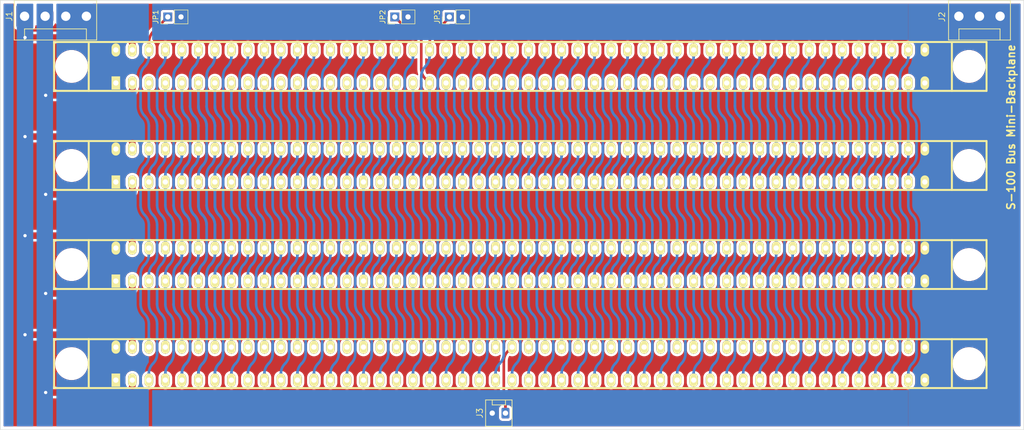
<source format=kicad_pcb>
(kicad_pcb (version 20221018) (generator pcbnew)
  (layers (0 "F.Cu" signal) (31 "B.Cu" signal) (34 "B.Paste" user) (35 "F.Paste" user) (36 "B.SilkS" user "B.Silkscreen") (37 "F.SilkS" user "F.Silkscreen") (38 "B.Mask" user) (39 "F.Mask" user) (44 "Edge.Cuts" user))
  (net 0 "")
  (net 1 "+8V")
  (net 2 "GND")
  (net 3 "/bus_020")
  (net 4 "/bus_053")
  (net 5 "/bus_070")
  (net 6 "-16V")
  (net 7 "+16V")
  (net 8 "/bus_075")
  (net 9 "/bus_003")
  (net 10 "/bus_004")
  (net 11 "/bus_005")
  (net 12 "/bus_006")
  (net 13 "/bus_007")
  (net 14 "/bus_008")
  (net 15 "/bus_009")
  (net 16 "/bus_010")
  (net 17 "/bus_011")
  (net 18 "/bus_012")
  (net 19 "/bus_013")
  (net 20 "/bus_014")
  (net 21 "/bus_015")
  (net 22 "/bus_016")
  (net 23 "/bus_017")
  (net 24 "/bus_018")
  (net 25 "/bus_019")
  (net 26 "/bus_021")
  (net 27 "/bus_022")
  (net 28 "/bus_023")
  (net 29 "/bus_024")
  (net 30 "/bus_025")
  (net 31 "/bus_026")
  (net 32 "/bus_027")
  (net 33 "/bus_028")
  (net 34 "/bus_029")
  (net 35 "/bus_030")
  (net 36 "/bus_031")
  (net 37 "/bus_032")
  (net 38 "/bus_033")
  (net 39 "/bus_034")
  (net 40 "/bus_035")
  (net 41 "/bus_036")
  (net 42 "/bus_037")
  (net 43 "/bus_038")
  (net 44 "/bus_039")
  (net 45 "/bus_040")
  (net 46 "/bus_041")
  (net 47 "/bus_042")
  (net 48 "/bus_043")
  (net 49 "/bus_044")
  (net 50 "/bus_045")
  (net 51 "/bus_046")
  (net 52 "/bus_047")
  (net 53 "/bus_048")
  (net 54 "/bus_049")
  (net 55 "/bus_054")
  (net 56 "/bus_055")
  (net 57 "/bus_056")
  (net 58 "/bus_057")
  (net 59 "/bus_058")
  (net 60 "/bus_059")
  (net 61 "/bus_060")
  (net 62 "/bus_061")
  (net 63 "/bus_062")
  (net 64 "/bus_063")
  (net 65 "/bus_064")
  (net 66 "/bus_065")
  (net 67 "/bus_066")
  (net 68 "/bus_067")
  (net 69 "/bus_068")
  (net 70 "/bus_069")
  (net 71 "/bus_071")
  (net 72 "/bus_072")
  (net 73 "/bus_073")
  (net 74 "/bus_074")
  (net 75 "/bus_076")
  (net 76 "/bus_077")
  (net 77 "/bus_078")
  (net 78 "/bus_079")
  (net 79 "/bus_080")
  (net 80 "/bus_081")
  (net 81 "/bus_082")
  (net 82 "/bus_083")
  (net 83 "/bus_084")
  (net 84 "/bus_085")
  (net 85 "/bus_086")
  (net 86 "/bus_087")
  (net 87 "/bus_088")
  (net 88 "/bus_089")
  (net 89 "/bus_090")
  (net 90 "/bus_091")
  (net 91 "/bus_092")
  (net 92 "/bus_093")
  (net 93 "/bus_094")
  (net 94 "/bus_095")
  (net 95 "/bus_096")
  (net 96 "/bus_097")
  (net 97 "/bus_098")
  (net 98 "/bus_099")
  (footprint "mini-backplane:PinHeader_01x02_P2.54mm" (layer "F.Cu") (at 86.36 -104.775 90)
    (fp_text reference "JP3")
    (fp_text value "JUMPER" hide)
  )
  (footprint "mini-backplane:PinHeader_01x02_P2.54mm" (layer "F.Cu") (at 32.21625 -104.775 90)
    (fp_text reference "JP1")
    (fp_text value "JUMPER" hide)
  )
  (footprint "mini-backplane:AMP_640454-2" (layer "F.Cu") (at 97.155 -28.575 -90)
    (fp_text reference "J3")
    (fp_text value "Conn_01x02_Pin" hide)
  )
  (footprint "mini-backplane:EDAC_346-100-520-202" (layer "F.Cu") (at 22.225 -92.075)
    (fp_text reference "P1" hide)
    (fp_text value "S100_FEMALE" hide)
  )
  (footprint "mini-backplane:AMP_640445-4" (layer "F.Cu") (at 4.6736 -104.902 90)
    (fp_text reference "J1")
    (fp_text value "Conn_01x04_Pin" hide)
  )
  (footprint "mini-backplane:EDAC_346-100-520-202" (layer "F.Cu") (at 22.225 -73.025)
    (fp_text reference "P2" hide)
    (fp_text value "S100_FEMALE" hide)
  )
  (footprint "mini-backplane:PinHeader_01x02_P2.54mm" (layer "F.Cu") (at 75.8725 -104.775 90)
    (fp_text reference "JP2")
    (fp_text value "JUMPER" hide)
  )
  (footprint "mini-backplane:AMP_640445-3" (layer "F.Cu") (at 184.3532 -104.902 90)
    (fp_text reference "J2")
    (fp_text value "Conn_01x03_Pin" hide)
  )
  (footprint "mini-backplane:EDAC_346-100-520-202" (layer "F.Cu") (at 22.225 -53.975)
    (fp_text reference "P3" hide)
    (fp_text value "S100_FEMALE" hide)
  )
  (footprint "mini-backplane:EDAC_346-100-520-202" (layer "F.Cu") (at 22.225 -34.925)
    (fp_text reference "P4" hide)
    (fp_text value "S100_FEMALE" hide)
  )
  (gr_rect (start 0 -107.95) (end 196.85 -25.4) (stroke (width 0.1)) (fill none) (layer "Edge.Cuts"))
  (gr_text "S-100 Bus Mini-Backplane" (at 195.2625 -67.46875 90) (layer "F.SilkS") (effects (font (size 1.5 1.5) (thickness 0.3) bold) (justify left bottom)))
  (segment (start 81.75625 -92.86875) (end 82.55 -92.075) (width 0.508) (layer "F.Cu") (net 3))
  (segment (start 80.565171 -101.203578) (end 80.565625 -101.203125) (width 0.508) (layer "F.Cu") (net 3))
  (segment (start 78.651078 -101.996421) (end 75.8725 -104.775) (width 0.508) (layer "F.Cu") (net 3))
  (segment (start 80.9625 -94.785032) (end 80.9625 -100.244983) (width 0.508) (layer "F.Cu") (net 3))
  (arc (start 80.9625 -94.785032) (mid 81.168788 -93.747947) (end 81.75625 -92.86875) (width 0.508) (layer "F.Cu") (net 3))
  (arc (start 80.565625 -101.203125) (mid 80.859355 -100.763525) (end 80.9625 -100.244983) (width 0.508) (layer "F.Cu") (net 3))
  (arc (start 78.651078 -101.996421) (mid 79.090174 -101.703026) (end 79.608125 -101.6) (width 0.508) (layer "F.Cu") (net 3))
  (arc (start 80.565171 -101.203578) (mid 80.126074 -101.496973) (end 79.608125 -101.6) (width 0.508) (layer "F.Cu") (net 3))
  (segment (start 84.1375 -59.066282) (end 84.1375 -64.758717) (width 0.508) (layer "B.Cu") (net 3))
  (segment (start 82.55 -87.641282) (end 82.55 -92.075) (width 0.508) (layer "B.Cu") (net 3))
  (segment (start 82.55 -52.784375) (end 82.55 -49.541282) (width 0.508) (layer "B.Cu") (net 3))
  (segment (start 82.55 -74.215625) (end 82.55 -74.283717) (width 0.508) (layer "B.Cu") (net 3))
  (segment (start 84.1375 -83.808717) (end 84.1375 -78.116282) (width 0.508) (layer "B.Cu") (net 3))
  (segment (start 84.1375 -45.708717) (end 84.1375 -40.016282) (width 0.508) (layer "B.Cu") (net 3))
  (segment (start 82.55 -74.215625) (end 82.55 -71.834375) (width 0.508) (layer "B.Cu") (net 3))
  (segment (start 82.55 -36.183717) (end 82.55 -34.925) (width 0.508) (layer "B.Cu") (net 3))
  (segment (start 82.55 -71.834375) (end 82.55 -68.591282) (width 0.508) (layer "B.Cu") (net 3))
  (segment (start 82.55 -55.165625) (end 82.55 -52.784375) (width 0.508) (layer "B.Cu") (net 3))
  (segment (start 82.55 -55.165625) (end 82.55 -55.233717) (width 0.508) (layer "B.Cu") (net 3))
  (arc (start 84.1375 -40.016282) (mid 83.931211 -38.979197) (end 83.34375 -38.1) (width 0.508) (layer "B.Cu") (net 3))
  (arc (start 83.34375 -38.1) (mid 82.756288 -37.220802) (end 82.55 -36.183717) (width 0.508) (layer "B.Cu") (net 3))
  (arc (start 83.34375 -57.15) (mid 82.756288 -56.270802) (end 82.55 -55.233717) (width 0.508) (layer "B.Cu") (net 3))
  (arc (start 82.55 -49.541282) (mid 82.756288 -48.504197) (end 83.34375 -47.625) (width 0.508) (layer "B.Cu") (net 3))
  (arc (start 84.1375 -78.116282) (mid 83.931211 -77.079197) (end 83.34375 -76.2) (width 0.508) (layer "B.Cu") (net 3))
  (arc (start 82.55 -87.641282) (mid 82.756288 -86.604197) (end 83.34375 -85.725) (width 0.508) (layer "B.Cu") (net 3))
  (arc (start 83.34375 -66.675) (mid 83.931211 -65.795802) (end 84.1375 -64.758717) (width 0.508) (layer "B.Cu") (net 3))
  (arc (start 83.34375 -76.2) (mid 82.756288 -75.320802) (end 82.55 -74.283717) (width 0.508) (layer "B.Cu") (net 3))
  (arc (start 83.34375 -47.625) (mid 83.931211 -46.745802) (end 84.1375 -45.708717) (width 0.508) (layer "B.Cu") (net 3))
  (arc (start 83.34375 -85.725) (mid 83.931211 -84.845802) (end 84.1375 -83.808717) (width 0.508) (layer "B.Cu") (net 3))
  (arc (start 84.1375 -59.066282) (mid 83.931211 -58.029197) (end 83.34375 -57.15) (width 0.508) (layer "B.Cu") (net 3))
  (arc (start 82.55 -68.591282) (mid 82.756288 -67.554197) (end 83.34375 -66.675) (width 0.508) (layer "B.Cu") (net 3))
  (segment (start 28.575 -99.779375) (end 28.575 -98.425) (width 0.508) (layer "F.Cu") (net 4))
  (segment (start 29.532687 -102.091437) (end 32.21625 -104.775) (width 0.508) (layer "F.Cu") (net 4))
  (arc (start 29.532687 -102.091437) (mid 28.823894 -101.030654) (end 28.575 -99.779375) (width 0.508) (layer "F.Cu") (net 4))
  (segment (start 28.575 -59.066282) (end 28.575 -60.325) (width 0.508) (layer "B.Cu") (net 4))
  (segment (start 26.9875 -49.541282) (end 26.9875 -55.233717) (width 0.508) (layer "B.Cu") (net 4))
  (segment (start 26.9875 -93.333717) (end 26.9875 -87.641282) (width 0.508) (layer "B.Cu") (net 4))
  (segment (start 28.575 -80.565625) (end 28.575 -78.184375) (width 0.508) (layer "B.Cu") (net 4))
  (segment (start 28.575 -78.184375) (end 28.575 -78.116282) (width 0.508) (layer "B.Cu") (net 4))
  (segment (start 28.575 -64.758717) (end 28.575 -60.325) (width 0.508) (layer "B.Cu") (net 4))
  (segment (start 28.575 -97.166282) (end 28.575 -98.425) (width 0.508) (layer "B.Cu") (net 4))
  (segment (start 28.575 -45.708717) (end 28.575 -41.275) (width 0.508) (layer "B.Cu") (net 4))
  (segment (start 26.9875 -68.591282) (end 26.9875 -74.283717) (width 0.508) (layer "B.Cu") (net 4))
  (segment (start 28.575 -80.565625) (end 28.575 -83.808717) (width 0.508) (layer "B.Cu") (net 4))
  (arc (start 27.78125 -85.725) (mid 28.368711 -84.845802) (end 28.575 -83.808717) (width 0.508) (layer "B.Cu") (net 4))
  (arc (start 27.78125 -57.15) (mid 27.193788 -56.270802) (end 26.9875 -55.233717) (width 0.508) (layer "B.Cu") (net 4))
  (arc (start 28.575 -78.116282) (mid 28.368711 -77.079197) (end 27.78125 -76.2) (width 0.508) (layer "B.Cu") (net 4))
  (arc (start 26.9875 -87.641282) (mid 27.193788 -86.604197) (end 27.78125 -85.725) (width 0.508) (layer "B.Cu") (net 4))
  (arc (start 27.78125 -47.625) (mid 28.368711 -46.745802) (end 28.575 -45.708717) (width 0.508) (layer "B.Cu") (net 4))
  (arc (start 27.78125 -95.25) (mid 27.193788 -94.370802) (end 26.9875 -93.333717) (width 0.508) (layer "B.Cu") (net 4))
  (arc (start 28.575 -97.166282) (mid 28.368711 -96.129197) (end 27.78125 -95.25) (width 0.508) (layer "B.Cu") (net 4))
  (arc (start 26.9875 -49.541282) (mid 27.193788 -48.504197) (end 27.78125 -47.625) (width 0.508) (layer "B.Cu") (net 4))
  (arc (start 27.78125 -66.675) (mid 28.368711 -65.795802) (end 28.575 -64.758717) (width 0.508) (layer "B.Cu") (net 4))
  (arc (start 28.575 -59.066282) (mid 28.368711 -58.029197) (end 27.78125 -57.15) (width 0.508) (layer "B.Cu") (net 4))
  (arc (start 26.9875 -68.591282) (mid 27.193788 -67.554197) (end 27.78125 -66.675) (width 0.508) (layer "B.Cu") (net 4))
  (arc (start 27.78125 -76.2) (mid 27.193788 -75.320802) (end 26.9875 -74.283717) (width 0.508) (layer "B.Cu") (net 4))
  (segment (start 82.55 -99.615625) (end 82.55 -98.425) (width 0.508) (layer "F.Cu") (net 5))
  (segment (start 83.391899 -101.648149) (end 86.303873 -104.560123) (width 0.508) (layer "F.Cu") (net 5))
  (arc (start 83.391899 -101.648149) (mid 82.768802 -100.715619) (end 82.55 -99.615625) (width 0.508) (layer "F.Cu") (net 5))
  (segment (start 82.55 -78.184375) (end 82.55 -78.116282) (width 0.508) (layer "B.Cu") (net 5))
  (segment (start 80.9625 -74.283717) (end 80.9625 -68.591282) (width 0.508) (layer "B.Cu") (net 5))
  (segment (start 82.55 -80.565625) (end 82.55 -83.808717) (width 0.508) (layer "B.Cu") (net 5))
  (segment (start 82.55 -60.325) (end 82.55 -64.758717) (width 0.508) (layer "B.Cu") (net 5))
  (segment (start 80.9625 -93.333717) (end 80.9625 -87.641282) (width 0.508) (layer "B.Cu") (net 5))
  (segment (start 82.55 -45.708717) (end 82.55 -41.275) (width 0.508) (layer "B.Cu") (net 5))
  (segment (start 80.9625 -55.233717) (end 80.9625 -49.541282) (width 0.508) (layer "B.Cu") (net 5))
  (segment (start 82.55 -80.565625) (end 82.55 -78.184375) (width 0.508) (layer "B.Cu") (net 5))
  (segment (start 82.55 -97.166282) (end 82.55 -98.425) (width 0.508) (layer "B.Cu") (net 5))
  (segment (start 82.55 -59.066282) (end 82.55 -60.325) (width 0.508) (layer "B.Cu") (net 5))
  (arc (start 80.9625 -87.641282) (mid 81.168788 -86.604197) (end 81.75625 -85.725) (width 0.508) (layer "B.Cu") (net 5))
  (arc (start 82.55 -78.116282) (mid 82.343711 -77.079197) (end 81.75625 -76.2) (width 0.508) (layer "B.Cu") (net 5))
  (arc (start 81.75625 -66.675) (mid 82.343711 -65.795802) (end 82.55 -64.758717) (width 0.508) (layer "B.Cu") (net 5))
  (arc (start 81.75625 -85.725) (mid 82.343711 -84.845802) (end 82.55 -83.808717) (width 0.508) (layer "B.Cu") (net 5))
  (arc (start 81.75625 -95.25) (mid 81.168788 -94.370802) (end 80.9625 -93.333717) (width 0.508) (layer "B.Cu") (net 5))
  (arc (start 80.9625 -49.541282) (mid 81.168788 -48.504197) (end 81.75625 -47.625) (width 0.508) (layer "B.Cu") (net 5))
  (arc (start 82.55 -97.166282) (mid 82.343711 -96.129197) (end 81.75625 -95.25) (width 0.508) (layer "B.Cu") (net 5))
  (arc (start 81.75625 -76.2) (mid 81.168788 -75.320802) (end 80.9625 -74.283717) (width 0.508) (layer "B.Cu") (net 5))
  (arc (start 81.75625 -47.625) (mid 82.343711 -46.745802) (end 82.55 -45.708717) (width 0.508) (layer "B.Cu") (net 5))
  (arc (start 80.9625 -68.591282) (mid 81.168788 -67.554197) (end 81.75625 -66.675) (width 0.508) (layer "B.Cu") (net 5))
  (arc (start 81.75625 -57.15) (mid 81.168788 -56.270802) (end 80.9625 -55.233717) (width 0.508) (layer "B.Cu") (net 5))
  (arc (start 82.55 -59.066282) (mid 82.343711 -58.029197) (end 81.75625 -57.15) (width 0.508) (layer "B.Cu") (net 5))
  (segment (start 24.044983 -81.75625) (end 4.7625 -81.75625) (width 1.27) (layer "F.Cu") (net 6))
  (segment (start 24.044983 -43.65625) (end 4.7625 -43.65625) (width 1.27) (layer "F.Cu") (net 6))
  (segment (start 4.7625 -100.80625) (end 24.044983 -100.80625) (width 1.27) (layer "F.Cu") (net 6))
  (segment (start 25.4 -42.301233) (end 25.4 -41.275) (width 1.27) (layer "F.Cu") (net 6))
  (segment (start 25.4 -61.351233) (end 25.4 -60.325) (width 1.27) (layer "F.Cu") (net 6))
  (segment (start 25.4 -99.451233) (end 25.4 -98.425) (width 1.27) (layer "F.Cu") (net 6))
  (segment (start 4.7625 -62.70625) (end 24.044983 -62.70625) (width 1.27) (layer "F.Cu") (net 6))
  (segment (start 25.4 -80.401233) (end 25.4 -79.375) (width 1.27) (layer "F.Cu") (net 6))
  (via (at 4.7625 -100.80625) (size 1.27) (drill 0.635) (layers "F.Cu" "B.Cu") (net 6))
  (via (at 4.7625 -43.65625) (size 1.27) (drill 0.635) (layers "F.Cu" "B.Cu") (net 6))
  (via (at 4.7625 -81.75625) (size 1.27) (drill 0.635) (layers "F.Cu" "B.Cu") (net 6))
  (via (at 4.7625 -62.70625) (size 1.27) (drill 0.635) (layers "F.Cu" "B.Cu") (net 6))
  (arc (start 25.003125 -43.259375) (mid 25.296855 -42.819775) (end 25.4 -42.301233) (width 1.27) (layer "F.Cu") (net 6))
  (arc (start 25.003125 -81.359375) (mid 24.563525 -81.653105) (end 24.044983 -81.75625) (width 1.27) (layer "F.Cu") (net 6))
  (arc (start 25.003125 -62.309375) (mid 24.563525 -62.603105) (end 24.044983 -62.70625) (width 1.27) (layer "F.Cu") (net 6))
  (arc (start 25.003125 -62.309375) (mid 25.296855 -61.869775) (end 25.4 -61.351233) (width 1.27) (layer "F.Cu") (net 6))
  (arc (start 25.003125 -81.359375) (mid 25.296855 -80.919775) (end 25.4 -80.401233) (width 1.27) (layer "F.Cu") (net 6))
  (arc (start 25.003125 -100.409375) (mid 25.296855 -99.969775) (end 25.4 -99.451233) (width 1.27) (layer "F.Cu") (net 6))
  (arc (start 25.003125 -43.259375) (mid 24.563525 -43.553105) (end 24.044983 -43.65625) (width 1.27) (layer "F.Cu") (net 6))
  (arc (start 25.003125 -100.409375) (mid 24.563525 -100.703105) (end 24.044983 -100.80625) (width 1.27) (layer "F.Cu") (net 6))
  (segment (start 24.044983 -32.54375) (end 8.73125 -32.54375) (width 1.27) (layer "F.Cu") (net 7))
  (segment (start 25.4 -91.048766) (end 25.4 -92.075) (width 1.27) (layer "F.Cu") (net 7))
  (segment (start 24.044983 -51.59375) (end 8.73125 -51.59375) (width 1.27) (layer "F.Cu") (net 7))
  (segment (start 25.4 -52.948766) (end 25.4 -53.975) (width 1.27) (layer "F.Cu") (net 7))
  (segment (start 25.4 -33.898766) (end 25.4 -34.925) (width 1.27) (layer "F.Cu") (net 7))
  (segment (start 24.448386 -70.64375) (end 8.73125 -70.64375) (width 1.27) (layer "F.Cu") (net 7))
  (segment (start 25.4 -71.595363) (end 25.4 -73.025) (width 1.27) (layer "F.Cu") (net 7))
  (segment (start 8.73125 -89.69375) (end 24.044983 -89.69375) (width 1.27) (layer "F.Cu") (net 7))
  (via (at 8.73125 -89.69375) (size 1.27) (drill 0.635) (layers "F.Cu" "B.Cu") (net 7))
  (via (at 8.73125 -32.54375) (size 1.27) (drill 0.635) (layers "F.Cu" "B.Cu") (net 7))
  (via (at 8.73125 -70.64375) (size 1.27) (drill 0.635) (layers "F.Cu" "B.Cu") (net 7))
  (via (at 8.73125 -51.59375) (size 1.27) (drill 0.635) (layers "F.Cu" "B.Cu") (net 7))
  (arc (start 25.4 -33.898766) (mid 25.296855 -33.380223) (end 25.003125 -32.940625) (width 1.27) (layer "F.Cu") (net 7))
  (arc (start 25.003125 -90.090625) (mid 24.563525 -89.796894) (end 24.044983 -89.69375) (width 1.27) (layer "F.Cu") (net 7))
  (arc (start 25.4 -52.948766) (mid 25.296855 -52.430223) (end 25.003125 -51.990625) (width 1.27) (layer "F.Cu") (net 7))
  (arc (start 25.121279 -70.922471) (mid 24.812553 -70.716187) (end 24.448386 -70.64375) (width 1.27) (layer "F.Cu") (net 7))
  (arc (start 25.4 -91.048766) (mid 25.296855 -90.530223) (end 25.003125 -90.090625) (width 1.27) (layer "F.Cu") (net 7))
  (arc (start 25.003125 -51.990625) (mid 24.563525 -51.696894) (end 24.044983 -51.59375) (width 1.27) (layer "F.Cu") (net 7))
  (arc (start 25.003125 -32.940625) (mid 24.563525 -32.646894) (end 24.044983 -32.54375) (width 1.27) (layer "F.Cu") (net 7))
  (arc (start 25.4 -71.595363) (mid 25.327562 -71.231196) (end 25.121279 -70.922471) (width 1.27) (layer "F.Cu") (net 7))
  (segment (start 96.8375 -38.564967) (end 96.8375 -30.704506) (width 0.508) (layer "F.Cu") (net 8))
  (segment (start 97.155 -29.937993) (end 97.155 -28.575) (width 0.508) (layer "F.Cu") (net 8))
  (segment (start 97.63125 -40.48125) (end 98.425 -41.275) (width 0.508) (layer "F.Cu") (net 8))
  (arc (start 96.8375 -30.704506) (mid 96.878757 -30.497089) (end 96.99625 -30.32125) (width 0.508) (layer "F.Cu") (net 8))
  (arc (start 97.63125 -40.48125) (mid 97.043788 -39.602052) (end 96.8375 -38.564967) (width 0.508) (layer "F.Cu") (net 8))
  (arc (start 96.99625 -30.32125) (mid 97.113742 -30.14541) (end 97.155 -29.937993) (width 0.508) (layer "F.Cu") (net 8))
  (segment (start 96.8375 -93.333717) (end 96.8375 -87.641282) (width 0.508) (layer "B.Cu") (net 8))
  (segment (start 96.8375 -74.283717) (end 96.8375 -68.591282) (width 0.508) (layer "B.Cu") (net 8))
  (segment (start 98.425 -97.166282) (end 98.425 -98.425) (width 0.508) (layer "B.Cu") (net 8))
  (segment (start 98.425 -80.565625) (end 98.425 -78.184375) (width 0.508) (layer "B.Cu") (net 8))
  (segment (start 96.8375 -49.541282) (end 96.8375 -55.233717) (width 0.508) (layer "B.Cu") (net 8))
  (segment (start 98.425 -78.184375) (end 98.425 -78.116282) (width 0.508) (layer "B.Cu") (net 8))
  (segment (start 98.425 -59.066282) (end 98.425 -60.325) (width 0.508) (layer "B.Cu") (net 8))
  (segment (start 98.425 -45.708717) (end 98.425 -41.275) (width 0.508) (layer "B.Cu") (net 8))
  (segment (start 98.425 -80.565625) (end 98.425 -83.808717) (width 0.508) (layer "B.Cu") (net 8))
  (segment (start 98.425 -64.758717) (end 98.425 -60.325) (width 0.508) (layer "B.Cu") (net 8))
  (arc (start 96.8375 -68.591282) (mid 97.043788 -67.554197) (end 97.63125 -66.675) (width 0.508) (layer "B.Cu") (net 8))
  (arc (start 97.63125 -57.15) (mid 97.043788 -56.270802) (end 96.8375 -55.233717) (width 0.508) (layer "B.Cu") (net 8))
  (arc (start 97.63125 -47.625) (mid 98.218711 -46.745802) (end 98.425 -45.708717) (width 0.508) (layer "B.Cu") (net 8))
  (arc (start 98.425 -97.166282) (mid 98.218711 -96.129197) (end 97.63125 -95.25) (width 0.508) (layer "B.Cu") (net 8))
  (arc (start 97.63125 -66.675) (mid 98.218711 -65.795802) (end 98.425 -64.758717) (width 0.508) (layer "B.Cu") (net 8))
  (arc (start 96.8375 -49.541282) (mid 97.043788 -48.504197) (end 97.63125 -47.625) (width 0.508) (layer "B.Cu") (net 8))
  (arc (start 98.425 -78.116282) (mid 98.218711 -77.079197) (end 97.63125 -76.2) (width 0.508) (layer "B.Cu") (net 8))
  (arc (start 97.63125 -95.25) (mid 97.043788 -94.370802) (end 96.8375 -93.333717) (width 0.508) (layer "B.Cu") (net 8))
  (arc (start 98.425 -59.066282) (mid 98.218711 -58.029197) (end 97.63125 -57.15) (width 0.508) (layer "B.Cu") (net 8))
  (arc (start 97.63125 -85.725) (mid 98.218711 -84.845802) (end 98.425 -83.808717) (width 0.508) (layer "B.Cu") (net 8))
  (arc (start 97.63125 -76.2) (mid 97.043788 -75.320802) (end 96.8375 -74.283717) (width 0.508) (layer "B.Cu") (net 8))
  (arc (start 96.8375 -87.641282) (mid 97.043788 -86.604197) (end 97.63125 -85.725) (width 0.508) (layer "B.Cu") (net 8))
  (segment (start 30.1625 -83.808717) (end 30.1625 -78.116282) (width 0.508) (layer "B.Cu") (net 9))
  (segment (start 28.575 -74.215625) (end 28.575 -71.834375) (width 0.508) (layer "B.Cu") (net 9))
  (segment (start 30.1625 -59.066282) (end 30.1625 -64.758717) (width 0.508) (layer "B.Cu") (net 9))
  (segment (start 30.1625 -45.708717) (end 30.1625 -40.016282) (width 0.508) (layer "B.Cu") (net 9))
  (segment (start 28.575 -36.183717) (end 28.575 -34.925) (width 0.508) (layer "B.Cu") (net 9))
  (segment (start 28.575 -55.165625) (end 28.575 -52.784375) (width 0.508) (layer "B.Cu") (net 9))
  (segment (start 28.575 -49.541282) (end 28.575 -52.784375) (width 0.508) (layer "B.Cu") (net 9))
  (segment (start 28.575 -71.834375) (end 28.575 -68.591282) (width 0.508) (layer "B.Cu") (net 9))
  (segment (start 28.575 -74.215625) (end 28.575 -74.283717) (width 0.508) (layer "B.Cu") (net 9))
  (segment (start 28.575 -87.641282) (end 28.575 -92.075) (width 0.508) (layer "B.Cu") (net 9))
  (segment (start 28.575 -55.165625) (end 28.575 -55.233717) (width 0.508) (layer "B.Cu") (net 9))
  (arc (start 28.575 -87.641282) (mid 28.781288 -86.604197) (end 29.36875 -85.725) (width 0.508) (layer "B.Cu") (net 9))
  (arc (start 29.36875 -47.625) (mid 29.956211 -46.745802) (end 30.1625 -45.708717) (width 0.508) (layer "B.Cu") (net 9))
  (arc (start 30.1625 -59.066282) (mid 29.956211 -58.029197) (end 29.36875 -57.15) (width 0.508) (layer "B.Cu") (net 9))
  (arc (start 28.575 -68.591282) (mid 28.781288 -67.554197) (end 29.36875 -66.675) (width 0.508) (layer "B.Cu") (net 9))
  (arc (start 29.36875 -38.1) (mid 28.781288 -37.220802) (end 28.575 -36.183717) (width 0.508) (layer "B.Cu") (net 9))
  (arc (start 29.36875 -85.725) (mid 29.956211 -84.845802) (end 30.1625 -83.808717) (width 0.508) (layer "B.Cu") (net 9))
  (arc (start 29.36875 -57.15) (mid 28.781288 -56.270802) (end 28.575 -55.233717) (width 0.508) (layer "B.Cu") (net 9))
  (arc (start 29.36875 -66.675) (mid 29.956211 -65.795802) (end 30.1625 -64.758717) (width 0.508) (layer "B.Cu") (net 9))
  (arc (start 29.36875 -76.2) (mid 28.781288 -75.320802) (end 28.575 -74.283717) (width 0.508) (layer "B.Cu") (net 9))
  (arc (start 28.575 -49.541282) (mid 28.781288 -48.504197) (end 29.36875 -47.625) (width 0.508) (layer "B.Cu") (net 9))
  (arc (start 30.1625 -78.116282) (mid 29.956211 -77.079197) (end 29.36875 -76.2) (width 0.508) (layer "B.Cu") (net 9))
  (arc (start 30.1625 -40.016282) (mid 29.956211 -38.979197) (end 29.36875 -38.1) (width 0.508) (layer "B.Cu") (net 9))
  (segment (start 33.3375 -59.066282) (end 33.3375 -64.758717) (width 0.508) (layer "B.Cu") (net 10))
  (segment (start 33.3375 -45.708717) (end 33.3375 -40.016282) (width 0.508) (layer "B.Cu") (net 10))
  (segment (start 31.75 -68.591282) (end 31.75 -73.025) (width 0.508) (layer "B.Cu") (net 10))
  (segment (start 31.75 -36.183717) (end 31.75 -34.925) (width 0.508) (layer "B.Cu") (net 10))
  (segment (start 31.75 -74.283717) (end 31.75 -73.025) (width 0.508) (layer "B.Cu") (net 10))
  (segment (start 31.75 -87.641282) (end 31.75 -92.075) (width 0.508) (layer "B.Cu") (net 10))
  (segment (start 31.75 -55.165625) (end 31.75 -52.784375) (width 0.508) (layer "B.Cu") (net 10))
  (segment (start 31.75 -52.784375) (end 31.75 -49.541282) (width 0.508) (layer "B.Cu") (net 10))
  (segment (start 31.75 -55.165625) (end 31.75 -55.233717) (width 0.508) (layer "B.Cu") (net 10))
  (segment (start 33.3375 -83.808717) (end 33.3375 -78.116282) (width 0.508) (layer "B.Cu") (net 10))
  (arc (start 32.54375 -85.725) (mid 33.131211 -84.845802) (end 33.3375 -83.808717) (width 0.508) (layer "B.Cu") (net 10))
  (arc (start 32.54375 -76.2) (mid 31.956288 -75.320802) (end 31.75 -74.283717) (width 0.508) (layer "B.Cu") (net 10))
  (arc (start 33.3375 -59.066282) (mid 33.131211 -58.029197) (end 32.54375 -57.15) (width 0.508) (layer "B.Cu") (net 10))
  (arc (start 31.75 -68.591282) (mid 31.956288 -67.554197) (end 32.54375 -66.675) (width 0.508) (layer "B.Cu") (net 10))
  (arc (start 32.54375 -57.15) (mid 31.956288 -56.270802) (end 31.75 -55.233717) (width 0.508) (layer "B.Cu") (net 10))
  (arc (start 31.75 -49.541282) (mid 31.956288 -48.504197) (end 32.54375 -47.625) (width 0.508) (layer "B.Cu") (net 10))
  (arc (start 32.54375 -66.675) (mid 33.131211 -65.795802) (end 33.3375 -64.758717) (width 0.508) (layer "B.Cu") (net 10))
  (arc (start 33.3375 -78.116282) (mid 33.131211 -77.079197) (end 32.54375 -76.2) (width 0.508) (layer "B.Cu") (net 10))
  (arc (start 32.54375 -38.1) (mid 31.956288 -37.220802) (end 31.75 -36.183717) (width 0.508) (layer "B.Cu") (net 10))
  (arc (start 33.3375 -40.016282) (mid 33.131211 -38.979197) (end 32.54375 -38.1) (width 0.508) (layer "B.Cu") (net 10))
  (arc (start 32.54375 -47.625) (mid 33.131211 -46.745802) (end 33.3375 -45.708717) (width 0.508) (layer "B.Cu") (net 10))
  (arc (start 31.75 -87.641282) (mid 31.956288 -86.604197) (end 32.54375 -85.725) (width 0.508) (layer "B.Cu") (net 10))
  (segment (start 34.925 -92.075) (end 34.925 -87.641282) (width 0.508) (layer "B.Cu") (net 11))
  (segment (start 34.925 -55.165625) (end 34.925 -55.233717) (width 0.508) (layer "B.Cu") (net 11))
  (segment (start 36.5125 -45.708717) (end 36.5125 -40.016282) (width 0.508) (layer "B.Cu") (net 11))
  (segment (start 34.925 -74.283717) (end 34.925 -73.025) (width 0.508) (layer "B.Cu") (net 11))
  (segment (start 36.5125 -83.808717) (end 36.5125 -78.116282) (width 0.508) (layer "B.Cu") (net 11))
  (segment (start 34.925 -55.146572) (end 34.925 -55.233717) (width 0.508) (layer "B.Cu") (net 11))
  (segment (start 34.925 -68.591282) (end 34.925 -73.025) (width 0.508) (layer "B.Cu") (net 11))
  (segment (start 34.925 -52.784375) (end 34.925 -49.541282) (width 0.508) (layer "B.Cu") (net 11))
  (segment (start 34.925 -52.784375) (end 34.925 -55.146572) (width 0.508) (layer "B.Cu") (net 11))
  (segment (start 34.925 -36.096572) (end 34.925 -36.183717) (width 0.508) (layer "B.Cu") (net 11))
  (segment (start 34.925 -52.803428) (end 34.925 -49.541282) (width 0.508) (layer "B.Cu") (net 11))
  (segment (start 36.5125 -59.066282) (end 36.5125 -64.758717) (width 0.508) (layer "B.Cu") (net 11))
  (segment (start 34.925 -55.165625) (end 34.925 -52.803428) (width 0.508) (layer "B.Cu") (net 11))
  (arc (start 35.71875 -66.675) (mid 36.306211 -65.795802) (end 36.5125 -64.758717) (width 0.508) (layer "B.Cu") (net 11))
  (arc (start 35.71875 -38.1) (mid 36.306211 -38.979197) (end 36.5125 -40.016282) (width 0.508) (layer "B.Cu") (net 11))
  (arc (start 34.925 -87.641282) (mid 35.131288 -86.604197) (end 35.71875 -85.725) (width 0.508) (layer "B.Cu") (net 11))
  (arc (start 35.71875 -85.725) (mid 35.131288 -86.604197) (end 34.925 -87.641282) (width 0.508) (layer "B.Cu") (net 11))
  (arc (start 34.925 -55.146572) (mid 34.925 -55.156098) (end 34.925 -55.165625) (width 0.508) (layer "B.Cu") (net 11))
  (arc (start 34.925 -68.591282) (mid 35.131288 -67.554197) (end 35.71875 -66.675) (width 0.508) (layer "B.Cu") (net 11))
  (arc (start 35.71875 -57.15) (mid 36.306211 -58.029197) (end 36.5125 -59.066282) (width 0.508) (layer "B.Cu") (net 11))
  (arc (start 34.925 -74.283717) (mid 35.131288 -75.320802) (end 35.71875 -76.2) (width 0.508) (layer "B.Cu") (net 11))
  (arc (start 36.5125 -78.116282) (mid 36.306211 -77.079197) (end 35.71875 -76.2) (width 0.508) (layer "B.Cu") (net 11))
  (arc (start 34.925 -55.233717) (mid 35.131288 -56.270802) (end 35.71875 -57.15) (width 0.508) (layer "B.Cu") (net 11))
  (arc (start 35.71875 -76.2) (mid 36.306211 -77.079197) (end 36.5125 -78.116282) (width 0.508) (layer "B.Cu") (net 11))
  (arc (start 35.71875 -47.625) (mid 36.306211 -46.745802) (end 36.5125 -45.708717) (width 0.508) (layer "B.Cu") (net 11))
  (arc (start 36.5125 -64.758717) (mid 36.306211 -65.795802) (end 35.71875 -66.675) (width 0.508) (layer "B.Cu") (net 11))
  (arc (start 36.5125 -40.016282) (mid 36.306211 -38.979197) (end 35.71875 -38.1) (width 0.508) (layer "B.Cu") (net 11))
  (arc (start 35.71875 -85.725) (mid 36.306211 -84.845802) (end 36.5125 -83.808717) (width 0.508) (layer "B.Cu") (net 11))
  (arc (start 35.71875 -47.625) (mid 35.131288 -48.504197) (end 34.925 -49.541282) (width 0.508) (layer "B.Cu") (net 11))
  (arc (start 36.5125 -83.808717) (mid 36.306211 -84.845802) (end 35.71875 -85.725) (width 0.508) (layer "B.Cu") (net 11))
  (arc (start 35.71875 -57.15) (mid 35.131288 -56.270802) (end 34.925 -55.233717) (width 0.508) (layer "B.Cu") (net 11))
  (arc (start 34.925 -52.803428) (mid 34.925 -52.793901) (end 34.925 -52.784375) (width 0.508) (layer "B.Cu") (net 11))
  (arc (start 36.5125 -45.708717) (mid 36.306211 -46.745802) (end 35.71875 -47.625) (width 0.508) (layer "B.Cu") (net 11))
  (arc (start 35.71875 -66.675) (mid 35.131288 -67.554197) (end 34.925 -68.591282) (width 0.508) (layer "B.Cu") (net 11))
  (arc (start 35.71875 -38.1) (mid 35.131288 -37.220802) (end 34.925 -36.183717) (width 0.508) (layer "B.Cu") (net 11))
  (arc (start 35.71875 -76.2) (mid 35.131288 -75.320802) (end 34.925 -74.283717) (width 0.508) (layer "B.Cu") (net 11))
  (arc (start 34.925 -49.541282) (mid 35.131288 -48.504197) (end 35.71875 -47.625) (width 0.508) (layer "B.Cu") (net 11))
  (arc (start 36.5125 -59.066282) (mid 36.306211 -58.029197) (end 35.71875 -57.15) (width 0.508) (layer "B.Cu") (net 11))
  (arc (start 34.925 -36.183717) (mid 35.131288 -37.220802) (end 35.71875 -38.1) (width 0.508) (layer "B.Cu") (net 11))
  (segment (start 38.1 -74.215625) (end 38.1 -74.283717) (width 0.508) (layer "B.Cu") (net 12))
  (segment (start 38.1 -52.803428) (end 38.1 -49.541282) (width 0.508) (layer "B.Cu") (net 12))
  (segment (start 38.1 -55.165625) (end 38.1 -52.803428) (width 0.508) (layer "B.Cu") (net 12))
  (segment (start 38.1 -52.784375) (end 38.1 -55.146572) (width 0.508) (layer "B.Cu") (net 12))
  (segment (start 38.1 -55.165625) (end 38.1 -55.233717) (width 0.508) (layer "B.Cu") (net 12))
  (segment (start 38.1 -68.591282) (end 38.1 -71.853428) (width 0.508) (layer "B.Cu") (net 12))
  (segment (start 38.1 -74.215625) (end 38.1 -71.853428) (width 0.508) (layer "B.Cu") (net 12))
  (segment (start 38.1 -52.784375) (end 38.1 -49.541282) (width 0.508) (layer "B.Cu") (net 12))
  (segment (start 39.6875 -83.808717) (end 39.6875 -78.116282) (width 0.508) (layer "B.Cu") (net 12))
  (segment (start 38.1 -55.146572) (end 38.1 -55.233717) (width 0.508) (layer "B.Cu") (net 12))
  (segment (start 38.1 -36.096572) (end 38.1 -36.183717) (width 0.508) (layer "B.Cu") (net 12))
  (segment (start 38.1 -74.196572) (end 38.1 -74.283717) (width 0.508) (layer "B.Cu") (net 12))
  (segment (start 39.6875 -64.758717) (end 39.6875 -59.066282) (width 0.508) (layer "B.Cu") (net 12))
  (segment (start 38.1 -68.591282) (end 38.1 -71.834375) (width 0.508) (layer "B.Cu") (net 12))
  (segment (start 39.6875 -45.708717) (end 39.6875 -40.016282) (width 0.508) (layer "B.Cu") (net 12))
  (segment (start 38.1 -92.075) (end 38.1 -87.641282) (width 0.508) (layer "B.Cu") (net 12))
  (segment (start 38.1 -71.834375) (end 38.1 -74.196572) (width 0.508) (layer "B.Cu") (net 12))
  (arc (start 38.1 -49.541282) (mid 38.306288 -48.504197) (end 38.89375 -47.625) (width 0.508) (layer "B.Cu") (net 12))
  (arc (start 39.6875 -45.708717) (mid 39.481211 -46.745802) (end 38.89375 -47.625) (width 0.508) (layer "B.Cu") (net 12))
  (arc (start 38.89375 -66.675) (mid 39.481211 -65.795802) (end 39.6875 -64.758717) (width 0.508) (layer "B.Cu") (net 12))
  (arc (start 38.89375 -38.1) (mid 39.481211 -38.979197) (end 39.6875 -40.016282) (width 0.508) (layer "B.Cu") (net 12))
  (arc (start 38.89375 -85.725) (mid 38.306288 -86.604197) (end 38.1 -87.641282) (width 0.508) (layer "B.Cu") (net 12))
  (arc (start 38.1 -52.803428) (mid 38.1 -52.793901) (end 38.1 -52.784375) (width 0.508) (layer "B.Cu") (net 12))
  (arc (start 39.6875 -40.016282) (mid 39.481211 -38.979197) (end 38.89375 -38.1) (width 0.508) (layer "B.Cu") (net 12))
  (arc (start 38.89375 -38.1) (mid 38.306288 -37.220802) (end 38.1 -36.183717) (width 0.508) (layer "B.Cu") (net 12))
  (arc (start 38.89375 -47.625) (mid 39.481211 -46.745802) (end 39.6875 -45.708717) (width 0.508) (layer "B.Cu") (net 12))
  (arc (start 38.89375 -47.625) (mid 38.306288 -48.504197) (end 38.1 -49.541282) (width 0.508) (layer "B.Cu") (net 12))
  (arc (start 38.1 -74.283717) (mid 38.306288 -75.320802) (end 38.89375 -76.2) (width 0.508) (layer "B.Cu") (net 12))
  (arc (start 38.89375 -57.15) (mid 38.306288 -56.270802) (end 38.1 -55.233717) (width 0.508) (layer "B.Cu") (net 12))
  (arc (start 38.1 -68.591282) (mid 38.306288 -67.554197) (end 38.89375 -66.675) (width 0.508) (layer "B.Cu") (net 12))
  (arc (start 39.6875 -64.758717) (mid 39.481211 -65.795802) (end 38.89375 -66.675) (width 0.508) (layer "B.Cu") (net 12))
  (arc (start 38.89375 -57.15) (mid 39.481211 -58.029197) (end 39.6875 -59.066282) (width 0.508) (layer "B.Cu") (net 12))
  (arc (start 38.1 -36.183717) (mid 38.306288 -37.220802) (end 38.89375 -38.1) (width 0.508) (layer "B.Cu") (net 12))
  (arc (start 38.89375 -85.725) (mid 39.481211 -84.845802) (end 39.6875 -83.808717) (width 0.508) (layer "B.Cu") (net 12))
  (arc (start 38.1 -87.641282) (mid 38.306288 -86.604197) (end 38.89375 -85.725) (width 0.508) (layer "B.Cu") (net 12))
  (arc (start 38.1 -71.853428) (mid 38.1 -71.843901) (end 38.1 -71.834375) (width 0.508) (layer "B.Cu") (net 12))
  (arc (start 38.89375 -66.675) (mid 38.306288 -67.554197) (end 38.1 -68.591282) (width 0.508) (layer "B.Cu") (net 12))
  (arc (start 38.1 -55.146572) (mid 38.1 -55.156098) (end 38.1 -55.165625) (width 0.508) (layer "B.Cu") (net 12))
  (arc (start 38.1 -55.233717) (mid 38.306288 -56.270802) (end 38.89375 -57.15) (width 0.508) (layer "B.Cu") (net 12))
  (arc (start 38.89375 -76.2) (mid 38.306288 -75.320802) (end 38.1 -74.283717) (width 0.508) (layer "B.Cu") (net 12))
  (arc (start 38.1 -74.196572) (mid 38.1 -74.206098) (end 38.1 -74.215625) (width 0.508) (layer "B.Cu") (net 12))
  (arc (start 39.6875 -83.808717) (mid 39.481211 -84.845802) (end 38.89375 -85.725) (width 0.508) (layer "B.Cu") (net 12))
  (arc (start 39.6875 -78.116282) (mid 39.481211 -77.079197) (end 38.89375 -76.2) (width 0.508) (layer "B.Cu") (net 12))
  (arc (start 38.89375 -76.2) (mid 39.481211 -77.079197) (end 39.6875 -78.116282) (width 0.508) (layer "B.Cu") (net 12))
  (arc (start 39.6875 -59.066282) (mid 39.481211 -58.029197) (end 38.89375 -57.15) (width 0.508) (layer "B.Cu") (net 12))
  (segment (start 41.275 -74.215625) (end 41.275 -71.853428) (width 0.508) (layer "B.Cu") (net 13))
  (segment (start 42.8625 -83.808717) (end 42.8625 -78.116282) (width 0.508) (layer "B.Cu") (net 13))
  (segment (start 41.275 -74.215625) (end 41.275 -74.283717) (width 0.508) (layer "B.Cu") (net 13))
  (segment (start 41.275 -68.591282) (end 41.275 -71.853428) (width 0.508) (layer "B.Cu") (net 13))
  (segment (start 42.8625 -45.708717) (end 42.8625 -40.016282) (width 0.508) (layer "B.Cu") (net 13))
  (segment (start 41.275 -55.233717) (end 41.275 -53.975) (width 0.508) (layer "B.Cu") (net 13))
  (segment (start 41.275 -49.541282) (end 41.275 -53.975) (width 0.508) (layer "B.Cu") (net 13))
  (segment (start 41.275 -92.075) (end 41.275 -87.641282) (width 0.508) (layer "B.Cu") (net 13))
  (segment (start 41.275 -74.196572) (end 41.275 -74.283717) (width 0.508) (layer "B.Cu") (net 13))
  (segment (start 42.8625 -64.758717) (end 42.8625 -59.066282) (width 0.508) (layer "B.Cu") (net 13))
  (segment (start 41.275 -71.834375) (end 41.275 -74.196572) (width 0.508) (layer "B.Cu") (net 13))
  (segment (start 41.275 -68.591282) (end 41.275 -71.834375) (width 0.508) (layer "B.Cu") (net 13))
  (segment (start 41.275 -36.096572) (end 41.275 -36.183717) (width 0.508) (layer "B.Cu") (net 13))
  (arc (start 42.06875 -66.675) (mid 41.481288 -67.554197) (end 41.275 -68.591282) (width 0.508) (layer "B.Cu") (net 13))
  (arc (start 42.8625 -59.066282) (mid 42.656211 -58.029197) (end 42.06875 -57.15) (width 0.508) (layer "B.Cu") (net 13))
  (arc (start 41.275 -74.283717) (mid 41.481288 -75.320802) (end 42.06875 -76.2) (width 0.508) (layer "B.Cu") (net 13))
  (arc (start 41.275 -49.541282) (mid 41.481288 -48.504197) (end 42.06875 -47.625) (width 0.508) (layer "B.Cu") (net 13))
  (arc (start 42.06875 -38.1) (mid 42.656211 -38.979197) (end 42.8625 -40.016282) (width 0.508) (layer "B.Cu") (net 13))
  (arc (start 42.06875 -47.625) (mid 42.656211 -46.745802) (end 42.8625 -45.708717) (width 0.508) (layer "B.Cu") (net 13))
  (arc (start 42.06875 -57.15) (mid 41.481288 -56.270802) (end 41.275 -55.233717) (width 0.508) (layer "B.Cu") (net 13))
  (arc (start 42.8625 -64.758717) (mid 42.656211 -65.795802) (end 42.06875 -66.675) (width 0.508) (layer "B.Cu") (net 13))
  (arc (start 42.8625 -83.808717) (mid 42.656211 -84.845802) (end 42.06875 -85.725) (width 0.508) (layer "B.Cu") (net 13))
  (arc (start 42.06875 -76.2) (mid 42.656211 -77.079197) (end 42.8625 -78.116282) (width 0.508) (layer "B.Cu") (net 13))
  (arc (start 42.06875 -47.625) (mid 41.481288 -48.504197) (end 41.275 -49.541282) (width 0.508) (layer "B.Cu") (net 13))
  (arc (start 42.06875 -76.2) (mid 41.481288 -75.320802) (end 41.275 -74.283717) (width 0.508) (layer "B.Cu") (net 13))
  (arc (start 41.275 -68.591282) (mid 41.481288 -67.554197) (end 42.06875 -66.675) (width 0.508) (layer "B.Cu") (net 13))
  (arc (start 41.275 -55.233717) (mid 41.481288 -56.270802) (end 42.06875 -57.15) (width 0.508) (layer "B.Cu") (net 13))
  (arc (start 42.06875 -57.15) (mid 42.656211 -58.029197) (end 42.8625 -59.066282) (width 0.508) (layer "B.Cu") (net 13))
  (arc (start 42.06875 -85.725) (mid 42.656211 -84.845802) (end 42.8625 -83.808717) (width 0.508) (layer "B.Cu") (net 13))
  (arc (start 41.275 -36.183717) (mid 41.481288 -37.220802) (end 42.06875 -38.1) (width 0.508) (layer "B.Cu") (net 13))
  (arc (start 41.275 -71.853428) (mid 41.275 -71.843901) (end 41.275 -71.834375) (width 0.508) (layer "B.Cu") (net 13))
  (arc (start 42.06875 -38.1) (mid 41.481288 -37.220802) (end 41.275 -36.183717) (width 0.508) (layer "B.Cu") (net 13))
  (arc (start 42.8625 -78.116282) (mid 42.656211 -77.079197) (end 42.06875 -76.2) (width 0.508) (layer "B.Cu") (net 13))
  (arc (start 41.275 -87.641282) (mid 41.481288 -86.604197) (end 42.06875 -85.725) (width 0.508) (layer "B.Cu") (net 13))
  (arc (start 41.275 -74.196572) (mid 41.275 -74.206098) (end 41.275 -74.215625) (width 0.508) (layer "B.Cu") (net 13))
  (arc (start 42.06875 -66.675) (mid 42.656211 -65.795802) (end 42.8625 -64.758717) (width 0.508) (layer "B.Cu") (net 13))
  (arc (start 42.8625 -40.016282) (mid 42.656211 -38.979197) (end 42.06875 -38.1) (width 0.508) (layer "B.Cu") (net 13))
  (arc (start 42.8625 -45.708717) (mid 42.656211 -46.745802) (end 42.06875 -47.625) (width 0.508) (layer "B.Cu") (net 13))
  (arc (start 42.06875 -85.725) (mid 41.481288 -86.604197) (end 41.275 -87.641282) (width 0.508) (layer "B.Cu") (net 13))
  (segment (start 44.45 -36.183717) (end 44.45 -34.925) (width 0.508) (layer "B.Cu") (net 14))
  (segment (start 44.45 -87.641282) (end 44.45 -92.075) (width 0.508) (layer "B.Cu") (net 14))
  (segment (start 46.0375 -78.116282) (end 46.0375 -83.808717) (width 0.508) (layer "B.Cu") (net 14))
  (segment (start 44.45 -49.541282) (end 44.45 -53.975) (width 0.508) (layer "B.Cu") (net 14))
  (segment (start 44.45 -55.233717) (end 44.45 -53.975) (width 0.508) (layer "B.Cu") (net 14))
  (segment (start 46.0375 -40.016282) (end 46.0375 -45.708717) (width 0.508) (layer "B.Cu") (net 14))
  (segment (start 44.45 -68.591282) (end 44.45 -71.834375) (width 0.508) (layer "B.Cu") (net 14))
  (segment (start 44.45 -74.215625) (end 44.45 -71.834375) (width 0.508) (layer "B.Cu") (net 14))
  (segment (start 44.45 -74.215625) (end 44.45 -74.283717) (width 0.508) (layer "B.Cu") (net 14))
  (segment (start 46.0375 -64.758717) (end 46.0375 -59.066282) (width 0.508) (layer "B.Cu") (net 14))
  (arc (start 46.0375 -40.016282) (mid 45.831211 -38.979197) (end 45.24375 -38.1) (width 0.508) (layer "B.Cu") (net 14))
  (arc (start 45.24375 -66.675) (mid 45.831211 -65.795802) (end 46.0375 -64.758717) (width 0.508) (layer "B.Cu") (net 14))
  (arc (start 45.24375 -47.625) (mid 45.831211 -46.745802) (end 46.0375 -45.708717) (width 0.508) (layer "B.Cu") (net 14))
  (arc (start 45.24375 -76.2) (mid 44.656288 -75.320802) (end 44.45 -74.283717) (width 0.508) (layer "B.Cu") (net 14))
  (arc (start 45.24375 -38.1) (mid 44.656288 -37.220802) (end 44.45 -36.183717) (width 0.508) (layer "B.Cu") (net 14))
  (arc (start 45.24375 -85.725) (mid 45.831211 -84.845802) (end 46.0375 -83.808717) (width 0.508) (layer "B.Cu") (net 14))
  (arc (start 45.24375 -57.15) (mid 44.656288 -56.270802) (end 44.45 -55.233717) (width 0.508) (layer "B.Cu") (net 14))
  (arc (start 46.0375 -59.066282) (mid 45.831211 -58.029197) (end 45.24375 -57.15) (width 0.508) (layer "B.Cu") (net 14))
  (arc (start 44.45 -68.591282) (mid 44.656288 -67.554197) (end 45.24375 -66.675) (width 0.508) (layer "B.Cu") (net 14))
  (arc (start 46.0375 -78.116282) (mid 45.831211 -77.079197) (end 45.24375 -76.2) (width 0.508) (layer "B.Cu") (net 14))
  (arc (start 44.45 -49.541282) (mid 44.656288 -48.504197) (end 45.24375 -47.625) (width 0.508) (layer "B.Cu") (net 14))
  (arc (start 44.45 -87.641282) (mid 44.656288 -86.604197) (end 45.24375 -85.725) (width 0.508) (layer "B.Cu") (net 14))
  (segment (start 47.625 -74.283717) (end 47.625 -73.025) (width 0.508) (layer "B.Cu") (net 15))
  (segment (start 49.2125 -64.758717) (end 49.2125 -59.066282) (width 0.508) (layer "B.Cu") (net 15))
  (segment (start 47.625 -36.183717) (end 47.625 -34.925) (width 0.508) (layer "B.Cu") (net 15))
  (segment (start 49.2125 -78.116282) (end 49.2125 -83.808717) (width 0.508) (layer "B.Cu") (net 15))
  (segment (start 47.625 -68.591282) (end 47.625 -73.025) (width 0.508) (layer "B.Cu") (net 15))
  (segment (start 47.625 -52.784375) (end 47.625 -49.541282) (width 0.508) (layer "B.Cu") (net 15))
  (segment (start 47.625 -55.165625) (end 47.625 -55.233717) (width 0.508) (layer "B.Cu") (net 15))
  (segment (start 47.625 -55.165625) (end 47.625 -52.784375) (width 0.508) (layer "B.Cu") (net 15))
  (segment (start 47.625 -87.641282) (end 47.625 -92.075) (width 0.508) (layer "B.Cu") (net 15))
  (segment (start 49.2125 -45.708717) (end 49.2125 -40.016282) (width 0.508) (layer "B.Cu") (net 15))
  (arc (start 48.41875 -47.625) (mid 49.006211 -46.745802) (end 49.2125 -45.708717) (width 0.508) (layer "B.Cu") (net 15))
  (arc (start 48.41875 -38.1) (mid 47.831288 -37.220802) (end 47.625 -36.183717) (width 0.508) (layer "B.Cu") (net 15))
  (arc (start 48.41875 -66.675) (mid 49.006211 -65.795802) (end 49.2125 -64.758717) (width 0.508) (layer "B.Cu") (net 15))
  (arc (start 47.625 -68.591282) (mid 47.831288 -67.554197) (end 48.41875 -66.675) (width 0.508) (layer "B.Cu") (net 15))
  (arc (start 49.2125 -78.116282) (mid 49.006211 -77.079197) (end 48.41875 -76.2) (width 0.508) (layer "B.Cu") (net 15))
  (arc (start 48.41875 -57.15) (mid 47.831288 -56.270802) (end 47.625 -55.233717) (width 0.508) (layer "B.Cu") (net 15))
  (arc (start 47.625 -49.541282) (mid 47.831288 -48.504197) (end 48.41875 -47.625) (width 0.508) (layer "B.Cu") (net 15))
  (arc (start 48.41875 -76.2) (mid 47.831288 -75.320802) (end 47.625 -74.283717) (width 0.508) (layer "B.Cu") (net 15))
  (arc (start 49.2125 -40.016282) (mid 49.006211 -38.979197) (end 48.41875 -38.1) (width 0.508) (layer "B.Cu") (net 15))
  (arc (start 47.625 -87.641282) (mid 47.831288 -86.604197) (end 48.41875 -85.725) (width 0.508) (layer "B.Cu") (net 15))
  (arc (start 48.41875 -85.725) (mid 49.006211 -84.845802) (end 49.2125 -83.808717) (width 0.508) (layer "B.Cu") (net 15))
  (arc (start 49.2125 -59.066282) (mid 49.006211 -58.029197) (end 48.41875 -57.15) (width 0.508) (layer "B.Cu") (net 15))
  (segment (start 52.3875 -83.808717) (end 52.3875 -78.116282) (width 0.508) (layer "B.Cu") (net 16))
  (segment (start 50.8 -74.215625) (end 50.8 -71.834375) (width 0.508) (layer "B.Cu") (net 16))
  (segment (start 50.8 -68.591282) (end 50.8 -71.834375) (width 0.508) (layer "B.Cu") (net 16))
  (segment (start 52.3875 -40.016282) (end 52.3875 -45.708717) (width 0.508) (layer "B.Cu") (net 16))
  (segment (start 50.8 -55.165625) (end 50.8 -55.233717) (width 0.508) (layer "B.Cu") (net 16))
  (segment (start 50.8 -87.641282) (end 50.8 -92.075) (width 0.508) (layer "B.Cu") (net 16))
  (segment (start 50.8 -55.165625) (end 50.8 -52.784375) (width 0.508) (layer "B.Cu") (net 16))
  (segment (start 52.3875 -64.758717) (end 52.3875 -59.066282) (width 0.508) (layer "B.Cu") (net 16))
  (segment (start 50.8 -36.183717) (end 50.8 -34.925) (width 0.508) (layer "B.Cu") (net 16))
  (segment (start 50.8 -52.784375) (end 50.8 -49.541282) (width 0.508) (layer "B.Cu") (net 16))
  (segment (start 50.8 -74.215625) (end 50.8 -74.283717) (width 0.508) (layer "B.Cu") (net 16))
  (arc (start 52.3875 -59.066282) (mid 52.181211 -58.029197) (end 51.59375 -57.15) (width 0.508) (layer "B.Cu") (net 16))
  (arc (start 51.59375 -85.725) (mid 52.181211 -84.845802) (end 52.3875 -83.808717) (width 0.508) (layer "B.Cu") (net 16))
  (arc (start 51.59375 -76.2) (mid 51.006288 -75.320802) (end 50.8 -74.283717) (width 0.508) (layer "B.Cu") (net 16))
  (arc (start 52.3875 -40.016282) (mid 52.181211 -38.979197) (end 51.59375 -38.1) (width 0.508) (layer "B.Cu") (net 16))
  (arc (start 50.8 -49.541282) (mid 51.006288 -48.504197) (end 51.59375 -47.625) (width 0.508) (layer "B.Cu") (net 16))
  (arc (start 51.59375 -38.1) (mid 51.006288 -37.220802) (end 50.8 -36.183717) (width 0.508) (layer "B.Cu") (net 16))
  (arc (start 50.8 -68.591282) (mid 51.006288 -67.554197) (end 51.59375 -66.675) (width 0.508) (layer "B.Cu") (net 16))
  (arc (start 51.59375 -57.15) (mid 51.006288 -56.270802) (end 50.8 -55.233717) (width 0.508) (layer "B.Cu") (net 16))
  (arc (start 52.3875 -78.116282) (mid 52.181211 -77.079197) (end 51.59375 -76.2) (width 0.508) (layer "B.Cu") (net 16))
  (arc (start 51.59375 -66.675) (mid 52.181211 -65.795802) (end 52.3875 -64.758717) (width 0.508) (layer "B.Cu") (net 16))
  (arc (start 51.59375 -47.625) (mid 52.181211 -46.745802) (end 52.3875 -45.708717) (width 0.508) (layer "B.Cu") (net 16))
  (arc (start 50.8 -87.641282) (mid 51.006288 -86.604197) (end 51.59375 -85.725) (width 0.508) (layer "B.Cu") (net 16))
  (segment (start 53.975 -36.183717) (end 53.975 -34.925) (width 0.508) (layer "B.Cu") (net 17))
  (segment (start 53.975 -87.641282) (end 53.975 -92.075) (width 0.508) (layer "B.Cu") (net 17))
  (segment (start 53.975 -74.215625) (end 53.975 -71.834375) (width 0.508) (layer "B.Cu") (net 17))
  (segment (start 53.975 -74.215625) (end 53.975 -74.283717) (width 0.508) (layer "B.Cu") (net 17))
  (segment (start 53.975 -68.591282) (end 53.975 -71.834375) (width 0.508) (layer "B.Cu") (net 17))
  (segment (start 53.975 -55.165625) (end 53.975 -55.233717) (width 0.508) (layer "B.Cu") (net 17))
  (segment (start 55.5625 -83.808717) (end 55.5625 -78.116282) (width 0.508) (layer "B.Cu") (net 17))
  (segment (start 55.5625 -64.758717) (end 55.5625 -59.066282) (width 0.508) (layer "B.Cu") (net 17))
  (segment (start 53.975 -55.165625) (end 53.975 -52.784375) (width 0.508) (layer "B.Cu") (net 17))
  (segment (start 55.5625 -40.016282) (end 55.5625 -45.708717) (width 0.508) (layer "B.Cu") (net 17))
  (segment (start 53.975 -52.784375) (end 53.975 -49.541282) (width 0.508) (layer "B.Cu") (net 17))
  (arc (start 53.975 -49.541282) (mid 54.181288 -48.504197) (end 54.76875 -47.625) (width 0.508) (layer "B.Cu") (net 17))
  (arc (start 55.5625 -40.016282) (mid 55.356211 -38.979197) (end 54.76875 -38.1) (width 0.508) (layer "B.Cu") (net 17))
  (arc (start 53.975 -87.641282) (mid 54.181288 -86.604197) (end 54.76875 -85.725) (width 0.508) (layer "B.Cu") (net 17))
  (arc (start 54.76875 -47.625) (mid 55.356211 -46.745802) (end 55.5625 -45.708717) (width 0.508) (layer "B.Cu") (net 17))
  (arc (start 54.76875 -76.2) (mid 54.181288 -75.320802) (end 53.975 -74.283717) (width 0.508) (layer "B.Cu") (net 17))
  (arc (start 54.76875 -85.725) (mid 55.356211 -84.845802) (end 55.5625 -83.808717) (width 0.508) (layer "B.Cu") (net 17))
  (arc (start 54.76875 -38.1) (mid 54.181288 -37.220802) (end 53.975 -36.183717) (width 0.508) (layer "B.Cu") (net 17))
  (arc (start 55.5625 -59.066282) (mid 55.356211 -58.029197) (end 54.76875 -57.15) (width 0.508) (layer "B.Cu") (net 17))
  (arc (start 54.76875 -57.15) (mid 54.181288 -56.270802) (end 53.975 -55.233717) (width 0.508) (layer "B.Cu") (net 17))
  (arc (start 55.5625 -78.116282) (mid 55.356211 -77.079197) (end 54.76875 -76.2) (width 0.508) (layer "B.Cu") (net 17))
  (arc (start 54.76875 -66.675) (mid 55.356211 -65.795802) (end 55.5625 -64.758717) (width 0.508) (layer "B.Cu") (net 17))
  (arc (start 53.975 -68.591282) (mid 54.181288 -67.554197) (end 54.76875 -66.675) (width 0.508) (layer "B.Cu") (net 17))
  (segment (start 57.15 -36.183717) (end 57.15 -34.925) (width 0.508) (layer "B.Cu") (net 18))
  (segment (start 57.15 -71.834375) (end 57.15 -68.591282) (width 0.508) (layer "B.Cu") (net 18))
  (segment (start 57.15 -74.215625) (end 57.15 -74.283717) (width 0.508) (layer "B.Cu") (net 18))
  (segment (start 57.15 -87.641282) (end 57.15 -92.075) (width 0.508) (layer "B.Cu") (net 18))
  (segment (start 57.15 -55.233717) (end 57.15 -53.975) (width 0.508) (layer "B.Cu") (net 18))
  (segment (start 57.15 -49.541282) (end 57.15 -53.975) (width 0.508) (layer "B.Cu") (net 18))
  (segment (start 58.7375 -64.758717) (end 58.7375 -59.066282) (width 0.508) (layer "B.Cu") (net 18))
  (segment (start 58.7375 -78.116282) (end 58.7375 -83.808717) (width 0.508) (layer "B.Cu") (net 18))
  (segment (start 58.7375 -40.016282) (end 58.7375 -45.708717) (width 0.508) (layer "B.Cu") (net 18))
  (segment (start 57.15 -74.215625) (end 57.15 -71.834375) (width 0.508) (layer "B.Cu") (net 18))
  (arc (start 57.94375 -66.675) (mid 58.531211 -65.795802) (end 58.7375 -64.758717) (width 0.508) (layer "B.Cu") (net 18))
  (arc (start 57.94375 -85.725) (mid 58.531211 -84.845802) (end 58.7375 -83.808717) (width 0.508) (layer "B.Cu") (net 18))
  (arc (start 57.15 -68.591282) (mid 57.356288 -67.554197) (end 57.94375 -66.675) (width 0.508) (layer "B.Cu") (net 18))
  (arc (start 58.7375 -78.116282) (mid 58.531211 -77.079197) (end 57.94375 -76.2) (width 0.508) (layer "B.Cu") (net 18))
  (arc (start 57.94375 -47.625) (mid 58.531211 -46.745802) (end 58.7375 -45.708717) (width 0.508) (layer "B.Cu") (net 18))
  (arc (start 58.7375 -40.016282) (mid 58.531211 -38.979197) (end 57.94375 -38.1) (width 0.508) (layer "B.Cu") (net 18))
  (arc (start 57.15 -87.641282) (mid 57.356288 -86.604197) (end 57.94375 -85.725) (width 0.508) (layer "B.Cu") (net 18))
  (arc (start 57.94375 -38.1) (mid 57.356288 -37.220802) (end 57.15 -36.183717) (width 0.508) (layer "B.Cu") (net 18))
  (arc (start 57.15 -49.541282) (mid 57.356288 -48.504197) (end 57.94375 -47.625) (width 0.508) (layer "B.Cu") (net 18))
  (arc (start 58.7375 -59.066282) (mid 58.531211 -58.029197) (end 57.94375 -57.15) (width 0.508) (layer "B.Cu") (net 18))
  (arc (start 57.94375 -57.15) (mid 57.356288 -56.270802) (end 57.15 -55.233717) (width 0.508) (layer "B.Cu") (net 18))
  (arc (start 57.94375 -76.2) (mid 57.356288 -75.320802) (end 57.15 -74.283717) (width 0.508) (layer "B.Cu") (net 18))
  (segment (start 60.325 -55.165625) (end 60.325 -55.233717) (width 0.508) (layer "B.Cu") (net 19))
  (segment (start 60.325 -55.165625) (end 60.325 -52.784375) (width 0.508) (layer "B.Cu") (net 19))
  (segment (start 60.325 -74.215625) (end 60.325 -74.283717) (width 0.508) (layer "B.Cu") (net 19))
  (segment (start 61.9125 -45.708717) (end 61.9125 -40.016282) (width 0.508) (layer "B.Cu") (net 19))
  (segment (start 60.325 -36.183717) (end 60.325 -34.925) (width 0.508) (layer "B.Cu") (net 19))
  (segment (start 60.325 -87.641282) (end 60.325 -92.075) (width 0.508) (layer "B.Cu") (net 19))
  (segment (start 60.325 -49.541282) (end 60.325 -52.784375) (width 0.508) (layer "B.Cu") (net 19))
  (segment (start 61.9125 -83.808717) (end 61.9125 -78.116282) (width 0.508) (layer "B.Cu") (net 19))
  (segment (start 60.325 -71.834375) (end 60.325 -68.591282) (width 0.508) (layer "B.Cu") (net 19))
  (segment (start 61.9125 -59.066282) (end 61.9125 -64.758717) (width 0.508) (layer "B.Cu") (net 19))
  (segment (start 60.325 -74.215625) (end 60.325 -71.834375) (width 0.508) (layer "B.Cu") (net 19))
  (arc (start 61.11875 -66.675) (mid 61.706211 -65.795802) (end 61.9125 -64.758717) (width 0.508) (layer "B.Cu") (net 19))
  (arc (start 61.11875 -85.725) (mid 61.706211 -84.845802) (end 61.9125 -83.808717) (width 0.508) (layer "B.Cu") (net 19))
  (arc (start 60.325 -87.641282) (mid 60.531288 -86.604197) (end 61.11875 -85.725) (width 0.508) (layer "B.Cu") (net 19))
  (arc (start 61.11875 -76.2) (mid 60.531288 -75.320802) (end 60.325 -74.283717) (width 0.508) (layer "B.Cu") (net 19))
  (arc (start 60.325 -68.591282) (mid 60.531288 -67.554197) (end 61.11875 -66.675) (width 0.508) (layer "B.Cu") (net 19))
  (arc (start 61.9125 -59.066282) (mid 61.706211 -58.029197) (end 61.11875 -57.15) (width 0.508) (layer "B.Cu") (net 19))
  (arc (start 61.9125 -40.016282) (mid 61.706211 -38.979197) (end 61.11875 -38.1) (width 0.508) (layer "B.Cu") (net 19))
  (arc (start 61.11875 -57.15) (mid 60.531288 -56.270802) (end 60.325 -55.233717) (width 0.508) (layer "B.Cu") (net 19))
  (arc (start 61.11875 -38.1) (mid 60.531288 -37.220802) (end 60.325 -36.183717) (width 0.508) (layer "B.Cu") (net 19))
  (arc (start 61.11875 -47.625) (mid 61.706211 -46.745802) (end 61.9125 -45.708717) (width 0.508) (layer "B.Cu") (net 19))
  (arc (start 61.9125 -78.116282) (mid 61.706211 -77.079197) (end 61.11875 -76.2) (width 0.508) (layer "B.Cu") (net 19))
  (arc (start 60.325 -49.541282) (mid 60.531288 -48.504197) (end 61.11875 -47.625) (width 0.508) (layer "B.Cu") (net 19))
  (segment (start 65.0875 -83.808717) (end 65.0875 -78.116282) (width 0.508) (layer "B.Cu") (net 20))
  (segment (start 63.5 -55.165625) (end 63.5 -55.233717) (width 0.508) (layer "B.Cu") (net 20))
  (segment (start 63.5 -87.641282) (end 63.5 -92.075) (width 0.508) (layer "B.Cu") (net 20))
  (segment (start 63.5 -71.834375) (end 63.5 -68.591282) (width 0.508) (layer "B.Cu") (net 20))
  (segment (start 63.5 -36.183717) (end 63.5 -34.925) (width 0.508) (layer "B.Cu") (net 20))
  (segment (start 63.5 -49.541282) (end 63.5 -52.784375) (width 0.508) (layer "B.Cu") (net 20))
  (segment (start 65.0875 -64.758717) (end 65.0875 -59.066282) (width 0.508) (layer "B.Cu") (net 20))
  (segment (start 63.5 -55.165625) (end 63.5 -52.784375) (width 0.508) (layer "B.Cu") (net 20))
  (segment (start 63.5 -74.215625) (end 63.5 -74.283717) (width 0.508) (layer "B.Cu") (net 20))
  (segment (start 65.0875 -45.708717) (end 65.0875 -40.016282) (width 0.508) (layer "B.Cu") (net 20))
  (segment (start 63.5 -74.215625) (end 63.5 -71.834375) (width 0.508) (layer "B.Cu") (net 20))
  (arc (start 64.29375 -57.15) (mid 63.706288 -56.270802) (end 63.5 -55.233717) (width 0.508) (layer "B.Cu") (net 20))
  (arc (start 63.5 -49.541282) (mid 63.706288 -48.504197) (end 64.29375 -47.625) (width 0.508) (layer "B.Cu") (net 20))
  (arc (start 64.29375 -66.675) (mid 64.881211 -65.795802) (end 65.0875 -64.758717) (width 0.508) (layer "B.Cu") (net 20))
  (arc (start 64.29375 -85.725) (mid 64.881211 -84.845802) (end 65.0875 -83.808717) (width 0.508) (layer "B.Cu") (net 20))
  (arc (start 63.5 -87.641282) (mid 63.706288 -86.604197) (end 64.29375 -85.725) (width 0.508) (layer "B.Cu") (net 20))
  (arc (start 65.0875 -59.066282) (mid 64.881211 -58.029197) (end 64.29375 -57.15) (width 0.508) (layer "B.Cu") (net 20))
  (arc (start 64.29375 -38.1) (mid 63.706288 -37.220802) (end 63.5 -36.183717) (width 0.508) (layer "B.Cu") (net 20))
  (arc (start 63.5 -68.591282) (mid 63.706288 -67.554197) (end 64.29375 -66.675) (width 0.508) (layer "B.Cu") (net 20))
  (arc (start 64.29375 -76.2) (mid 63.706288 -75.320802) (end 63.5 -74.283717) (width 0.508) (layer "B.Cu") (net 20))
  (arc (start 65.0875 -78.116282) (mid 64.881211 -77.079197) (end 64.29375 -76.2) (width 0.508) (layer "B.Cu") (net 20))
  (arc (start 64.29375 -47.625) (mid 64.881211 -46.745802) (end 65.0875 -45.708717) (width 0.508) (layer "B.Cu") (net 20))
  (arc (start 65.0875 -40.016282) (mid 64.881211 -38.979197) (end 64.29375 -38.1) (width 0.508) (layer "B.Cu") (net 20))
  (segment (start 66.675 -87.641282) (end 66.675 -92.075) (width 0.508) (layer "B.Cu") (net 21))
  (segment (start 66.675 -55.165625) (end 66.675 -52.784375) (width 0.508) (layer "B.Cu") (net 21))
  (segment (start 68.2625 -45.708717) (end 68.2625 -40.016282) (width 0.508) (layer "B.Cu") (net 21))
  (segment (start 66.675 -52.784375) (end 66.675 -49.541282) (width 0.508) (layer "B.Cu") (net 21))
  (segment (start 66.675 -36.183717) (end 66.675 -34.925) (width 0.508) (layer "B.Cu") (net 21))
  (segment (start 66.675 -55.165625) (end 66.675 -55.233717) (width 0.508) (layer "B.Cu") (net 21))
  (segment (start 68.2625 -59.066282) (end 68.2625 -64.758717) (width 0.508) (layer "B.Cu") (net 21))
  (segment (start 68.2625 -83.808717) (end 68.2625 -78.116282) (width 0.508) (layer "B.Cu") (net 21))
  (segment (start 66.675 -74.283717) (end 66.675 -73.025) (width 0.508) (layer "B.Cu") (net 21))
  (segment (start 66.675 -68.591282) (end 66.675 -73.025) (width 0.508) (layer "B.Cu") (net 21))
  (arc (start 67.46875 -66.675) (mid 68.056211 -65.795802) (end 68.2625 -64.758717) (width 0.508) (layer "B.Cu") (net 21))
  (arc (start 66.675 -87.641282) (mid 66.881288 -86.604197) (end 67.46875 -85.725) (width 0.508) (layer "B.Cu") (net 21))
  (arc (start 67.46875 -85.725) (mid 68.056211 -84.845802) (end 68.2625 -83.808717) (width 0.508) (layer "B.Cu") (net 21))
  (arc (start 67.46875 -76.2) (mid 66.881288 -75.320802) (end 66.675 -74.283717) (width 0.508) (layer "B.Cu") (net 21))
  (arc (start 67.46875 -57.15) (mid 66.881288 -56.270802) (end 66.675 -55.233717) (width 0.508) (layer "B.Cu") (net 21))
  (arc (start 68.2625 -78.116282) (mid 68.056211 -77.079197) (end 67.46875 -76.2) (width 0.508) (layer "B.Cu") (net 21))
  (arc (start 66.675 -49.541282) (mid 66.881288 -48.504197) (end 67.46875 -47.625) (width 0.508) (layer "B.Cu") (net 21))
  (arc (start 68.2625 -40.016282) (mid 68.056211 -38.979197) (end 67.46875 -38.1) (width 0.508) (layer "B.Cu") (net 21))
  (arc (start 68.2625 -59.066282) (mid 68.056211 -58.029197) (end 67.46875 -57.15) (width 0.508) (layer "B.Cu") (net 21))
  (arc (start 66.675 -68.591282) (mid 66.881288 -67.554197) (end 67.46875 -66.675) (width 0.508) (layer "B.Cu") (net 21))
  (arc (start 67.46875 -47.625) (mid 68.056211 -46.745802) (end 68.2625 -45.708717) (width 0.508) (layer "B.Cu") (net 21))
  (arc (start 67.46875 -38.1) (mid 66.881288 -37.220802) (end 66.675 -36.183717) (width 0.508) (layer "B.Cu") (net 21))
  (segment (start 69.85 -87.641282) (end 69.85 -92.075) (width 0.508) (layer "B.Cu") (net 22))
  (segment (start 69.85 -49.541282) (end 69.85 -53.975) (width 0.508) (layer "B.Cu") (net 22))
  (segment (start 71.4375 -83.808717) (end 71.4375 -78.116282) (width 0.508) (layer "B.Cu") (net 22))
  (segment (start 71.4375 -40.016282) (end 71.4375 -45.708717) (width 0.508) (layer "B.Cu") (net 22))
  (segment (start 69.85 -74.215625) (end 69.85 -74.283717) (width 0.508) (layer "B.Cu") (net 22))
  (segment (start 69.85 -74.215625) (end 69.85 -71.834375) (width 0.508) (layer "B.Cu") (net 22))
  (segment (start 69.85 -36.183717) (end 69.85 -34.925) (width 0.508) (layer "B.Cu") (net 22))
  (segment (start 69.85 -68.591282) (end 69.85 -71.834375) (width 0.508) (layer "B.Cu") (net 22))
  (segment (start 71.4375 -64.758717) (end 71.4375 -59.066282) (width 0.508) (layer "B.Cu") (net 22))
  (segment (start 69.85 -55.233717) (end 69.85 -53.975) (width 0.508) (layer "B.Cu") (net 22))
  (arc (start 69.85 -49.541282) (mid 70.056288 -48.504197) (end 70.64375 -47.625) (width 0.508) (layer "B.Cu") (net 22))
  (arc (start 70.64375 -85.725) (mid 71.231211 -84.845802) (end 71.4375 -83.808717) (width 0.508) (layer "B.Cu") (net 22))
  (arc (start 71.4375 -40.016282) (mid 71.231211 -38.979197) (end 70.64375 -38.1) (width 0.508) (layer "B.Cu") (net 22))
  (arc (start 71.4375 -59.066282) (mid 71.231211 -58.029197) (end 70.64375 -57.15) (width 0.508) (layer "B.Cu") (net 22))
  (arc (start 70.64375 -66.675) (mid 71.231211 -65.795802) (end 71.4375 -64.758717) (width 0.508) (layer "B.Cu") (net 22))
  (arc (start 69.85 -68.591282) (mid 70.056288 -67.554197) (end 70.64375 -66.675) (width 0.508) (layer "B.Cu") (net 22))
  (arc (start 69.85 -87.641282) (mid 70.056288 -86.604197) (end 70.64375 -85.725) (width 0.508) (layer "B.Cu") (net 22))
  (arc (start 70.64375 -76.2) (mid 70.056288 -75.320802) (end 69.85 -74.283717) (width 0.508) (layer "B.Cu") (net 22))
  (arc (start 70.64375 -57.15) (mid 70.056288 -56.270802) (end 69.85 -55.233717) (width 0.508) (layer "B.Cu") (net 22))
  (arc (start 70.64375 -38.1) (mid 70.056288 -37.220802) (end 69.85 -36.183717) (width 0.508) (layer "B.Cu") (net 22))
  (arc (start 70.64375 -47.625) (mid 71.231211 -46.745802) (end 71.4375 -45.708717) (width 0.508) (layer "B.Cu") (net 22))
  (arc (start 71.4375 -78.116282) (mid 71.231211 -77.079197) (end 70.64375 -76.2) (width 0.508) (layer "B.Cu") (net 22))
  (segment (start 74.6125 -64.758717) (end 74.6125 -59.066282) (width 0.508) (layer "B.Cu") (net 23))
  (segment (start 74.6125 -78.116282) (end 74.6125 -83.808717) (width 0.508) (layer "B.Cu") (net 23))
  (segment (start 74.6125 -45.708717) (end 74.6125 -40.016282) (width 0.508) (layer "B.Cu") (net 23))
  (segment (start 73.025 -55.233717) (end 73.025 -53.975) (width 0.508) (layer "B.Cu") (net 23))
  (segment (start 73.025 -49.541282) (end 73.025 -53.975) (width 0.508) (layer "B.Cu") (net 23))
  (segment (start 73.025 -71.834375) (end 73.025 -68.591282) (width 0.508) (layer "B.Cu") (net 23))
  (segment (start 73.025 -74.215625) (end 73.025 -74.283717) (width 0.508) (layer "B.Cu") (net 23))
  (segment (start 73.025 -74.215625) (end 73.025 -71.834375) (width 0.508) (layer "B.Cu") (net 23))
  (segment (start 73.025 -36.183717) (end 73.025 -34.925) (width 0.508) (layer "B.Cu") (net 23))
  (segment (start 73.025 -87.641282) (end 73.025 -92.075) (width 0.508) (layer "B.Cu") (net 23))
  (arc (start 73.025 -49.541282) (mid 73.231288 -48.504197) (end 73.81875 -47.625) (width 0.508) (layer "B.Cu") (net 23))
  (arc (start 74.6125 -59.066282) (mid 74.406211 -58.029197) (end 73.81875 -57.15) (width 0.508) (layer "B.Cu") (net 23))
  (arc (start 73.81875 -47.625) (mid 74.406211 -46.745802) (end 74.6125 -45.708717) (width 0.508) (layer "B.Cu") (net 23))
  (arc (start 73.025 -68.591282) (mid 73.231288 -67.554197) (end 73.81875 -66.675) (width 0.508) (layer "B.Cu") (net 23))
  (arc (start 73.025 -87.641282) (mid 73.231288 -86.604197) (end 73.81875 -85.725) (width 0.508) (layer "B.Cu") (net 23))
  (arc (start 74.6125 -78.116282) (mid 74.406211 -77.079197) (end 73.81875 -76.2) (width 0.508) (layer "B.Cu") (net 23))
  (arc (start 73.81875 -85.725) (mid 74.406211 -84.845802) (end 74.6125 -83.808717) (width 0.508) (layer "B.Cu") (net 23))
  (arc (start 73.81875 -38.1) (mid 73.231288 -37.220802) (end 73.025 -36.183717) (width 0.508) (layer "B.Cu") (net 23))
  (arc (start 73.81875 -76.2) (mid 73.231288 -75.320802) (end 73.025 -74.283717) (width 0.508) (layer "B.Cu") (net 23))
  (arc (start 73.81875 -57.15) (mid 73.231288 -56.270802) (end 73.025 -55.233717) (width 0.508) (layer "B.Cu") (net 23))
  (arc (start 73.81875 -66.675) (mid 74.406211 -65.795802) (end 74.6125 -64.758717) (width 0.508) (layer "B.Cu") (net 23))
  (arc (start 74.6125 -40.016282) (mid 74.406211 -38.979197) (end 73.81875 -38.1) (width 0.508) (layer "B.Cu") (net 23))
  (segment (start 76.2 -71.834375) (end 76.2 -68.591282) (width 0.508) (layer "B.Cu") (net 24))
  (segment (start 76.2 -49.541282) (end 76.2 -52.784375) (width 0.508) (layer "B.Cu") (net 24))
  (segment (start 76.2 -55.165625) (end 76.2 -55.233717) (width 0.508) (layer "B.Cu") (net 24))
  (segment (start 76.2 -36.183717) (end 76.2 -34.925) (width 0.508) (layer "B.Cu") (net 24))
  (segment (start 77.7875 -64.758717) (end 77.7875 -59.066282) (width 0.508) (layer "B.Cu") (net 24))
  (segment (start 76.2 -55.165625) (end 76.2 -52.784375) (width 0.508) (layer "B.Cu") (net 24))
  (segment (start 76.2 -74.215625) (end 76.2 -74.283717) (width 0.508) (layer "B.Cu") (net 24))
  (segment (start 77.7875 -45.708717) (end 77.7875 -40.016282) (width 0.508) (layer "B.Cu") (net 24))
  (segment (start 76.2 -74.215625) (end 76.2 -71.834375) (width 0.508) (layer "B.Cu") (net 24))
  (segment (start 77.7875 -78.116282) (end 77.7875 -83.808717) (width 0.508) (layer "B.Cu") (net 24))
  (segment (start 76.2 -87.641282) (end 76.2 -92.075) (width 0.508) (layer "B.Cu") (net 24))
  (arc (start 76.99375 -57.15) (mid 76.406288 -56.270802) (end 76.2 -55.233717) (width 0.508) (layer "B.Cu") (net 24))
  (arc (start 76.99375 -85.725) (mid 77.581211 -84.845802) (end 77.7875 -83.808717) (width 0.508) (layer "B.Cu") (net 24))
  (arc (start 76.99375 -76.2) (mid 76.406288 -75.320802) (end 76.2 -74.283717) (width 0.508) (layer "B.Cu") (net 24))
  (arc (start 76.2 -87.641282) (mid 76.406288 -86.604197) (end 76.99375 -85.725) (width 0.508) (layer "B.Cu") (net 24))
  (arc (start 76.99375 -38.1) (mid 76.406288 -37.220802) (end 76.2 -36.183717) (width 0.508) (layer "B.Cu") (net 24))
  (arc (start 77.7875 -59.066282) (mid 77.581211 -58.029197) (end 76.99375 -57.15) (width 0.508) (layer "B.Cu") (net 24))
  (arc (start 76.99375 -47.625) (mid 77.581211 -46.745802) (end 77.7875 -45.708717) (width 0.508) (layer "B.Cu") (net 24))
  (arc (start 77.7875 -40.016282) (mid 77.581211 -38.979197) (end 76.99375 -38.1) (width 0.508) (layer "B.Cu") (net 24))
  (arc (start 77.7875 -78.116282) (mid 77.581211 -77.079197) (end 76.99375 -76.2) (width 0.508) (layer "B.Cu") (net 24))
  (arc (start 76.99375 -66.675) (mid 77.581211 -65.795802) (end 77.7875 -64.758717) (width 0.508) (layer "B.Cu") (net 24))
  (arc (start 76.2 -49.541282) (mid 76.406288 -48.504197) (end 76.99375 -47.625) (width 0.508) (layer "B.Cu") (net 24))
  (arc (start 76.2 -68.591282) (mid 76.406288 -67.554197) (end 76.99375 -66.675) (width 0.508) (layer "B.Cu") (net 24))
  (segment (start 79.375 -71.834375) (end 79.375 -68.591282) (width 0.508) (layer "B.Cu") (net 25))
  (segment (start 79.375 -74.215625) (end 79.375 -71.834375) (width 0.508) (layer "B.Cu") (net 25))
  (segment (start 79.375 -55.165625) (end 79.375 -52.784375) (width 0.508) (layer "B.Cu") (net 25))
  (segment (start 79.375 -55.165625) (end 79.375 -55.233717) (width 0.508) (layer "B.Cu") (net 25))
  (segment (start 79.375 -36.183717) (end 79.375 -34.925) (width 0.508) (layer "B.Cu") (net 25))
  (segment (start 80.9625 -59.066282) (end 80.9625 -64.758717) (width 0.508) (layer "B.Cu") (net 25))
  (segment (start 79.375 -49.541282) (end 79.375 -52.784375) (width 0.508) (layer "B.Cu") (net 25))
  (segment (start 80.9625 -83.808717) (end 80.9625 -78.116282) (width 0.508) (layer "B.Cu") (net 25))
  (segment (start 79.375 -74.215625) (end 79.375 -74.283717) (width 0.508) (layer "B.Cu") (net 25))
  (segment (start 79.375 -87.641282) (end 79.375 -92.075) (width 0.508) (layer "B.Cu") (net 25))
  (segment (start 80.9625 -45.708717) (end 80.9625 -40.016282) (width 0.508) (layer "B.Cu") (net 25))
  (arc (start 80.16875 -57.15) (mid 79.581288 -56.270802) (end 79.375 -55.233717) (width 0.508) (layer "B.Cu") (net 25))
  (arc (start 79.375 -49.541282) (mid 79.581288 -48.504197) (end 80.16875 -47.625) (width 0.508) (layer "B.Cu") (net 25))
  (arc (start 80.16875 -66.675) (mid 80.756211 -65.795802) (end 80.9625 -64.758717) (width 0.508) (layer "B.Cu") (net 25))
  (arc (start 80.9625 -59.066282) (mid 80.756211 -58.029197) (end 80.16875 -57.15) (width 0.508) (layer "B.Cu") (net 25))
  (arc (start 80.16875 -85.725) (mid 80.756211 -84.845802) (end 80.9625 -83.808717) (width 0.508) (layer "B.Cu") (net 25))
  (arc (start 80.16875 -76.2) (mid 79.581288 -75.320802) (end 79.375 -74.283717) (width 0.508) (layer "B.Cu") (net 25))
  (arc (start 80.9625 -40.016282) (mid 80.756211 -38.979197) (end 80.16875 -38.1) (width 0.508) (layer "B.Cu") (net 25))
  (arc (start 79.375 -68.591282) (mid 79.581288 -67.554197) (end 80.16875 -66.675) (width 0.508) (layer "B.Cu") (net 25))
  (arc (start 80.16875 -38.1) (mid 79.581288 -37.220802) (end 79.375 -36.183717) (width 0.508) (layer "B.Cu") (net 25))
  (arc (start 80.9625 -78.116282) (mid 80.756211 -77.079197) (end 80.16875 -76.2) (width 0.508) (layer "B.Cu") (net 25))
  (arc (start 79.375 -87.641282) (mid 79.581288 -86.604197) (end 80.16875 -85.725) (width 0.508) (layer "B.Cu") (net 25))
  (arc (start 80.16875 -47.625) (mid 80.756211 -46.745802) (end 80.9625 -45.708717) (width 0.508) (layer "B.Cu") (net 25))
  (segment (start 85.725 -87.641282) (end 85.725 -92.075) (width 0.508) (layer "B.Cu") (net 26))
  (segment (start 85.725 -55.233717) (end 85.725 -53.975) (width 0.508) (layer "B.Cu") (net 26))
  (segment (start 87.3125 -59.066282) (end 87.3125 -64.758717) (width 0.508) (layer "B.Cu") (net 26))
  (segment (start 85.725 -74.215625) (end 85.725 -71.834375) (width 0.508) (layer "B.Cu") (net 26))
  (segment (start 85.725 -74.215625) (end 85.725 -74.283717) (width 0.508) (layer "B.Cu") (net 26))
  (segment (start 87.3125 -83.808717) (end 87.3125 -78.116282) (width 0.508) (layer "B.Cu") (net 26))
  (segment (start 85.725 -68.591282) (end 85.725 -71.834375) (width 0.508) (layer "B.Cu") (net 26))
  (segment (start 85.725 -49.541282) (end 85.725 -53.975) (width 0.508) (layer "B.Cu") (net 26))
  (segment (start 87.3125 -45.708717) (end 87.3125 -40.016282) (width 0.508) (layer "B.Cu") (net 26))
  (segment (start 85.725 -36.183717) (end 85.725 -34.925) (width 0.508) (layer "B.Cu") (net 26))
  (arc (start 86.51875 -47.625) (mid 87.106211 -46.745802) (end 87.3125 -45.708717) (width 0.508) (layer "B.Cu") (net 26))
  (arc (start 87.3125 -78.116282) (mid 87.106211 -77.079197) (end 86.51875 -76.2) (width 0.508) (layer "B.Cu") (net 26))
  (arc (start 86.51875 -66.675) (mid 87.106211 -65.795802) (end 87.3125 -64.758717) (width 0.508) (layer "B.Cu") (net 26))
  (arc (start 86.51875 -76.2) (mid 85.931288 -75.320802) (end 85.725 -74.283717) (width 0.508) (layer "B.Cu") (net 26))
  (arc (start 85.725 -68.591282) (mid 85.931288 -67.554197) (end 86.51875 -66.675) (width 0.508) (layer "B.Cu") (net 26))
  (arc (start 85.725 -87.641282) (mid 85.931288 -86.604197) (end 86.51875 -85.725) (width 0.508) (layer "B.Cu") (net 26))
  (arc (start 85.725 -49.541282) (mid 85.931288 -48.504197) (end 86.51875 -47.625) (width 0.508) (layer "B.Cu") (net 26))
  (arc (start 86.51875 -85.725) (mid 87.106211 -84.845802) (end 87.3125 -83.808717) (width 0.508) (layer "B.Cu") (net 26))
  (arc (start 86.51875 -38.1) (mid 85.931288 -37.220802) (end 85.725 -36.183717) (width 0.508) (layer "B.Cu") (net 26))
  (arc (start 87.3125 -59.066282) (mid 87.106211 -58.029197) (end 86.51875 -57.15) (width 0.508) (layer "B.Cu") (net 26))
  (arc (start 86.51875 -57.15) (mid 85.931288 -56.270802) (end 85.725 -55.233717) (width 0.508) (layer "B.Cu") (net 26))
  (arc (start 87.3125 -40.016282) (mid 87.106211 -38.979197) (end 86.51875 -38.1) (width 0.508) (layer "B.Cu") (net 26))
  (segment (start 90.4875 -64.758717) (end 90.4875 -59.066282) (width 0.508) (layer "B.Cu") (net 27))
  (segment (start 88.9 -87.641282) (end 88.9 -92.075) (width 0.508) (layer "B.Cu") (net 27))
  (segment (start 90.4875 -45.708717) (end 90.4875 -40.016282) (width 0.508) (layer "B.Cu") (net 27))
  (segment (start 88.9 -36.183717) (end 88.9 -34.925) (width 0.508) (layer "B.Cu") (net 27))
  (segment (start 88.9 -49.541282) (end 88.9 -53.975) (width 0.508) (layer "B.Cu") (net 27))
  (segment (start 88.9 -55.233717) (end 88.9 -53.975) (width 0.508) (layer "B.Cu") (net 27))
  (segment (start 88.9 -74.215625) (end 88.9 -74.283717) (width 0.508) (layer "B.Cu") (net 27))
  (segment (start 88.9 -68.591282) (end 88.9 -71.834375) (width 0.508) (layer "B.Cu") (net 27))
  (segment (start 90.4875 -83.808717) (end 90.4875 -78.116282) (width 0.508) (layer "B.Cu") (net 27))
  (segment (start 88.9 -74.215625) (end 88.9 -71.834375) (width 0.508) (layer "B.Cu") (net 27))
  (arc (start 90.4875 -40.016282) (mid 90.281211 -38.979197) (end 89.69375 -38.1) (width 0.508) (layer "B.Cu") (net 27))
  (arc (start 89.69375 -66.675) (mid 90.281211 -65.795802) (end 90.4875 -64.758717) (width 0.508) (layer "B.Cu") (net 27))
  (arc (start 89.69375 -38.1) (mid 89.106288 -37.220802) (end 88.9 -36.183717) (width 0.508) (layer "B.Cu") (net 27))
  (arc (start 90.4875 -59.066282) (mid 90.281211 -58.029197) (end 89.69375 -57.15) (width 0.508) (layer "B.Cu") (net 27))
  (arc (start 88.9 -87.641282) (mid 89.106288 -86.604197) (end 89.69375 -85.725) (width 0.508) (layer "B.Cu") (net 27))
  (arc (start 89.69375 -76.2) (mid 89.106288 -75.320802) (end 88.9 -74.283717) (width 0.508) (layer "B.Cu") (net 27))
  (arc (start 89.69375 -47.625) (mid 90.281211 -46.745802) (end 90.4875 -45.708717) (width 0.508) (layer "B.Cu") (net 27))
  (arc (start 89.69375 -85.725) (mid 90.281211 -84.845802) (end 90.4875 -83.808717) (width 0.508) (layer "B.Cu") (net 27))
  (arc (start 88.9 -68.591282) (mid 89.106288 -67.554197) (end 89.69375 -66.675) (width 0.508) (layer "B.Cu") (net 27))
  (arc (start 88.9 -49.541282) (mid 89.106288 -48.504197) (end 89.69375 -47.625) (width 0.508) (layer "B.Cu") (net 27))
  (arc (start 89.69375 -57.15) (mid 89.106288 -56.270802) (end 88.9 -55.233717) (width 0.508) (layer "B.Cu") (net 27))
  (arc (start 90.4875 -78.116282) (mid 90.281211 -77.079197) (end 89.69375 -76.2) (width 0.508) (layer "B.Cu") (net 27))
  (segment (start 92.075 -74.215625) (end 92.075 -71.834375) (width 0.508) (layer "B.Cu") (net 28))
  (segment (start 93.6625 -64.758717) (end 93.6625 -59.066282) (width 0.508) (layer "B.Cu") (net 28))
  (segment (start 93.6625 -45.708717) (end 93.6625 -40.016282) (width 0.508) (layer "B.Cu") (net 28))
  (segment (start 92.075 -87.641282) (end 92.075 -92.075) (width 0.508) (layer "B.Cu") (net 28))
  (segment (start 92.075 -49.541282) (end 92.075 -53.975) (width 0.508) (layer "B.Cu") (net 28))
  (segment (start 92.075 -74.215625) (end 92.075 -74.283717) (width 0.508) (layer "B.Cu") (net 28))
  (segment (start 92.075 -55.233717) (end 92.075 -53.975) (width 0.508) (layer "B.Cu") (net 28))
  (segment (start 93.6625 -78.116282) (end 93.6625 -83.808717) (width 0.508) (layer "B.Cu") (net 28))
  (segment (start 92.075 -71.834375) (end 92.075 -68.591282) (width 0.508) (layer "B.Cu") (net 28))
  (segment (start 92.075 -36.183717) (end 92.075 -34.925) (width 0.508) (layer "B.Cu") (net 28))
  (arc (start 93.6625 -40.016282) (mid 93.456211 -38.979197) (end 92.86875 -38.1) (width 0.508) (layer "B.Cu") (net 28))
  (arc (start 93.6625 -59.066282) (mid 93.456211 -58.029197) (end 92.86875 -57.15) (width 0.508) (layer "B.Cu") (net 28))
  (arc (start 92.075 -87.641282) (mid 92.281288 -86.604197) (end 92.86875 -85.725) (width 0.508) (layer "B.Cu") (net 28))
  (arc (start 92.075 -68.591282) (mid 92.281288 -67.554197) (end 92.86875 -66.675) (width 0.508) (layer "B.Cu") (net 28))
  (arc (start 92.075 -49.541282) (mid 92.281288 -48.504197) (end 92.86875 -47.625) (width 0.508) (layer "B.Cu") (net 28))
  (arc (start 92.86875 -76.2) (mid 92.281288 -75.320802) (end 92.075 -74.283717) (width 0.508) (layer "B.Cu") (net 28))
  (arc (start 92.86875 -38.1) (mid 92.281288 -37.220802) (end 92.075 -36.183717) (width 0.508) (layer "B.Cu") (net 28))
  (arc (start 93.6625 -78.116282) (mid 93.456211 -77.079197) (end 92.86875 -76.2) (width 0.508) (layer "B.Cu") (net 28))
  (arc (start 92.86875 -66.675) (mid 93.456211 -65.795802) (end 93.6625 -64.758717) (width 0.508) (layer "B.Cu") (net 28))
  (arc (start 92.86875 -85.725) (mid 93.456211 -84.845802) (end 93.6625 -83.808717) (width 0.508) (layer "B.Cu") (net 28))
  (arc (start 92.86875 -57.15) (mid 92.281288 -56.270802) (end 92.075 -55.233717) (width 0.508) (layer "B.Cu") (net 28))
  (arc (start 92.86875 -47.625) (mid 93.456211 -46.745802) (end 93.6625 -45.708717) (width 0.508) (layer "B.Cu") (net 28))
  (segment (start 95.25 -55.233717) (end 95.25 -53.975) (width 0.508) (layer "B.Cu") (net 29))
  (segment (start 96.8375 -64.758717) (end 96.8375 -59.066282) (width 0.508) (layer "B.Cu") (net 29))
  (segment (start 95.25 -74.215625) (end 95.25 -74.283717) (width 0.508) (layer "B.Cu") (net 29))
  (segment (start 95.25 -71.834375) (end 95.25 -68.591282) (width 0.508) (layer "B.Cu") (net 29))
  (segment (start 95.25 -36.183717) (end 95.25 -34.925) (width 0.508) (layer "B.Cu") (net 29))
  (segment (start 95.25 -87.641282) (end 95.25 -92.075) (width 0.508) (layer "B.Cu") (net 29))
  (segment (start 96.8375 -83.808717) (end 96.8375 -78.116282) (width 0.508) (layer "B.Cu") (net 29))
  (segment (start 96.8375 -45.708717) (end 96.8375 -40.016282) (width 0.508) (layer "B.Cu") (net 29))
  (segment (start 95.25 -49.541282) (end 95.25 -53.975) (width 0.508) (layer "B.Cu") (net 29))
  (segment (start 95.25 -74.215625) (end 95.25 -71.834375) (width 0.508) (layer "B.Cu") (net 29))
  (arc (start 96.8375 -59.066282) (mid 96.631211 -58.029197) (end 96.04375 -57.15) (width 0.508) (layer "B.Cu") (net 29))
  (arc (start 95.25 -87.641282) (mid 95.456288 -86.604197) (end 96.04375 -85.725) (width 0.508) (layer "B.Cu") (net 29))
  (arc (start 96.04375 -66.675) (mid 96.631211 -65.795802) (end 96.8375 -64.758717) (width 0.508) (layer "B.Cu") (net 29))
  (arc (start 96.8375 -78.116282) (mid 96.631211 -77.079197) (end 96.04375 -76.2) (width 0.508) (layer "B.Cu") (net 29))
  (arc (start 96.8375 -40.016282) (mid 96.631211 -38.979197) (end 96.04375 -38.1) (width 0.508) (layer "B.Cu") (net 29))
  (arc (start 96.04375 -76.2) (mid 95.456288 -75.320802) (end 95.25 -74.283717) (width 0.508) (layer "B.Cu") (net 29))
  (arc (start 95.25 -49.541282) (mid 95.456288 -48.504197) (end 96.04375 -47.625) (width 0.508) (layer "B.Cu") (net 29))
  (arc (start 96.04375 -57.15) (mid 95.456288 -56.270802) (end 95.25 -55.233717) (width 0.508) (layer "B.Cu") (net 29))
  (arc (start 96.04375 -38.1) (mid 95.456288 -37.220802) (end 95.25 -36.183717) (width 0.508) (layer "B.Cu") (net 29))
  (arc (start 95.25 -68.591282) (mid 95.456288 -67.554197) (end 96.04375 -66.675) (width 0.508) (layer "B.Cu") (net 29))
  (arc (start 96.04375 -47.625) (mid 96.631211 -46.745802) (end 96.8375 -45.708717) (width 0.508) (layer "B.Cu") (net 29))
  (arc (start 96.04375 -85.725) (mid 96.631211 -84.845802) (end 96.8375 -83.808717) (width 0.508) (layer "B.Cu") (net 29))
  (segment (start 100.0125 -45.708717) (end 100.0125 -40.016282) (width 0.508) (layer "B.Cu") (net 30))
  (segment (start 100.0125 -83.808717) (end 100.0125 -78.116282) (width 0.508) (layer "B.Cu") (net 30))
  (segment (start 98.425 -55.165625) (end 98.425 -52.784375) (width 0.508) (layer "B.Cu") (net 30))
  (segment (start 98.425 -87.641282) (end 98.425 -92.075) (width 0.508) (layer "B.Cu") (net 30))
  (segment (start 98.425 -55.165625) (end 98.425 -55.233717) (width 0.508) (layer "B.Cu") (net 30))
  (segment (start 98.425 -68.591282) (end 98.425 -73.025) (width 0.508) (layer "B.Cu") (net 30))
  (segment (start 98.425 -74.283717) (end 98.425 -73.025) (width 0.508) (layer "B.Cu") (net 30))
  (segment (start 98.425 -36.183717) (end 98.425 -34.925) (width 0.508) (layer "B.Cu") (net 30))
  (segment (start 98.425 -52.784375) (end 98.425 -49.541282) (width 0.508) (layer "B.Cu") (net 30))
  (segment (start 100.0125 -59.066282) (end 100.0125 -64.758717) (width 0.508) (layer "B.Cu") (net 30))
  (arc (start 100.0125 -78.116282) (mid 99.806211 -77.079197) (end 99.21875 -76.2) (width 0.508) (layer "B.Cu") (net 30))
  (arc (start 98.425 -68.591282) (mid 98.631288 -67.554197) (end 99.21875 -66.675) (width 0.508) (layer "B.Cu") (net 30))
  (arc (start 98.425 -49.541282) (mid 98.631288 -48.504197) (end 99.21875 -47.625) (width 0.508) (layer "B.Cu") (net 30))
  (arc (start 99.21875 -47.625) (mid 99.806211 -46.745802) (end 100.0125 -45.708717) (width 0.508) (layer "B.Cu") (net 30))
  (arc (start 99.21875 -38.1) (mid 98.631288 -37.220802) (end 98.425 -36.183717) (width 0.508) (layer "B.Cu") (net 30))
  (arc (start 98.425 -87.641282) (mid 98.631288 -86.604197) (end 99.21875 -85.725) (width 0.508) (layer "B.Cu") (net 30))
  (arc (start 99.21875 -85.725) (mid 99.806211 -84.845802) (end 100.0125 -83.808717) (width 0.508) (layer "B.Cu") (net 30))
  (arc (start 100.0125 -59.066282) (mid 99.806211 -58.029197) (end 99.21875 -57.15) (width 0.508) (layer "B.Cu") (net 30))
  (arc (start 99.21875 -66.675) (mid 99.806211 -65.795802) (end 100.0125 -64.758717) (width 0.508) (layer "B.Cu") (net 30))
  (arc (start 100.0125 -40.016282) (mid 99.806211 -38.979197) (end 99.21875 -38.1) (width 0.508) (layer "B.Cu") (net 30))
  (arc (start 99.21875 -76.2) (mid 98.631288 -75.320802) (end 98.425 -74.283717) (width 0.508) (layer "B.Cu") (net 30))
  (arc (start 99.21875 -57.15) (mid 98.631288 -56.270802) (end 98.425 -55.233717) (width 0.508) (layer "B.Cu") (net 30))
  (segment (start 101.6 -52.784375) (end 101.6 -49.541282) (width 0.508) (layer "B.Cu") (net 31))
  (segment (start 101.6 -55.165625) (end 101.6 -52.784375) (width 0.508) (layer "B.Cu") (net 31))
  (segment (start 103.1875 -83.808717) (end 103.1875 -78.116282) (width 0.508) (layer "B.Cu") (net 31))
  (segment (start 101.6 -68.591282) (end 101.6 -73.025) (width 0.508) (layer "B.Cu") (net 31))
  (segment (start 101.6 -74.283717) (end 101.6 -73.025) (width 0.508) (layer "B.Cu") (net 31))
  (segment (start 101.6 -36.183717) (end 101.6 -34.925) (width 0.508) (layer "B.Cu") (net 31))
  (segment (start 101.6 -87.641282) (end 101.6 -92.075) (width 0.508) (layer "B.Cu") (net 31))
  (segment (start 103.1875 -45.708717) (end 103.1875 -40.016282) (width 0.508) (layer "B.Cu") (net 31))
  (segment (start 103.1875 -59.066282) (end 103.1875 -64.758717) (width 0.508) (layer "B.Cu") (net 31))
  (segment (start 101.6 -55.165625) (end 101.6 -55.233717) (width 0.508) (layer "B.Cu") (net 31))
  (arc (start 102.39375 -66.675) (mid 102.981211 -65.795802) (end 103.1875 -64.758717) (width 0.508) (layer "B.Cu") (net 31))
  (arc (start 102.39375 -76.2) (mid 101.806288 -75.320802) (end 101.6 -74.283717) (width 0.508) (layer "B.Cu") (net 31))
  (arc (start 102.39375 -38.1) (mid 101.806288 -37.220802) (end 101.6 -36.183717) (width 0.508) (layer "B.Cu") (net 31))
  (arc (start 103.1875 -40.016282) (mid 102.981211 -38.979197) (end 102.39375 -38.1) (width 0.508) (layer "B.Cu") (net 31))
  (arc (start 103.1875 -78.116282) (mid 102.981211 -77.079197) (end 102.39375 -76.2) (width 0.508) (layer "B.Cu") (net 31))
  (arc (start 102.39375 -85.725) (mid 102.981211 -84.845802) (end 103.1875 -83.808717) (width 0.508) (layer "B.Cu") (net 31))
  (arc (start 101.6 -49.541282) (mid 101.806288 -48.504197) (end 102.39375 -47.625) (width 0.508) (layer "B.Cu") (net 31))
  (arc (start 103.1875 -59.066282) (mid 102.981211 -58.029197) (end 102.39375 -57.15) (width 0.508) (layer "B.Cu") (net 31))
  (arc (start 101.6 -68.591282) (mid 101.806288 -67.554197) (end 102.39375 -66.675) (width 0.508) (layer "B.Cu") (net 31))
  (arc (start 102.39375 -47.625) (mid 102.981211 -46.745802) (end 103.1875 -45.708717) (width 0.508) (layer "B.Cu") (net 31))
  (arc (start 101.6 -87.641282) (mid 101.806288 -86.604197) (end 102.39375 -85.725) (width 0.508) (layer "B.Cu") (net 31))
  (arc (start 102.39375 -57.15) (mid 101.806288 -56.270802) (end 101.6 -55.233717) (width 0.508) (layer "B.Cu") (net 31))
  (segment (start 106.3625 -83.808717) (end 106.3625 -78.116282) (width 0.508) (layer "B.Cu") (net 32))
  (segment (start 106.3625 -64.758717) (end 106.3625 -59.066282) (width 0.508) (layer "B.Cu") (net 32))
  (segment (start 104.775 -52.784375) (end 104.775 -49.541282) (width 0.508) (layer "B.Cu") (net 32))
  (segment (start 104.775 -55.165625) (end 104.775 -52.784375) (width 0.508) (layer "B.Cu") (net 32))
  (segment (start 104.775 -36.183717) (end 104.775 -34.925) (width 0.508) (layer "B.Cu") (net 32))
  (segment (start 104.775 -87.641282) (end 104.775 -92.075) (width 0.508) (layer "B.Cu") (net 32))
  (segment (start 106.3625 -45.708717) (end 106.3625 -40.016282) (width 0.508) (layer "B.Cu") (net 32))
  (segment (start 104.775 -68.591282) (end 104.775 -73.025) (width 0.508) (layer "B.Cu") (net 32))
  (segment (start 104.775 -74.283717) (end 104.775 -73.025) (width 0.508) (layer "B.Cu") (net 32))
  (segment (start 104.775 -55.165625) (end 104.775 -55.233717) (width 0.508) (layer "B.Cu") (net 32))
  (arc (start 104.775 -49.541282) (mid 104.981288 -48.504197) (end 105.56875 -47.625) (width 0.508) (layer "B.Cu") (net 32))
  (arc (start 106.3625 -59.066282) (mid 106.156211 -58.029197) (end 105.56875 -57.15) (width 0.508) (layer "B.Cu") (net 32))
  (arc (start 104.775 -87.641282) (mid 104.981288 -86.604197) (end 105.56875 -85.725) (width 0.508) (layer "B.Cu") (net 32))
  (arc (start 105.56875 -38.1) (mid 104.981288 -37.220802) (end 104.775 -36.183717) (width 0.508) (layer "B.Cu") (net 32))
  (arc (start 106.3625 -78.116282) (mid 106.156211 -77.079197) (end 105.56875 -76.2) (width 0.508) (layer "B.Cu") (net 32))
  (arc (start 105.56875 -57.15) (mid 104.981288 -56.270802) (end 104.775 -55.233717) (width 0.508) (layer "B.Cu") (net 32))
  (arc (start 104.775 -68.591282) (mid 104.981288 -67.554197) (end 105.56875 -66.675) (width 0.508) (layer "B.Cu") (net 32))
  (arc (start 105.56875 -76.2) (mid 104.981288 -75.320802) (end 104.775 -74.283717) (width 0.508) (layer "B.Cu") (net 32))
  (arc (start 105.56875 -66.675) (mid 106.156211 -65.795802) (end 106.3625 -64.758717) (width 0.508) (layer "B.Cu") (net 32))
  (arc (start 105.56875 -47.625) (mid 106.156211 -46.745802) (end 106.3625 -45.708717) (width 0.508) (layer "B.Cu") (net 32))
  (arc (start 106.3625 -40.016282) (mid 106.156211 -38.979197) (end 105.56875 -38.1) (width 0.508) (layer "B.Cu") (net 32))
  (arc (start 105.56875 -85.725) (mid 106.156211 -84.845802) (end 106.3625 -83.808717) (width 0.508) (layer "B.Cu") (net 32))
  (segment (start 107.95 -87.641282) (end 107.95 -92.075) (width 0.508) (layer "B.Cu") (net 33))
  (segment (start 109.5375 -64.758717) (end 109.5375 -59.066282) (width 0.508) (layer "B.Cu") (net 33))
  (segment (start 109.5375 -83.808717) (end 109.5375 -78.116282) (width 0.508) (layer "B.Cu") (net 33))
  (segment (start 107.95 -55.165625) (end 107.95 -55.233717) (width 0.508) (layer "B.Cu") (net 33))
  (segment (start 109.5375 -40.016282) (end 109.5375 -45.708717) (width 0.508) (layer "B.Cu") (net 33))
  (segment (start 107.95 -36.183717) (end 107.95 -34.925) (width 0.508) (layer "B.Cu") (net 33))
  (segment (start 107.95 -55.165625) (end 107.95 -52.784375) (width 0.508) (layer "B.Cu") (net 33))
  (segment (start 107.95 -74.215625) (end 107.95 -71.834375) (width 0.508) (layer "B.Cu") (net 33))
  (segment (start 107.95 -71.834375) (end 107.95 -68.591282) (width 0.508) (layer "B.Cu") (net 33))
  (segment (start 107.95 -74.215625) (end 107.95 -74.283717) (width 0.508) (layer "B.Cu") (net 33))
  (segment (start 107.95 -49.541282) (end 107.95 -52.784375) (width 0.508) (layer "B.Cu") (net 33))
  (arc (start 108.74375 -57.15) (mid 108.156288 -56.270802) (end 107.95 -55.233717) (width 0.508) (layer "B.Cu") (net 33))
  (arc (start 107.95 -68.591282) (mid 108.156288 -67.554197) (end 108.74375 -66.675) (width 0.508) (layer "B.Cu") (net 33))
  (arc (start 109.5375 -40.016282) (mid 109.331211 -38.979197) (end 108.74375 -38.1) (width 0.508) (layer "B.Cu") (net 33))
  (arc (start 109.5375 -59.066282) (mid 109.331211 -58.029197) (end 108.74375 -57.15) (width 0.508) (layer "B.Cu") (net 33))
  (arc (start 108.74375 -76.2) (mid 108.156288 -75.320802) (end 107.95 -74.283717) (width 0.508) (layer "B.Cu") (net 33))
  (arc (start 109.5375 -78.116282) (mid 109.331211 -77.079197) (end 108.74375 -76.2) (width 0.508) (layer "B.Cu") (net 33))
  (arc (start 107.95 -49.541282) (mid 108.156288 -48.504197) (end 108.74375 -47.625) (width 0.508) (layer "B.Cu") (net 33))
  (arc (start 108.74375 -66.675) (mid 109.331211 -65.795802) (end 109.5375 -64.758717) (width 0.508) (layer "B.Cu") (net 33))
  (arc (start 108.74375 -85.725) (mid 109.331211 -84.845802) (end 109.5375 -83.808717) (width 0.508) (layer "B.Cu") (net 33))
  (arc (start 108.74375 -38.1) (mid 108.156288 -37.220802) (end 107.95 -36.183717) (width 0.508) (layer "B.Cu") (net 33))
  (arc (start 108.74375 -47.625) (mid 109.331211 -46.745802) (end 109.5375 -45.708717) (width 0.508) (layer "B.Cu") (net 33))
  (arc (start 107.95 -87.641282) (mid 108.156288 -86.604197) (end 108.74375 -85.725) (width 0.508) (layer "B.Cu") (net 33))
  (segment (start 111.125 -71.834375) (end 111.125 -68.591282) (width 0.508) (layer "B.Cu") (net 34))
  (segment (start 111.125 -55.165625) (end 111.125 -55.233717) (width 0.508) (layer "B.Cu") (net 34))
  (segment (start 111.125 -36.183717) (end 111.125 -34.925) (width 0.508) (layer "B.Cu") (net 34))
  (segment (start 111.125 -49.541282) (end 111.125 -52.784375) (width 0.508) (layer "B.Cu") (net 34))
  (segment (start 111.125 -87.641282) (end 111.125 -92.075) (width 0.508) (layer "B.Cu") (net 34))
  (segment (start 111.125 -74.215625) (end 111.125 -71.834375) (width 0.508) (layer "B.Cu") (net 34))
  (segment (start 112.7125 -83.808717) (end 112.7125 -78.116282) (width 0.508) (layer "B.Cu") (net 34))
  (segment (start 112.7125 -45.708717) (end 112.7125 -40.016282) (width 0.508) (layer "B.Cu") (net 34))
  (segment (start 111.125 -55.165625) (end 111.125 -52.784375) (width 0.508) (layer "B.Cu") (net 34))
  (segment (start 111.125 -74.215625) (end 111.125 -74.283717) (width 0.508) (layer "B.Cu") (net 34))
  (segment (start 112.7125 -59.066282) (end 112.7125 -64.758717) (width 0.508) (layer "B.Cu") (net 34))
  (arc (start 111.125 -87.641282) (mid 111.331288 -86.604197) (end 111.91875 -85.725) (width 0.508) (layer "B.Cu") (net 34))
  (arc (start 111.91875 -57.15) (mid 111.331288 -56.270802) (end 111.125 -55.233717) (width 0.508) (layer "B.Cu") (net 34))
  (arc (start 111.125 -68.591282) (mid 111.331288 -67.554197) (end 111.91875 -66.675) (width 0.508) (layer "B.Cu") (net 34))
  (arc (start 111.91875 -66.675) (mid 112.506211 -65.795802) (end 112.7125 -64.758717) (width 0.508) (layer "B.Cu") (net 34))
  (arc (start 111.91875 -47.625) (mid 112.506211 -46.745802) (end 112.7125 -45.708717) (width 0.508) (layer "B.Cu") (net 34))
  (arc (start 112.7125 -78.116282) (mid 112.506211 -77.079197) (end 111.91875 -76.2) (width 0.508) (layer "B.Cu") (net 34))
  (arc (start 111.91875 -38.1) (mid 111.331288 -37.220802) (end 111.125 -36.183717) (width 0.508) (layer "B.Cu") (net 34))
  (arc (start 112.7125 -59.066282) (mid 112.506211 -58.029197) (end 111.91875 -57.15) (width 0.508) (layer "B.Cu") (net 34))
  (arc (start 111.91875 -76.2) (mid 111.331288 -75.320802) (end 111.125 -74.283717) (width 0.508) (layer "B.Cu") (net 34))
  (arc (start 111.91875 -85.725) (mid 112.506211 -84.845802) (end 112.7125 -83.808717) (width 0.508) (layer "B.Cu") (net 34))
  (arc (start 112.7125 -40.016282) (mid 112.506211 -38.979197) (end 111.91875 -38.1) (width 0.508) (layer "B.Cu") (net 34))
  (arc (start 111.125 -49.541282) (mid 111.331288 -48.504197) (end 111.91875 -47.625) (width 0.508) (layer "B.Cu") (net 34))
  (segment (start 115.8875 -59.066282) (end 115.8875 -64.758717) (width 0.508) (layer "B.Cu") (net 35))
  (segment (start 114.3 -74.215625) (end 114.3 -74.283717) (width 0.508) (layer "B.Cu") (net 35))
  (segment (start 115.8875 -45.708717) (end 115.8875 -40.016282) (width 0.508) (layer "B.Cu") (net 35))
  (segment (start 114.3 -74.215625) (end 114.3 -71.834375) (width 0.508) (layer "B.Cu") (net 35))
  (segment (start 114.3 -87.641282) (end 114.3 -92.075) (width 0.508) (layer "B.Cu") (net 35))
  (segment (start 114.3 -36.183717) (end 114.3 -34.925) (width 0.508) (layer "B.Cu") (net 35))
  (segment (start 114.3 -71.834375) (end 114.3 -68.591282) (width 0.508) (layer "B.Cu") (net 35))
  (segment (start 114.3 -49.541282) (end 114.3 -53.975) (width 0.508) (layer "B.Cu") (net 35))
  (segment (start 114.3 -55.233717) (end 114.3 -53.975) (width 0.508) (layer "B.Cu") (net 35))
  (segment (start 115.8875 -83.808717) (end 115.8875 -78.116282) (width 0.508) (layer "B.Cu") (net 35))
  (arc (start 115.09375 -85.725) (mid 115.681211 -84.845802) (end 115.8875 -83.808717) (width 0.508) (layer "B.Cu") (net 35))
  (arc (start 115.8875 -59.066282) (mid 115.681211 -58.029197) (end 115.09375 -57.15) (width 0.508) (layer "B.Cu") (net 35))
  (arc (start 115.09375 -57.15) (mid 114.506288 -56.270802) (end 114.3 -55.233717) (width 0.508) (layer "B.Cu") (net 35))
  (arc (start 115.8875 -40.016282) (mid 115.681211 -38.979197) (end 115.09375 -38.1) (width 0.508) (layer "B.Cu") (net 35))
  (arc (start 115.09375 -38.1) (mid 114.506288 -37.220802) (end 114.3 -36.183717) (width 0.508) (layer "B.Cu") (net 35))
  (arc (start 115.09375 -76.2) (mid 114.506288 -75.320802) (end 114.3 -74.283717) (width 0.508) (layer "B.Cu") (net 35))
  (arc (start 114.3 -68.591282) (mid 114.506288 -67.554197) (end 115.09375 -66.675) (width 0.508) (layer "B.Cu") (net 35))
  (arc (start 115.09375 -47.625) (mid 115.681211 -46.745802) (end 115.8875 -45.708717) (width 0.508) (layer "B.Cu") (net 35))
  (arc (start 114.3 -49.541282) (mid 114.506288 -48.504197) (end 115.09375 -47.625) (width 0.508) (layer "B.Cu") (net 35))
  (arc (start 114.3 -87.641282) (mid 114.506288 -86.604197) (end 115.09375 -85.725) (width 0.508) (layer "B.Cu") (net 35))
  (arc (start 115.09375 -66.675) (mid 115.681211 -65.795802) (end 115.8875 -64.758717) (width 0.508) (layer "B.Cu") (net 35))
  (arc (start 115.8875 -78.116282) (mid 115.681211 -77.079197) (end 115.09375 -76.2) (width 0.508) (layer "B.Cu") (net 35))
  (segment (start 117.475 -87.641282) (end 117.475 -92.075) (width 0.508) (layer "B.Cu") (net 36))
  (segment (start 117.475 -68.591282) (end 117.475 -73.025) (width 0.508) (layer "B.Cu") (net 36))
  (segment (start 117.475 -55.165625) (end 117.475 -55.233717) (width 0.508) (layer "B.Cu") (net 36))
  (segment (start 117.475 -74.283717) (end 117.475 -73.025) (width 0.508) (layer "B.Cu") (net 36))
  (segment (start 119.0625 -83.808717) (end 119.0625 -78.116282) (width 0.508) (layer "B.Cu") (net 36))
  (segment (start 117.475 -55.165625) (end 117.475 -52.784375) (width 0.508) (layer "B.Cu") (net 36))
  (segment (start 119.0625 -64.758717) (end 119.0625 -59.066282) (width 0.508) (layer "B.Cu") (net 36))
  (segment (start 119.0625 -45.708717) (end 119.0625 -40.016282) (width 0.508) (layer "B.Cu") (net 36))
  (segment (start 117.475 -52.784375) (end 117.475 -49.541282) (width 0.508) (layer "B.Cu") (net 36))
  (segment (start 117.475 -36.183717) (end 117.475 -34.925) (width 0.508) (layer "B.Cu") (net 36))
  (arc (start 117.475 -68.591282) (mid 117.681288 -67.554197) (end 118.26875 -66.675) (width 0.508) (layer "B.Cu") (net 36))
  (arc (start 119.0625 -40.016282) (mid 118.856211 -38.979197) (end 118.26875 -38.1) (width 0.508) (layer "B.Cu") (net 36))
  (arc (start 118.26875 -76.2) (mid 117.681288 -75.320802) (end 117.475 -74.283717) (width 0.508) (layer "B.Cu") (net 36))
  (arc (start 117.475 -87.641282) (mid 117.681288 -86.604197) (end 118.26875 -85.725) (width 0.508) (layer "B.Cu") (net 36))
  (arc (start 118.26875 -38.1) (mid 117.681288 -37.220802) (end 117.475 -36.183717) (width 0.508) (layer "B.Cu") (net 36))
  (arc (start 118.26875 -57.15) (mid 117.681288 -56.270802) (end 117.475 -55.233717) (width 0.508) (layer "B.Cu") (net 36))
  (arc (start 118.26875 -66.675) (mid 118.856211 -65.795802) (end 119.0625 -64.758717) (width 0.508) (layer "B.Cu") (net 36))
  (arc (start 119.0625 -59.066282) (mid 118.856211 -58.029197) (end 118.26875 -57.15) (width 0.508) (layer "B.Cu") (net 36))
  (arc (start 118.26875 -47.625) (mid 118.856211 -46.745802) (end 119.0625 -45.708717) (width 0.508) (layer "B.Cu") (net 36))
  (arc (start 117.475 -49.541282) (mid 117.681288 -48.504197) (end 118.26875 -47.625) (width 0.508) (layer "B.Cu") (net 36))
  (arc (start 119.0625 -78.116282) (mid 118.856211 -77.079197) (end 118.26875 -76.2) (width 0.508) (layer "B.Cu") (net 36))
  (arc (start 118.26875 -85.725) (mid 118.856211 -84.845802) (end 119.0625 -83.808717) (width 0.508) (layer "B.Cu") (net 36))
  (segment (start 120.65 -68.591282) (end 120.65 -71.834375) (width 0.508) (layer "B.Cu") (net 37))
  (segment (start 120.65 -36.183717) (end 120.65 -34.925) (width 0.508) (layer "B.Cu") (net 37))
  (segment (start 120.65 -55.233717) (end 120.65 -53.975) (width 0.508) (layer "B.Cu") (net 37))
  (segment (start 122.2375 -83.808717) (end 122.2375 -78.116282) (width 0.508) (layer "B.Cu") (net 37))
  (segment (start 122.2375 -64.758717) (end 122.2375 -59.066282) (width 0.508) (layer "B.Cu") (net 37))
  (segment (start 120.65 -87.641282) (end 120.65 -92.075) (width 0.508) (layer "B.Cu") (net 37))
  (segment (start 120.65 -74.215625) (end 120.65 -71.834375) (width 0.508) (layer "B.Cu") (net 37))
  (segment (start 122.2375 -45.708717) (end 122.2375 -40.016282) (width 0.508) (layer "B.Cu") (net 37))
  (segment (start 120.65 -49.541282) (end 120.65 -53.975) (width 0.508) (layer "B.Cu") (net 37))
  (segment (start 120.65 -74.215625) (end 120.65 -74.283717) (width 0.508) (layer "B.Cu") (net 37))
  (arc (start 121.44375 -66.675) (mid 122.031211 -65.795802) (end 122.2375 -64.758717) (width 0.508) (layer "B.Cu") (net 37))
  (arc (start 121.44375 -85.725) (mid 122.031211 -84.845802) (end 122.2375 -83.808717) (width 0.508) (layer "B.Cu") (net 37))
  (arc (start 121.44375 -47.625) (mid 122.031211 -46.745802) (end 122.2375 -45.708717) (width 0.508) (layer "B.Cu") (net 37))
  (arc (start 122.2375 -59.066282) (mid 122.031211 -58.029197) (end 121.44375 -57.15) (width 0.508) (layer "B.Cu") (net 37))
  (arc (start 122.2375 -40.016282) (mid 122.031211 -38.979197) (end 121.44375 -38.1) (width 0.508) (layer "B.Cu") (net 37))
  (arc (start 120.65 -68.591282) (mid 120.856288 -67.554197) (end 121.44375 -66.675) (width 0.508) (layer "B.Cu") (net 37))
  (arc (start 120.65 -49.541282) (mid 120.856288 -48.504197) (end 121.44375 -47.625) (width 0.508) (layer "B.Cu") (net 37))
  (arc (start 121.44375 -38.1) (mid 120.856288 -37.220802) (end 120.65 -36.183717) (width 0.508) (layer "B.Cu") (net 37))
  (arc (start 122.2375 -78.116282) (mid 122.031211 -77.079197) (end 121.44375 -76.2) (width 0.508) (layer "B.Cu") (net 37))
  (arc (start 120.65 -87.641282) (mid 120.856288 -86.604197) (end 121.44375 -85.725) (width 0.508) (layer "B.Cu") (net 37))
  (arc (start 121.44375 -76.2) (mid 120.856288 -75.320802) (end 120.65 -74.283717) (width 0.508) (layer "B.Cu") (net 37))
  (arc (start 121.44375 -57.15) (mid 120.856288 -56.270802) (end 120.65 -55.233717) (width 0.508) (layer "B.Cu") (net 37))
  (segment (start 123.825 -36.183717) (end 123.825 -34.925) (width 0.508) (layer "B.Cu") (net 38))
  (segment (start 123.825 -74.215625) (end 123.825 -74.283717) (width 0.508) (layer "B.Cu") (net 38))
  (segment (start 125.4125 -83.808717) (end 125.4125 -78.116282) (width 0.508) (layer "B.Cu") (net 38))
  (segment (start 123.825 -49.541282) (end 123.825 -53.975) (width 0.508) (layer "B.Cu") (net 38))
  (segment (start 123.825 -87.641282) (end 123.825 -92.075) (width 0.508) (layer "B.Cu") (net 38))
  (segment (start 125.4125 -40.016282) (end 125.4125 -45.708717) (width 0.508) (layer "B.Cu") (net 38))
  (segment (start 123.825 -74.215625) (end 123.825 -71.834375) (width 0.508) (layer "B.Cu") (net 38))
  (segment (start 123.825 -55.233717) (end 123.825 -53.975) (width 0.508) (layer "B.Cu") (net 38))
  (segment (start 125.4125 -64.758717) (end 125.4125 -59.066282) (width 0.508) (layer "B.Cu") (net 38))
  (segment (start 123.825 -68.591282) (end 123.825 -71.834375) (width 0.508) (layer "B.Cu") (net 38))
  (arc (start 123.825 -68.591282) (mid 124.031288 -67.554197) (end 124.61875 -66.675) (width 0.508) (layer "B.Cu") (net 38))
  (arc (start 124.61875 -38.1) (mid 124.031288 -37.220802) (end 123.825 -36.183717) (width 0.508) (layer "B.Cu") (net 38))
  (arc (start 125.4125 -78.116282) (mid 125.206211 -77.079197) (end 124.61875 -76.2) (width 0.508) (layer "B.Cu") (net 38))
  (arc (start 124.61875 -57.15) (mid 124.031288 -56.270802) (end 123.825 -55.233717) (width 0.508) (layer "B.Cu") (net 38))
  (arc (start 124.61875 -47.625) (mid 125.206211 -46.745802) (end 125.4125 -45.708717) (width 0.508) (layer "B.Cu") (net 38))
  (arc (start 125.4125 -59.066282) (mid 125.206211 -58.029197) (end 124.61875 -57.15) (width 0.508) (layer "B.Cu") (net 38))
  (arc (start 124.61875 -66.675) (mid 125.206211 -65.795802) (end 125.4125 -64.758717) (width 0.508) (layer "B.Cu") (net 38))
  (arc (start 124.61875 -76.2) (mid 124.031288 -75.320802) (end 123.825 -74.283717) (width 0.508) (layer "B.Cu") (net 38))
  (arc (start 125.4125 -40.016282) (mid 125.206211 -38.979197) (end 124.61875 -38.1) (width 0.508) (layer "B.Cu") (net 38))
  (arc (start 123.825 -87.641282) (mid 124.031288 -86.604197) (end 124.61875 -85.725) (width 0.508) (layer "B.Cu") (net 38))
  (arc (start 123.825 -49.541282) (mid 124.031288 -48.504197) (end 124.61875 -47.625) (width 0.508) (layer "B.Cu") (net 38))
  (arc (start 124.61875 -85.725) (mid 125.206211 -84.845802) (end 125.4125 -83.808717) (width 0.508) (layer "B.Cu") (net 38))
  (segment (start 127 -52.784375) (end 127 -49.541282) (width 0.508) (layer "B.Cu") (net 39))
  (segment (start 127 -74.215625) (end 127 -71.834375) (width 0.508) (layer "B.Cu") (net 39))
  (segment (start 127 -36.183717) (end 127 -34.925) (width 0.508) (layer "B.Cu") (net 39))
  (segment (start 127 -71.834375) (end 127 -68.591282) (width 0.508) (layer "B.Cu") (net 39))
  (segment (start 127 -74.215625) (end 127 -74.283717) (width 0.508) (layer "B.Cu") (net 39))
  (segment (start 128.5875 -78.116282) (end 128.5875 -83.808717) (width 0.508) (layer "B.Cu") (net 39))
  (segment (start 127 -55.165625) (end 127 -55.233717) (width 0.508) (layer "B.Cu") (net 39))
  (segment (start 128.5875 -40.016282) (end 128.5875 -45.708717) (width 0.508) (layer "B.Cu") (net 39))
  (segment (start 128.5875 -64.758717) (end 128.5875 -59.066282) (width 0.508) (layer "B.Cu") (net 39))
  (segment (start 127 -87.641282) (end 127 -92.075) (width 0.508) (layer "B.Cu") (net 39))
  (segment (start 127 -55.165625) (end 127 -52.784375) (width 0.508) (layer "B.Cu") (net 39))
  (arc (start 127.79375 -66.675) (mid 128.381211 -65.795802) (end 128.5875 -64.758717) (width 0.508) (layer "B.Cu") (net 39))
  (arc (start 128.5875 -40.016282) (mid 128.381211 -38.979197) (end 127.79375 -38.1) (width 0.508) (layer "B.Cu") (net 39))
  (arc (start 127.79375 -76.2) (mid 127.206288 -75.320802) (end 127 -74.283717) (width 0.508) (layer "B.Cu") (net 39))
  (arc (start 127 -49.541282) (mid 127.206288 -48.504197) (end 127.79375 -47.625) (width 0.508) (layer "B.Cu") (net 39))
  (arc (start 127 -87.641282) (mid 127.206288 -86.604197) (end 127.79375 -85.725) (width 0.508) (layer "B.Cu") (net 39))
  (arc (start 127.79375 -38.1) (mid 127.206288 -37.220802) (end 127 -36.183717) (width 0.508) (layer "B.Cu") (net 39))
  (arc (start 128.5875 -78.116282) (mid 128.381211 -77.079197) (end 127.79375 -76.2) (width 0.508) (layer "B.Cu") (net 39))
  (arc (start 127 -68.591282) (mid 127.206288 -67.554197) (end 127.79375 -66.675) (width 0.508) (layer "B.Cu") (net 39))
  (arc (start 127.79375 -47.625) (mid 128.381211 -46.745802) (end 128.5875 -45.708717) (width 0.508) (layer "B.Cu") (net 39))
  (arc (start 127.79375 -57.15) (mid 127.206288 -56.270802) (end 127 -55.233717) (width 0.508) (layer "B.Cu") (net 39))
  (arc (start 127.79375 -85.725) (mid 128.381211 -84.845802) (end 128.5875 -83.808717) (width 0.508) (layer "B.Cu") (net 39))
  (arc (start 128.5875 -59.066282) (mid 128.381211 -58.029197) (end 127.79375 -57.15) (width 0.508) (layer "B.Cu") (net 39))
  (segment (start 130.175 -55.165625) (end 130.175 -55.233717) (width 0.508) (layer "B.Cu") (net 40))
  (segment (start 131.7625 -64.758717) (end 131.7625 -59.066282) (width 0.508) (layer "B.Cu") (net 40))
  (segment (start 130.175 -87.641282) (end 130.175 -92.075) (width 0.508) (layer "B.Cu") (net 40))
  (segment (start 130.175 -55.165625) (end 130.175 -52.784375) (width 0.508) (layer "B.Cu") (net 40))
  (segment (start 131.7625 -45.708717) (end 131.7625 -40.016282) (width 0.508) (layer "B.Cu") (net 40))
  (segment (start 130.175 -68.591282) (end 130.175 -73.025) (width 0.508) (layer "B.Cu") (net 40))
  (segment (start 130.175 -36.183717) (end 130.175 -34.925) (width 0.508) (layer "B.Cu") (net 40))
  (segment (start 131.7625 -83.808717) (end 131.7625 -78.116282) (width 0.508) (layer "B.Cu") (net 40))
  (segment (start 130.175 -52.784375) (end 130.175 -49.541282) (width 0.508) (layer "B.Cu") (net 40))
  (segment (start 130.175 -74.283717) (end 130.175 -73.025) (width 0.508) (layer "B.Cu") (net 40))
  (arc (start 130.175 -49.541282) (mid 130.381288 -48.504197) (end 130.96875 -47.625) (width 0.508) (layer "B.Cu") (net 40))
  (arc (start 131.7625 -59.066282) (mid 131.556211 -58.029197) (end 130.96875 -57.15) (width 0.508) (layer "B.Cu") (net 40))
  (arc (start 130.96875 -38.1) (mid 130.381288 -37.220802) (end 130.175 -36.183717) (width 0.508) (layer "B.Cu") (net 40))
  (arc (start 130.175 -68.591282) (mid 130.381288 -67.554197) (end 130.96875 -66.675) (width 0.508) (layer "B.Cu") (net 40))
  (arc (start 130.96875 -47.625) (mid 131.556211 -46.745802) (end 131.7625 -45.708717) (width 0.508) (layer "B.Cu") (net 40))
  (arc (start 131.7625 -78.116282) (mid 131.556211 -77.079197) (end 130.96875 -76.2) (width 0.508) (layer "B.Cu") (net 40))
  (arc (start 131.7625 -40.016282) (mid 131.556211 -38.979197) (end 130.96875 -38.1) (width 0.508) (layer "B.Cu") (net 40))
  (arc (start 130.175 -87.641282) (mid 130.381288 -86.604197) (end 130.96875 -85.725) (width 0.508) (layer "B.Cu") (net 40))
  (arc (start 130.96875 -85.725) (mid 131.556211 -84.845802) (end 131.7625 -83.808717) (width 0.508) (layer "B.Cu") (net 40))
  (arc (start 130.96875 -57.15) (mid 130.381288 -56.270802) (end 130.175 -55.233717) (width 0.508) (layer "B.Cu") (net 40))
  (arc (start 130.96875 -66.675) (mid 131.556211 -65.795802) (end 131.7625 -64.758717) (width 0.508) (layer "B.Cu") (net 40))
  (arc (start 130.96875 -76.2) (mid 130.381288 -75.320802) (end 130.175 -74.283717) (width 0.508) (layer "B.Cu") (net 40))
  (segment (start 133.35 -55.165625) (end 133.35 -55.233717) (width 0.508) (layer "B.Cu") (net 41))
  (segment (start 134.9375 -83.808717) (end 134.9375 -78.116282) (width 0.508) (layer "B.Cu") (net 41))
  (segment (start 133.35 -74.215625) (end 133.35 -71.834375) (width 0.508) (layer "B.Cu") (net 41))
  (segment (start 133.35 -49.541282) (end 133.35 -52.784375) (width 0.508) (layer "B.Cu") (net 41))
  (segment (start 133.35 -71.834375) (end 133.35 -68.591282) (width 0.508) (layer "B.Cu") (net 41))
  (segment (start 133.35 -74.215625) (end 133.35 -74.283717) (width 0.508) (layer "B.Cu") (net 41))
  (segment (start 133.35 -87.641282) (end 133.35 -92.075) (width 0.508) (layer "B.Cu") (net 41))
  (segment (start 134.9375 -64.758717) (end 134.9375 -59.066282) (width 0.508) (layer "B.Cu") (net 41))
  (segment (start 133.35 -36.183717) (end 133.35 -34.925) (width 0.508) (layer "B.Cu") (net 41))
  (segment (start 133.35 -55.165625) (end 133.35 -52.784375) (width 0.508) (layer "B.Cu") (net 41))
  (segment (start 134.9375 -40.016282) (end 134.9375 -45.708717) (width 0.508) (layer "B.Cu") (net 41))
  (arc (start 134.14375 -38.1) (mid 133.556288 -37.220802) (end 133.35 -36.183717) (width 0.508) (layer "B.Cu") (net 41))
  (arc (start 133.35 -68.591282) (mid 133.556288 -67.554197) (end 134.14375 -66.675) (width 0.508) (layer "B.Cu") (net 41))
  (arc (start 134.9375 -59.066282) (mid 134.731211 -58.029197) (end 134.14375 -57.15) (width 0.508) (layer "B.Cu") (net 41))
  (arc (start 134.9375 -78.116282) (mid 134.731211 -77.079197) (end 134.14375 -76.2) (width 0.508) (layer "B.Cu") (net 41))
  (arc (start 133.35 -49.541282) (mid 133.556288 -48.504197) (end 134.14375 -47.625) (width 0.508) (layer "B.Cu") (net 41))
  (arc (start 134.9375 -40.016282) (mid 134.731211 -38.979197) (end 134.14375 -38.1) (width 0.508) (layer "B.Cu") (net 41))
  (arc (start 134.14375 -66.675) (mid 134.731211 -65.795802) (end 134.9375 -64.758717) (width 0.508) (layer "B.Cu") (net 41))
  (arc (start 134.14375 -85.725) (mid 134.731211 -84.845802) (end 134.9375 -83.808717) (width 0.508) (layer "B.Cu") (net 41))
  (arc (start 133.35 -87.641282) (mid 133.556288 -86.604197) (end 134.14375 -85.725) (width 0.508) (layer "B.Cu") (net 41))
  (arc (start 134.14375 -76.2) (mid 133.556288 -75.320802) (end 133.35 -74.283717) (width 0.508) (layer "B.Cu") (net 41))
  (arc (start 134.14375 -57.15) (mid 133.556288 -56.270802) (end 133.35 -55.233717) (width 0.508) (layer "B.Cu") (net 41))
  (arc (start 134.14375 -47.625) (mid 134.731211 -46.745802) (end 134.9375 -45.708717) (width 0.508) (layer "B.Cu") (net 41))
  (segment (start 136.525 -55.165625) (end 136.525 -52.784375) (width 0.508) (layer "B.Cu") (net 42))
  (segment (start 136.525 -36.183717) (end 136.525 -34.925) (width 0.508) (layer "B.Cu") (net 42))
  (segment (start 138.1125 -83.808717) (end 138.1125 -78.116282) (width 0.508) (layer "B.Cu") (net 42))
  (segment (start 136.525 -52.784375) (end 136.525 -49.541282) (width 0.508) (layer "B.Cu") (net 42))
  (segment (start 138.1125 -40.016282) (end 138.1125 -45.708717) (width 0.508) (layer "B.Cu") (net 42))
  (segment (start 136.525 -87.641282) (end 136.525 -92.075) (width 0.508) (layer "B.Cu") (net 42))
  (segment (start 136.525 -68.591282) (end 136.525 -71.834375) (width 0.508) (layer "B.Cu") (net 42))
  (segment (start 136.525 -74.215625) (end 136.525 -71.834375) (width 0.508) (layer "B.Cu") (net 42))
  (segment (start 138.1125 -64.758717) (end 138.1125 -59.066282) (width 0.508) (layer "B.Cu") (net 42))
  (segment (start 136.525 -55.165625) (end 136.525 -55.233717) (width 0.508) (layer "B.Cu") (net 42))
  (segment (start 136.525 -74.215625) (end 136.525 -74.283717) (width 0.508) (layer "B.Cu") (net 42))
  (arc (start 137.31875 -85.725) (mid 137.906211 -84.845802) (end 138.1125 -83.808717) (width 0.508) (layer "B.Cu") (net 42))
  (arc (start 137.31875 -66.675) (mid 137.906211 -65.795802) (end 138.1125 -64.758717) (width 0.508) (layer "B.Cu") (net 42))
  (arc (start 137.31875 -47.625) (mid 137.906211 -46.745802) (end 138.1125 -45.708717) (width 0.508) (layer "B.Cu") (net 42))
  (arc (start 138.1125 -78.116282) (mid 137.906211 -77.079197) (end 137.31875 -76.2) (width 0.508) (layer "B.Cu") (net 42))
  (arc (start 138.1125 -59.066282) (mid 137.906211 -58.029197) (end 137.31875 -57.15) (width 0.508) (layer "B.Cu") (net 42))
  (arc (start 137.31875 -76.2) (mid 136.731288 -75.320802) (end 136.525 -74.283717) (width 0.508) (layer "B.Cu") (net 42))
  (arc (start 137.31875 -57.15) (mid 136.731288 -56.270802) (end 136.525 -55.233717) (width 0.508) (layer "B.Cu") (net 42))
  (arc (start 136.525 -68.591282) (mid 136.731288 -67.554197) (end 137.31875 -66.675) (width 0.508) (layer "B.Cu") (net 42))
  (arc (start 137.31875 -38.1) (mid 136.731288 -37.220802) (end 136.525 -36.183717) (width 0.508) (layer "B.Cu") (net 42))
  (arc (start 136.525 -87.641282) (mid 136.731288 -86.604197) (end 137.31875 -85.725) (width 0.508) (layer "B.Cu") (net 42))
  (arc (start 138.1125 -40.016282) (mid 137.906211 -38.979197) (end 137.31875 -38.1) (width 0.508) (layer "B.Cu") (net 42))
  (arc (start 136.525 -49.541282) (mid 136.731288 -48.504197) (end 137.31875 -47.625) (width 0.508) (layer "B.Cu") (net 42))
  (segment (start 139.7 -55.233717) (end 139.7 -53.975) (width 0.508) (layer "B.Cu") (net 43))
  (segment (start 141.2875 -45.708717) (end 141.2875 -40.016282) (width 0.508) (layer "B.Cu") (net 43))
  (segment (start 141.2875 -78.116282) (end 141.2875 -83.808717) (width 0.508) (layer "B.Cu") (net 43))
  (segment (start 139.7 -49.541282) (end 139.7 -53.975) (width 0.508) (layer "B.Cu") (net 43))
  (segment (start 139.7 -87.641282) (end 139.7 -92.075) (width 0.508) (layer "B.Cu") (net 43))
  (segment (start 139.7 -71.834375) (end 139.7 -68.591282) (width 0.508) (layer "B.Cu") (net 43))
  (segment (start 139.7 -74.215625) (end 139.7 -71.834375) (width 0.508) (layer "B.Cu") (net 43))
  (segment (start 141.2875 -64.758717) (end 141.2875 -59.066282) (width 0.508) (layer "B.Cu") (net 43))
  (segment (start 139.7 -36.183717) (end 139.7 -34.925) (width 0.508) (layer "B.Cu") (net 43))
  (segment (start 139.7 -74.215625) (end 139.7 -74.283717) (width 0.508) (layer "B.Cu") (net 43))
  (arc (start 141.2875 -78.116282) (mid 141.081211 -77.079197) (end 140.49375 -76.2) (width 0.508) (layer "B.Cu") (net 43))
  (arc (start 141.2875 -40.016282) (mid 141.081211 -38.979197) (end 140.49375 -38.1) (width 0.508) (layer "B.Cu") (net 43))
  (arc (start 139.7 -87.641282) (mid 139.906288 -86.604197) (end 140.49375 -85.725) (width 0.508) (layer "B.Cu") (net 43))
  (arc (start 140.49375 -38.1) (mid 139.906288 -37.220802) (end 139.7 -36.183717) (width 0.508) (layer "B.Cu") (net 43))
  (arc (start 140.49375 -85.725) (mid 141.081211 -84.845802) (end 141.2875 -83.808717) (width 0.508) (layer "B.Cu") (net 43))
  (arc (start 140.49375 -66.675) (mid 141.081211 -65.795802) (end 141.2875 -64.758717) (width 0.508) (layer "B.Cu") (net 43))
  (arc (start 140.49375 -47.625) (mid 141.081211 -46.745802) (end 141.2875 -45.708717) (width 0.508) (layer "B.Cu") (net 43))
  (arc (start 140.49375 -76.2) (mid 139.906288 -75.320802) (end 139.7 -74.283717) (width 0.508) (layer "B.Cu") (net 43))
  (arc (start 141.2875 -59.066282) (mid 141.081211 -58.029197) (end 140.49375 -57.15) (width 0.508) (layer "B.Cu") (net 43))
  (arc (start 139.7 -49.541282) (mid 139.906288 -48.504197) (end 140.49375 -47.625) (width 0.508) (layer "B.Cu") (net 43))
  (arc (start 139.7 -68.591282) (mid 139.906288 -67.554197) (end 140.49375 -66.675) (width 0.508) (layer "B.Cu") (net 43))
  (arc (start 140.49375 -57.15) (mid 139.906288 -56.270802) (end 139.7 -55.233717) (width 0.508) (layer "B.Cu") (net 43))
  (segment (start 142.875 -49.541282) (end 142.875 -52.784375) (width 0.508) (layer "B.Cu") (net 44))
  (segment (start 142.875 -87.641282) (end 142.875 -92.075) (width 0.508) (layer "B.Cu") (net 44))
  (segment (start 142.875 -74.215625) (end 142.875 -74.283717) (width 0.508) (layer "B.Cu") (net 44))
  (segment (start 142.875 -71.834375) (end 142.875 -68.591282) (width 0.508) (layer "B.Cu") (net 44))
  (segment (start 144.4625 -45.708717) (end 144.4625 -40.016282) (width 0.508) (layer "B.Cu") (net 44))
  (segment (start 144.4625 -64.758717) (end 144.4625 -59.066282) (width 0.508) (layer "B.Cu") (net 44))
  (segment (start 142.875 -36.183717) (end 142.875 -34.925) (width 0.508) (layer "B.Cu") (net 44))
  (segment (start 142.875 -55.165625) (end 142.875 -52.784375) (width 0.508) (layer "B.Cu") (net 44))
  (segment (start 144.4625 -78.116282) (end 144.4625 -83.808717) (width 0.508) (layer "B.Cu") (net 44))
  (segment (start 142.875 -74.215625) (end 142.875 -71.834375) (width 0.508) (layer "B.Cu") (net 44))
  (segment (start 142.875 -55.165625) (end 142.875 -55.233717) (width 0.508) (layer "B.Cu") (net 44))
  (arc (start 143.66875 -38.1) (mid 143.081288 -37.220802) (end 142.875 -36.183717) (width 0.508) (layer "B.Cu") (net 44))
  (arc (start 143.66875 -85.725) (mid 144.256211 -84.845802) (end 144.4625 -83.808717) (width 0.508) (layer "B.Cu") (net 44))
  (arc (start 143.66875 -47.625) (mid 144.256211 -46.745802) (end 144.4625 -45.708717) (width 0.508) (layer "B.Cu") (net 44))
  (arc (start 144.4625 -40.016282) (mid 144.256211 -38.979197) (end 143.66875 -38.1) (width 0.508) (layer "B.Cu") (net 44))
  (arc (start 144.4625 -59.066282) (mid 144.256211 -58.029197) (end 143.66875 -57.15) (width 0.508) (layer "B.Cu") (net 44))
  (arc (start 143.66875 -66.675) (mid 144.256211 -65.795802) (end 144.4625 -64.758717) (width 0.508) (layer "B.Cu") (net 44))
  (arc (start 142.875 -68.591282) (mid 143.081288 -67.554197) (end 143.66875 -66.675) (width 0.508) (layer "B.Cu") (net 44))
  (arc (start 143.66875 -57.15) (mid 143.081288 -56.270802) (end 142.875 -55.233717) (width 0.508) (layer "B.Cu") (net 44))
  (arc (start 142.875 -49.541282) (mid 143.081288 -48.504197) (end 143.66875 -47.625) (width 0.508) (layer "B.Cu") (net 44))
  (arc (start 143.66875 -76.2) (mid 143.081288 -75.320802) (end 142.875 -74.283717) (width 0.508) (layer "B.Cu") (net 44))
  (arc (start 142.875 -87.641282) (mid 143.081288 -86.604197) (end 143.66875 -85.725) (width 0.508) (layer "B.Cu") (net 44))
  (arc (start 144.4625 -78.116282) (mid 144.256211 -77.079197) (end 143.66875 -76.2) (width 0.508) (layer "B.Cu") (net 44))
  (segment (start 146.05 -71.834375) (end 146.05 -68.591282) (width 0.508) (layer "B.Cu") (net 45))
  (segment (start 146.05 -49.541282) (end 146.05 -52.784375) (width 0.508) (layer "B.Cu") (net 45))
  (segment (start 147.6375 -45.708717) (end 147.6375 -40.016282) (width 0.508) (layer "B.Cu") (net 45))
  (segment (start 146.05 -55.165625) (end 146.05 -55.233717) (width 0.508) (layer "B.Cu") (net 45))
  (segment (start 146.05 -55.165625) (end 146.05 -52.784375) (width 0.508) (layer "B.Cu") (net 45))
  (segment (start 146.05 -87.641282) (end 146.05 -92.075) (width 0.508) (layer "B.Cu") (net 45))
  (segment (start 147.6375 -83.808717) (end 147.6375 -78.116282) (width 0.508) (layer "B.Cu") (net 45))
  (segment (start 147.6375 -64.758717) (end 147.6375 -59.066282) (width 0.508) (layer "B.Cu") (net 45))
  (segment (start 146.05 -74.215625) (end 146.05 -74.283717) (width 0.508) (layer "B.Cu") (net 45))
  (segment (start 146.05 -74.215625) (end 146.05 -71.834375) (width 0.508) (layer "B.Cu") (net 45))
  (segment (start 146.05 -36.183717) (end 146.05 -34.925) (width 0.508) (layer "B.Cu") (net 45))
  (arc (start 146.84375 -66.675) (mid 147.431211 -65.795802) (end 147.6375 -64.758717) (width 0.508) (layer "B.Cu") (net 45))
  (arc (start 146.05 -87.641282) (mid 146.256288 -86.604197) (end 146.84375 -85.725) (width 0.508) (layer "B.Cu") (net 45))
  (arc (start 146.84375 -47.625) (mid 147.431211 -46.745802) (end 147.6375 -45.708717) (width 0.508) (layer "B.Cu") (net 45))
  (arc (start 146.84375 -38.1) (mid 146.256288 -37.220802) (end 146.05 -36.183717) (width 0.508) (layer "B.Cu") (net 45))
  (arc (start 146.84375 -85.725) (mid 147.431211 -84.845802) (end 147.6375 -83.808717) (width 0.508) (layer "B.Cu") (net 45))
  (arc (start 146.84375 -76.2) (mid 146.256288 -75.320802) (end 146.05 -74.283717) (width 0.508) (layer "B.Cu") (net 45))
  (arc (start 147.6375 -78.116282) (mid 147.431211 -77.079197) (end 146.84375 -76.2) (width 0.508) (layer "B.Cu") (net 45))
  (arc (start 146.05 -68.591282) (mid 146.256288 -67.554197) (end 146.84375 -66.675) (width 0.508) (layer "B.Cu") (net 45))
  (arc (start 146.05 -49.541282) (mid 146.256288 -48.504197) (end 146.84375 -47.625) (width 0.508) (layer "B.Cu") (net 45))
  (arc (start 146.84375 -57.15) (mid 146.256288 -56.270802) (end 146.05 -55.233717) (width 0.508) (layer "B.Cu") (net 45))
  (arc (start 147.6375 -59.066282) (mid 147.431211 -58.029197) (end 146.84375 -57.15) (width 0.508) (layer "B.Cu") (net 45))
  (arc (start 147.6375 -40.016282) (mid 147.431211 -38.979197) (end 146.84375 -38.1) (width 0.508) (layer "B.Cu") (net 45))
  (segment (start 150.8125 -83.808717) (end 150.8125 -78.116282) (width 0.508) (layer "B.Cu") (net 46))
  (segment (start 149.225 -52.784375) (end 149.225 -49.541282) (width 0.508) (layer "B.Cu") (net 46))
  (segment (start 149.225 -55.165625) (end 149.225 -55.233717) (width 0.508) (layer "B.Cu") (net 46))
  (segment (start 149.225 -36.183717) (end 149.225 -34.925) (width 0.508) (layer "B.Cu") (net 46))
  (segment (start 149.225 -55.165625) (end 149.225 -52.784375) (width 0.508) (layer "B.Cu") (net 46))
  (segment (start 150.8125 -59.066282) (end 150.8125 -64.758717) (width 0.508) (layer "B.Cu") (net 46))
  (segment (start 149.225 -68.591282) (end 149.225 -71.834375) (width 0.508) (layer "B.Cu") (net 46))
  (segment (start 150.8125 -45.708717) (end 150.8125 -40.016282) (width 0.508) (layer "B.Cu") (net 46))
  (segment (start 149.225 -74.215625) (end 149.225 -71.834375) (width 0.508) (layer "B.Cu") (net 46))
  (segment (start 149.225 -74.215625) (end 149.225 -74.283717) (width 0.508) (layer "B.Cu") (net 46))
  (segment (start 149.225 -87.641282) (end 149.225 -92.075) (width 0.508) (layer "B.Cu") (net 46))
  (arc (start 150.8125 -59.066282) (mid 150.606211 -58.029197) (end 150.01875 -57.15) (width 0.508) (layer "B.Cu") (net 46))
  (arc (start 150.01875 -47.625) (mid 150.606211 -46.745802) (end 150.8125 -45.708717) (width 0.508) (layer "B.Cu") (net 46))
  (arc (start 150.01875 -38.1) (mid 149.431288 -37.220802) (end 149.225 -36.183717) (width 0.508) (layer "B.Cu") (net 46))
  (arc (start 149.225 -87.641282) (mid 149.431288 -86.604197) (end 150.01875 -85.725) (width 0.508) (layer "B.Cu") (net 46))
  (arc (start 150.8125 -78.116282) (mid 150.606211 -77.079197) (end 150.01875 -76.2) (width 0.508) (layer "B.Cu") (net 46))
  (arc (start 150.8125 -40.016282) (mid 150.606211 -38.979197) (end 150.01875 -38.1) (width 0.508) (layer "B.Cu") (net 46))
  (arc (start 149.225 -68.591282) (mid 149.431288 -67.554197) (end 150.01875 -66.675) (width 0.508) (layer "B.Cu") (net 46))
  (arc (start 150.01875 -85.725) (mid 150.606211 -84.845802) (end 150.8125 -83.808717) (width 0.508) (layer "B.Cu") (net 46))
  (arc (start 150.01875 -66.675) (mid 150.606211 -65.795802) (end 150.8125 -64.758717) (width 0.508) (layer "B.Cu") (net 46))
  (arc (start 150.01875 -57.15) (mid 149.431288 -56.270802) (end 149.225 -55.233717) (width 0.508) (layer "B.Cu") (net 46))
  (arc (start 150.01875 -76.2) (mid 149.431288 -75.320802) (end 149.225 -74.283717) (width 0.508) (layer "B.Cu") (net 46))
  (arc (start 149.225 -49.541282) (mid 149.431288 -48.504197) (end 150.01875 -47.625) (width 0.508) (layer "B.Cu") (net 46))
  (segment (start 152.4 -53.975) (end 152.4 -49.541282) (width 0.508) (layer "B.Cu") (net 47))
  (segment (start 152.4 -87.641282) (end 152.4 -92.075) (width 0.508) (layer "B.Cu") (net 47))
  (segment (start 152.4 -74.283717) (end 152.4 -73.025) (width 0.508) (layer "B.Cu") (net 47))
  (segment (start 152.4 -55.233717) (end 152.4 -53.975) (width 0.508) (layer "B.Cu") (net 47))
  (segment (start 153.9875 -64.758717) (end 153.9875 -59.066282) (width 0.508) (layer "B.Cu") (net 47))
  (segment (start 153.9875 -40.016282) (end 153.9875 -45.708717) (width 0.508) (layer "B.Cu") (net 47))
  (segment (start 152.4 -68.591282) (end 152.4 -73.025) (width 0.508) (layer "B.Cu") (net 47))
  (segment (start 152.4 -36.183717) (end 152.4 -34.925) (width 0.508) (layer "B.Cu") (net 47))
  (segment (start 153.9875 -83.808717) (end 153.9875 -78.116282) (width 0.508) (layer "B.Cu") (net 47))
  (arc (start 153.19375 -85.725) (mid 153.781211 -84.845802) (end 153.9875 -83.808717) (width 0.508) (layer "B.Cu") (net 47))
  (arc (start 153.19375 -47.625) (mid 153.781211 -46.745802) (end 153.9875 -45.708717) (width 0.508) (layer "B.Cu") (net 47))
  (arc (start 153.19375 -76.2) (mid 152.606288 -75.320802) (end 152.4 -74.283717) (width 0.508) (layer "B.Cu") (net 47))
  (arc (start 153.19375 -38.1) (mid 152.606288 -37.220802) (end 152.4 -36.183717) (width 0.508) (layer "B.Cu") (net 47))
  (arc (start 152.4 -87.641282) (mid 152.606288 -86.604197) (end 153.19375 -85.725) (width 0.508) (layer "B.Cu") (net 47))
  (arc (start 153.9875 -59.066282) (mid 153.781211 -58.029197) (end 153.19375 -57.15) (width 0.508) (layer "B.Cu") (net 47))
  (arc (start 153.9875 -78.116282) (mid 153.781211 -77.079197) (end 153.19375 -76.2) (width 0.508) (layer "B.Cu") (net 47))
  (arc (start 153.19375 -57.15) (mid 152.606288 -56.270802) (end 152.4 -55.233717) (width 0.508) (layer "B.Cu") (net 47))
  (arc (start 153.19375 -66.675) (mid 153.781211 -65.795802) (end 153.9875 -64.758717) (width 0.508) (layer "B.Cu") (net 47))
  (arc (start 152.4 -68.591282) (mid 152.606288 -67.554197) (end 153.19375 -66.675) (width 0.508) (layer "B.Cu") (net 47))
  (arc (start 152.4 -49.541282) (mid 152.606288 -48.504197) (end 153.19375 -47.625) (width 0.508) (layer "B.Cu") (net 47))
  (arc (start 153.9875 -40.016282) (mid 153.781211 -38.979197) (end 153.19375 -38.1) (width 0.508) (layer "B.Cu") (net 47))
  (segment (start 157.1625 -45.708717) (end 157.1625 -40.016282) (width 0.508) (layer "B.Cu") (net 48))
  (segment (start 155.575 -55.165625) (end 155.575 -55.233717) (width 0.508) (layer "B.Cu") (net 48))
  (segment (start 155.575 -68.591282) (end 155.575 -73.025) (width 0.508) (layer "B.Cu") (net 48))
  (segment (start 157.1625 -64.758717) (end 157.1625 -59.066282) (width 0.508) (layer "B.Cu") (net 48))
  (segment (start 157.1625 -78.116282) (end 157.1625 -83.808717) (width 0.508) (layer "B.Cu") (net 48))
  (segment (start 155.575 -74.283717) (end 155.575 -73.025) (width 0.508) (layer "B.Cu") (net 48))
  (segment (start 155.575 -36.183717) (end 155.575 -34.925) (width 0.508) (layer "B.Cu") (net 48))
  (segment (start 155.575 -52.784375) (end 155.575 -49.541282) (width 0.508) (layer "B.Cu") (net 48))
  (segment (start 155.575 -55.165625) (end 155.575 -52.784375) (width 0.508) (layer "B.Cu") (net 48))
  (segment (start 155.575 -87.641282) (end 155.575 -92.075) (width 0.508) (layer "B.Cu") (net 48))
  (arc (start 157.1625 -40.016282) (mid 156.956211 -38.979197) (end 156.36875 -38.1) (width 0.508) (layer "B.Cu") (net 48))
  (arc (start 155.575 -68.591282) (mid 155.781288 -67.554197) (end 156.36875 -66.675) (width 0.508) (layer "B.Cu") (net 48))
  (arc (start 156.36875 -66.675) (mid 156.956211 -65.795802) (end 157.1625 -64.758717) (width 0.508) (layer "B.Cu") (net 48))
  (arc (start 157.1625 -59.066282) (mid 156.956211 -58.029197) (end 156.36875 -57.15) (width 0.508) (layer "B.Cu") (net 48))
  (arc (start 156.36875 -76.2) (mid 155.781288 -75.320802) (end 155.575 -74.283717) (width 0.508) (layer "B.Cu") (net 48))
  (arc (start 156.36875 -47.625) (mid 156.956211 -46.745802) (end 157.1625 -45.708717) (width 0.508) (layer "B.Cu") (net 48))
  (arc (start 155.575 -87.641282) (mid 155.781288 -86.604197) (end 156.36875 -85.725) (width 0.508) (layer "B.Cu") (net 48))
  (arc (start 156.36875 -38.1) (mid 155.781288 -37.220802) (end 155.575 -36.183717) (width 0.508) (layer "B.Cu") (net 48))
  (arc (start 155.575 -49.541282) (mid 155.781288 -48.504197) (end 156.36875 -47.625) (width 0.508) (layer "B.Cu") (net 48))
  (arc (start 157.1625 -78.116282) (mid 156.956211 -77.079197) (end 156.36875 -76.2) (width 0.508) (layer "B.Cu") (net 48))
  (arc (start 156.36875 -57.15) (mid 155.781288 -56.270802) (end 155.575 -55.233717) (width 0.508) (layer "B.Cu") (net 48))
  (arc (start 156.36875 -85.725) (mid 156.956211 -84.845802) (end 157.1625 -83.808717) (width 0.508) (layer "B.Cu") (net 48))
  (segment (start 158.75 -55.165625) (end 158.75 -52.784375) (width 0.508) (layer "B.Cu") (net 49))
  (segment (start 160.3375 -45.708717) (end 160.3375 -40.016282) (width 0.508) (layer "B.Cu") (net 49))
  (segment (start 160.3375 -83.808717) (end 160.3375 -78.116282) (width 0.508) (layer "B.Cu") (net 49))
  (segment (start 158.75 -74.215625) (end 158.75 -74.283717) (width 0.508) (layer "B.Cu") (net 49))
  (segment (start 158.75 -36.183717) (end 158.75 -34.925) (width 0.508) (layer "B.Cu") (net 49))
  (segment (start 158.75 -71.834375) (end 158.75 -68.591282) (width 0.508) (layer "B.Cu") (net 49))
  (segment (start 158.75 -87.641282) (end 158.75 -92.075) (width 0.508) (layer "B.Cu") (net 49))
  (segment (start 158.75 -55.165625) (end 158.75 -55.233717) (width 0.508) (layer "B.Cu") (net 49))
  (segment (start 160.3375 -64.758717) (end 160.3375 -59.066282) (width 0.508) (layer "B.Cu") (net 49))
  (segment (start 158.75 -49.541282) (end 158.75 -52.784375) (width 0.508) (layer "B.Cu") (net 49))
  (segment (start 158.75 -74.215625) (end 158.75 -71.834375) (width 0.508) (layer "B.Cu") (net 49))
  (arc (start 159.54375 -66.675) (mid 160.131211 -65.795802) (end 160.3375 -64.758717) (width 0.508) (layer "B.Cu") (net 49))
  (arc (start 160.3375 -78.116282) (mid 160.131211 -77.079197) (end 159.54375 -76.2) (width 0.508) (layer "B.Cu") (net 49))
  (arc (start 158.75 -49.541282) (mid 158.956288 -48.504197) (end 159.54375 -47.625) (width 0.508) (layer "B.Cu") (net 49))
  (arc (start 160.3375 -40.016282) (mid 160.131211 -38.979197) (end 159.54375 -38.1) (width 0.508) (layer "B.Cu") (net 49))
  (arc (start 159.54375 -57.15) (mid 158.956288 -56.270802) (end 158.75 -55.233717) (width 0.508) (layer "B.Cu") (net 49))
  (arc (start 158.75 -87.641282) (mid 158.956288 -86.604197) (end 159.54375 -85.725) (width 0.508) (layer "B.Cu") (net 49))
  (arc (start 159.54375 -76.2) (mid 158.956288 -75.320802) (end 158.75 -74.283717) (width 0.508) (layer "B.Cu") (net 49))
  (arc (start 159.54375 -38.1) (mid 158.956288 -37.220802) (end 158.75 -36.183717) (width 0.508) (layer "B.Cu") (net 49))
  (arc (start 158.75 -68.591282) (mid 158.956288 -67.554197) (end 159.54375 -66.675) (width 0.508) (layer "B.Cu") (net 49))
  (arc (start 160.3375 -59.066282) (mid 160.131211 -58.029197) (end 159.54375 -57.15) (width 0.508) (layer "B.Cu") (net 49))
  (arc (start 159.54375 -85.725) (mid 160.131211 -84.845802) (end 160.3375 -83.808717) (width 0.508) (layer "B.Cu") (net 49))
  (arc (start 159.54375 -47.625) (mid 160.131211 -46.745802) (end 160.3375 -45.708717) (width 0.508) (layer "B.Cu") (net 49))
  (segment (start 161.925 -55.165625) (end 161.925 -52.784375) (width 0.508) (layer "B.Cu") (net 50))
  (segment (start 163.5125 -83.808717) (end 163.5125 -78.116282) (width 0.508) (layer "B.Cu") (net 50))
  (segment (start 161.925 -71.834375) (end 161.925 -68.591282) (width 0.508) (layer "B.Cu") (net 50))
  (segment (start 161.925 -74.215625) (end 161.925 -71.834375) (width 0.508) (layer "B.Cu") (net 50))
  (segment (start 163.5125 -45.708717) (end 163.5125 -40.016282) (width 0.508) (layer "B.Cu") (net 50))
  (segment (start 161.925 -55.165625) (end 161.925 -55.233717) (width 0.508) (layer "B.Cu") (net 50))
  (segment (start 161.925 -74.215625) (end 161.925 -74.283717) (width 0.508) (layer "B.Cu") (net 50))
  (segment (start 161.925 -36.183717) (end 161.925 -34.925) (width 0.508) (layer "B.Cu") (net 50))
  (segment (start 161.925 -87.641282) (end 161.925 -92.075) (width 0.508) (layer "B.Cu") (net 50))
  (segment (start 161.925 -49.541282) (end 161.925 -52.784375) (width 0.508) (layer "B.Cu") (net 50))
  (segment (start 163.5125 -64.758717) (end 163.5125 -59.066282) (width 0.508) (layer "B.Cu") (net 50))
  (arc (start 162.71875 -57.15) (mid 162.131288 -56.270802) (end 161.925 -55.233717) (width 0.508) (layer "B.Cu") (net 50))
  (arc (start 162.71875 -66.675) (mid 163.306211 -65.795802) (end 163.5125 -64.758717) (width 0.508) (layer "B.Cu") (net 50))
  (arc (start 161.925 -68.591282) (mid 162.131288 -67.554197) (end 162.71875 -66.675) (width 0.508) (layer "B.Cu") (net 50))
  (arc (start 163.5125 -59.066282) (mid 163.306211 -58.029197) (end 162.71875 -57.15) (width 0.508) (layer "B.Cu") (net 50))
  (arc (start 162.71875 -47.625) (mid 163.306211 -46.745802) (end 163.5125 -45.708717) (width 0.508) (layer "B.Cu") (net 50))
  (arc (start 161.925 -87.641282) (mid 162.131288 -86.604197) (end 162.71875 -85.725) (width 0.508) (layer "B.Cu") (net 50))
  (arc (start 161.925 -49.541282) (mid 162.131288 -48.504197) (end 162.71875 -47.625) (width 0.508) (layer "B.Cu") (net 50))
  (arc (start 162.71875 -85.725) (mid 163.306211 -84.845802) (end 163.5125 -83.808717) (width 0.508) (layer "B.Cu") (net 50))
  (arc (start 162.71875 -76.2) (mid 162.131288 -75.320802) (end 161.925 -74.283717) (width 0.508) (layer "B.Cu") (net 50))
  (arc (start 162.71875 -38.1) (mid 162.131288 -37.220802) (end 161.925 -36.183717) (width 0.508) (layer "B.Cu") (net 50))
  (arc (start 163.5125 -40.016282) (mid 163.306211 -38.979197) (end 162.71875 -38.1) (width 0.508) (layer "B.Cu") (net 50))
  (arc (start 163.5125 -78.116282) (mid 163.306211 -77.079197) (end 162.71875 -76.2) (width 0.508) (layer "B.Cu") (net 50))
  (segment (start 165.1 -55.165625) (end 165.1 -52.784375) (width 0.508) (layer "B.Cu") (net 51))
  (segment (start 165.1 -55.165625) (end 165.1 -55.233717) (width 0.508) (layer "B.Cu") (net 51))
  (segment (start 166.6875 -59.066282) (end 166.6875 -64.758717) (width 0.508) (layer "B.Cu") (net 51))
  (segment (start 165.1 -71.834375) (end 165.1 -68.591282) (width 0.508) (layer "B.Cu") (net 51))
  (segment (start 165.1 -74.215625) (end 165.1 -71.834375) (width 0.508) (layer "B.Cu") (net 51))
  (segment (start 166.6875 -83.808717) (end 166.6875 -78.116282) (width 0.508) (layer "B.Cu") (net 51))
  (segment (start 166.6875 -45.708717) (end 166.6875 -40.016282) (width 0.508) (layer "B.Cu") (net 51))
  (segment (start 165.1 -87.641282) (end 165.1 -92.075) (width 0.508) (layer "B.Cu") (net 51))
  (segment (start 165.1 -74.215625) (end 165.1 -74.283717) (width 0.508) (layer "B.Cu") (net 51))
  (segment (start 165.1 -36.183717) (end 165.1 -34.925) (width 0.508) (layer "B.Cu") (net 51))
  (segment (start 165.1 -52.784375) (end 165.1 -49.541282) (width 0.508) (layer "B.Cu") (net 51))
  (arc (start 165.1 -49.541282) (mid 165.306288 -48.504197) (end 165.89375 -47.625) (width 0.508) (layer "B.Cu") (net 51))
  (arc (start 165.1 -87.641282) (mid 165.306288 -86.604197) (end 165.89375 -85.725) (width 0.508) (layer "B.Cu") (net 51))
  (arc (start 165.89375 -66.675) (mid 166.481211 -65.795802) (end 166.6875 -64.758717) (width 0.508) (layer "B.Cu") (net 51))
  (arc (start 165.89375 -76.2) (mid 165.306288 -75.320802) (end 165.1 -74.283717) (width 0.508) (layer "B.Cu") (net 51))
  (arc (start 165.1 -68.591282) (mid 165.306288 -67.554197) (end 165.89375 -66.675) (width 0.508) (layer "B.Cu") (net 51))
  (arc (start 166.6875 -59.066282) (mid 166.481211 -58.029197) (end 165.89375 -57.15) (width 0.508) (layer "B.Cu") (net 51))
  (arc (start 165.89375 -57.15) (mid 165.306288 -56.270802) (end 165.1 -55.233717) (width 0.508) (layer "B.Cu") (net 51))
  (arc (start 166.6875 -40.016282) (mid 166.481211 -38.979197) (end 165.89375 -38.1) (width 0.508) (layer "B.Cu") (net 51))
  (arc (start 165.89375 -38.1) (mid 165.306288 -37.220802) (end 165.1 -36.183717) (width 0.508) (layer "B.Cu") (net 51))
  (arc (start 165.89375 -85.725) (mid 166.481211 -84.845802) (end 166.6875 -83.808717) (width 0.508) (layer "B.Cu") (net 51))
  (arc (start 165.89375 -47.625) (mid 166.481211 -46.745802) (end 166.6875 -45.708717) (width 0.508) (layer "B.Cu") (net 51))
  (arc (start 166.6875 -78.116282) (mid 166.481211 -77.079197) (end 165.89375 -76.2) (width 0.508) (layer "B.Cu") (net 51))
  (segment (start 168.275 -87.641282) (end 168.275 -92.075) (width 0.508) (layer "B.Cu") (net 52))
  (segment (start 169.8625 -45.708717) (end 169.8625 -40.016282) (width 0.508) (layer "B.Cu") (net 52))
  (segment (start 168.275 -74.215625) (end 168.275 -71.834375) (width 0.508) (layer "B.Cu") (net 52))
  (segment (start 168.275 -36.183717) (end 168.275 -34.925) (width 0.508) (layer "B.Cu") (net 52))
  (segment (start 169.8625 -64.758717) (end 169.8625 -59.066282) (width 0.508) (layer "B.Cu") (net 52))
  (segment (start 169.8625 -83.808717) (end 169.8625 -78.116282) (width 0.508) (layer "B.Cu") (net 52))
  (segment (start 168.275 -74.215625) (end 168.275 -74.283717) (width 0.508) (layer "B.Cu") (net 52))
  (segment (start 168.275 -55.233717) (end 168.275 -53.975) (width 0.508) (layer "B.Cu") (net 52))
  (segment (start 168.275 -49.541282) (end 168.275 -53.975) (width 0.508) (layer "B.Cu") (net 52))
  (segment (start 168.275 -68.591282) (end 168.275 -71.834375) (width 0.508) (layer "B.Cu") (net 52))
  (arc (start 169.06875 -47.625) (mid 169.656211 -46.745802) (end 169.8625 -45.708717) (width 0.508) (layer "B.Cu") (net 52))
  (arc (start 169.06875 -38.1) (mid 168.481288 -37.220802) (end 168.275 -36.183717) (width 0.508) (layer "B.Cu") (net 52))
  (arc (start 168.275 -87.641282) (mid 168.481288 -86.604197) (end 169.06875 -85.725) (width 0.508) (layer "B.Cu") (net 52))
  (arc (start 168.275 -49.541282) (mid 168.481288 -48.504197) (end 169.06875 -47.625) (width 0.508) (layer "B.Cu") (net 52))
  (arc (start 169.8625 -59.066282) (mid 169.656211 -58.029197) (end 169.06875 -57.15) (width 0.508) (layer "B.Cu") (net 52))
  (arc (start 168.275 -68.591282) (mid 168.481288 -67.554197) (end 169.06875 -66.675) (width 0.508) (layer "B.Cu") (net 52))
  (arc (start 169.06875 -85.725) (mid 169.656211 -84.845802) (end 169.8625 -83.808717) (width 0.508) (layer "B.Cu") (net 52))
  (arc (start 169.8625 -40.016282) (mid 169.656211 -38.979197) (end 169.06875 -38.1) (width 0.508) (layer "B.Cu") (net 52))
  (arc (start 169.8625 -78.116282) (mid 169.656211 -77.079197) (end 169.06875 -76.2) (width 0.508) (layer "B.Cu") (net 52))
  (arc (start 169.06875 -66.675) (mid 169.656211 -65.795802) (end 169.8625 -64.758717) (width 0.508) (layer "B.Cu") (net 52))
  (arc (start 169.06875 -57.15) (mid 168.481288 -56.270802) (end 168.275 -55.233717) (width 0.508) (layer "B.Cu") (net 52))
  (arc (start 169.06875 -76.2) (mid 168.481288 -75.320802) (end 168.275 -74.283717) (width 0.508) (layer "B.Cu") (net 52))
  (segment (start 171.45 -68.591282) (end 171.45 -71.834375) (width 0.508) (layer "B.Cu") (net 53))
  (segment (start 173.0375 -45.708717) (end 173.0375 -40.016282) (width 0.508) (layer "B.Cu") (net 53))
  (segment (start 171.45 -74.215625) (end 171.45 -71.834375) (width 0.508) (layer "B.Cu") (net 53))
  (segment (start 171.45 -36.183717) (end 171.45 -34.925) (width 0.508) (layer "B.Cu") (net 53))
  (segment (start 173.0375 -64.758717) (end 173.0375 -59.066282) (width 0.508) (layer "B.Cu") (net 53))
  (segment (start 171.45 -87.641282) (end 171.45 -92.075) (width 0.508) (layer "B.Cu") (net 53))
  (segment (start 171.45 -74.215625) (end 171.45 -74.283717) (width 0.508) (layer "B.Cu") (net 53))
  (segment (start 171.45 -55.165625) (end 171.45 -52.784375) (width 0.508) (layer "B.Cu") (net 53))
  (segment (start 173.0375 -78.116282) (end 173.0375 -83.808717) (width 0.508) (layer "B.Cu") (net 53))
  (segment (start 171.45 -55.165625) (end 171.45 -55.233717) (width 0.508) (layer "B.Cu") (net 53))
  (segment (start 171.45 -52.784375) (end 171.45 -49.541282) (width 0.508) (layer "B.Cu") (net 53))
  (arc (start 171.45 -68.591282) (mid 171.656288 -67.554197) (end 172.24375 -66.675) (width 0.508) (layer "B.Cu") (net 53))
  (arc (start 173.0375 -40.016282) (mid 172.831211 -38.979197) (end 172.24375 -38.1) (width 0.508) (layer "B.Cu") (net 53))
  (arc (start 172.24375 -38.1) (mid 171.656288 -37.220802) (end 171.45 -36.183717) (width 0.508) (layer "B.Cu") (net 53))
  (arc (start 172.24375 -76.2) (mid 171.656288 -75.320802) (end 171.45 -74.283717) (width 0.508) (layer "B.Cu") (net 53))
  (arc (start 172.24375 -47.625) (mid 172.831211 -46.745802) (end 173.0375 -45.708717) (width 0.508) (layer "B.Cu") (net 53))
  (arc (start 171.45 -49.541282) (mid 171.656288 -48.504197) (end 172.24375 -47.625) (width 0.508) (layer "B.Cu") (net 53))
  (arc (start 173.0375 -59.066282) (mid 172.831211 -58.029197) (end 172.24375 -57.15) (width 0.508) (layer "B.Cu") (net 53))
  (arc (start 172.24375 -66.675) (mid 172.831211 -65.795802) (end 173.0375 -64.758717) (width 0.508) (layer "B.Cu") (net 53))
  (arc (start 171.45 -87.641282) (mid 171.656288 -86.604197) (end 172.24375 -85.725) (width 0.508) (layer "B.Cu") (net 53))
  (arc (start 173.0375 -78.116282) (mid 172.831211 -77.079197) (end 172.24375 -76.2) (width 0.508) (layer "B.Cu") (net 53))
  (arc (start 172.24375 -57.15) (mid 171.656288 -56.270802) (end 171.45 -55.233717) (width 0.508) (layer "B.Cu") (net 53))
  (arc (start 172.24375 -85.725) (mid 172.831211 -84.845802) (end 173.0375 -83.808717) (width 0.508) (layer "B.Cu") (net 53))
  (segment (start 176.2125 -64.758717) (end 176.2125 -59.066282) (width 0.508) (layer "B.Cu") (net 54))
  (segment (start 174.625 -36.183717) (end 174.625 -34.925) (width 0.508) (layer "B.Cu") (net 54))
  (segment (start 174.625 -74.215625) (end 174.625 -71.834375) (width 0.508) (layer "B.Cu") (net 54))
  (segment (start 174.625 -55.233717) (end 174.625 -53.975) (width 0.508) (layer "B.Cu") (net 54))
  (segment (start 174.625 -74.215625) (end 174.625 -74.283717) (width 0.508) (layer "B.Cu") (net 54))
  (segment (start 174.625 -87.641282) (end 174.625 -92.075) (width 0.508) (layer "B.Cu") (net 54))
  (segment (start 176.2125 -78.116282) (end 176.2125 -83.808717) (width 0.508) (layer "B.Cu") (net 54))
  (segment (start 174.625 -53.975) (end 174.625 -49.541282) (width 0.508) (layer "B.Cu") (net 54))
  (segment (start 174.625 -68.591282) (end 174.625 -71.834375) (width 0.508) (layer "B.Cu") (net 54))
  (segment (start 176.2125 -45.708717) (end 176.2125 -40.016282) (width 0.508) (layer "B.Cu") (net 54))
  (arc (start 174.625 -68.591282) (mid 174.831288 -67.554197) (end 175.41875 -66.675) (width 0.508) (layer "B.Cu") (net 54))
  (arc (start 176.2125 -78.116282) (mid 176.006211 -77.079197) (end 175.41875 -76.2) (width 0.508) (layer "B.Cu") (net 54))
  (arc (start 176.2125 -59.066282) (mid 176.006211 -58.029197) (end 175.41875 -57.15) (width 0.508) (layer "B.Cu") (net 54))
  (arc (start 175.41875 -57.15) (mid 174.831288 -56.270802) (end 174.625 -55.233717) (width 0.508) (layer "B.Cu") (net 54))
  (arc (start 174.625 -49.541282) (mid 174.831288 -48.504197) (end 175.41875 -47.625) (width 0.508) (layer "B.Cu") (net 54))
  (arc (start 174.625 -87.641282) (mid 174.831288 -86.604197) (end 175.41875 -85.725) (width 0.508) (layer "B.Cu") (net 54))
  (arc (start 176.2125 -40.016282) (mid 176.006211 -38.979197) (end 175.41875 -38.1) (width 0.508) (layer "B.Cu") (net 54))
  (arc (start 175.41875 -38.1) (mid 174.831288 -37.220802) (end 174.625 -36.183717) (width 0.508) (layer "B.Cu") (net 54))
  (arc (start 175.41875 -85.725) (mid 176.006211 -84.845802) (end 176.2125 -83.808717) (width 0.508) (layer "B.Cu") (net 54))
  (arc (start 175.41875 -47.625) (mid 176.006211 -46.745802) (end 176.2125 -45.708717) (width 0.508) (layer "B.Cu") (net 54))
  (arc (start 175.41875 -76.2) (mid 174.831288 -75.320802) (end 174.625 -74.283717) (width 0.508) (layer "B.Cu") (net 54))
  (arc (start 175.41875 -66.675) (mid 176.006211 -65.795802) (end 176.2125 -64.758717) (width 0.508) (layer "B.Cu") (net 54))
  (segment (start 30.1625 -74.283717) (end 30.1625 -68.591282) (width 0.508) (layer "B.Cu") (net 55))
  (segment (start 31.75 -45.708717) (end 31.75 -41.275) (width 0.508) (layer "B.Cu") (net 55))
  (segment (start 31.75 -60.325) (end 31.75 -64.758717) (width 0.508) (layer "B.Cu") (net 55))
  (segment (start 31.75 -78.184375) (end 31.75 -78.116282) (width 0.508) (layer "B.Cu") (net 55))
  (segment (start 31.75 -80.565625) (end 31.75 -83.808717) (width 0.508) (layer "B.Cu") (net 55))
  (segment (start 31.75 -80.565625) (end 31.75 -78.184375) (width 0.508) (layer "B.Cu") (net 55))
  (segment (start 30.1625 -87.641282) (end 30.1625 -93.333717) (width 0.508) (layer "B.Cu") (net 55))
  (segment (start 31.75 -59.066282) (end 31.75 -60.325) (width 0.508) (layer "B.Cu") (net 55))
  (segment (start 31.75 -97.166282) (end 31.75 -98.425) (width 0.508) (layer "B.Cu") (net 55))
  (segment (start 30.1625 -55.233717) (end 30.1625 -49.541282) (width 0.508) (layer "B.Cu") (net 55))
  (arc (start 30.95625 -85.725) (mid 31.543711 -84.845802) (end 31.75 -83.808717) (width 0.508) (layer "B.Cu") (net 55))
  (arc (start 30.1625 -87.641282) (mid 30.368788 -86.604197) (end 30.95625 -85.725) (width 0.508) (layer "B.Cu") (net 55))
  (arc (start 30.1625 -68.591282) (mid 30.368788 -67.554197) (end 30.95625 -66.675) (width 0.508) (layer "B.Cu") (net 55))
  (arc (start 30.95625 -57.15) (mid 30.368788 -56.270802) (end 30.1625 -55.233717) (width 0.508) (layer "B.Cu") (net 55))
  (arc (start 30.95625 -47.625) (mid 31.543711 -46.745802) (end 31.75 -45.708717) (width 0.508) (layer "B.Cu") (net 55))
  (arc (start 30.1625 -49.541282) (mid 30.368788 -48.504197) (end 30.95625 -47.625) (width 0.508) (layer "B.Cu") (net 55))
  (arc (start 31.75 -97.166282) (mid 31.543711 -96.129197) (end 30.95625 -95.25) (width 0.508) (layer "B.Cu") (net 55))
  (arc (start 31.75 -78.116282) (mid 31.543711 -77.079197) (end 30.95625 -76.2) (width 0.508) (layer "B.Cu") (net 55))
  (arc (start 30.95625 -95.25) (mid 30.368788 -94.370802) (end 30.1625 -93.333717) (width 0.508) (layer "B.Cu") (net 55))
  (arc (start 30.95625 -66.675) (mid 31.543711 -65.795802) (end 31.75 -64.758717) (width 0.508) (layer "B.Cu") (net 55))
  (arc (start 30.95625 -76.2) (mid 30.368788 -75.320802) (end 30.1625 -74.283717) (width 0.508) (layer "B.Cu") (net 55))
  (arc (start 31.75 -59.066282) (mid 31.543711 -58.029197) (end 30.95625 -57.15) (width 0.508) (layer "B.Cu") (net 55))
  (segment (start 34.925 -59.066282) (end 34.925 -60.325) (width 0.508) (layer "B.Cu") (net 56))
  (segment (start 34.925 -83.808717) (end 34.925 -79.375) (width 0.508) (layer "B.Cu") (net 56))
  (segment (start 33.3375 -93.333717) (end 33.3375 -87.641282) (width 0.508) (layer "B.Cu") (net 56))
  (segment (start 33.3375 -74.283717) (end 33.3375 -68.591282) (width 0.508) (layer "B.Cu") (net 56))
  (segment (start 34.925 -78.116282) (end 34.925 -79.375) (width 0.508) (layer "B.Cu") (net 56))
  (segment (start 34.925 -97.166282) (end 34.925 -98.425) (width 0.508) (layer "B.Cu") (net 56))
  (segment (start 33.3375 -55.233717) (end 33.3375 -49.541282) (width 0.508) (layer "B.Cu") (net 56))
  (segment (start 34.925 -45.708717) (end 34.925 -41.275) (width 0.508) (layer "B.Cu") (net 56))
  (segment (start 34.925 -60.325) (end 34.925 -64.758717) (width 0.508) (layer "B.Cu") (net 56))
  (arc (start 34.925 -97.166282) (mid 34.718711 -96.129197) (end 34.13125 -95.25) (width 0.508) (layer "B.Cu") (net 56))
  (arc (start 34.925 -59.066282) (mid 34.718711 -58.029197) (end 34.13125 -57.15) (width 0.508) (layer "B.Cu") (net 56))
  (arc (start 34.13125 -47.625) (mid 34.718711 -46.745802) (end 34.925 -45.708717) (width 0.508) (layer "B.Cu") (net 56))
  (arc (start 33.3375 -74.283717) (mid 33.543788 -75.320802) (end 34.13125 -76.2) (width 0.508) (layer "B.Cu") (net 56))
  (arc (start 34.13125 -85.725) (mid 34.718711 -84.845802) (end 34.925 -83.808717) (width 0.508) (layer "B.Cu") (net 56))
  (arc (start 34.13125 -76.2) (mid 34.718711 -77.079197) (end 34.925 -78.116282) (width 0.508) (layer "B.Cu") (net 56))
  (arc (start 33.3375 -55.233717) (mid 33.543788 -56.270802) (end 34.13125 -57.15) (width 0.508) (layer "B.Cu") (net 56))
  (arc (start 33.3375 -87.641282) (mid 33.543788 -86.604197) (end 34.13125 -85.725) (width 0.508) (layer "B.Cu") (net 56))
  (arc (start 33.3375 -49.541282) (mid 33.543788 -48.504197) (end 34.13125 -47.625) (width 0.508) (layer "B.Cu") (net 56))
  (arc (start 34.13125 -95.25) (mid 34.718711 -96.129197) (end 34.925 -97.166282) (width 0.508) (layer "B.Cu") (net 56))
  (arc (start 34.925 -83.808717) (mid 34.718711 -84.845802) (end 34.13125 -85.725) (width 0.508) (layer "B.Cu") (net 56))
  (arc (start 34.925 -78.116282) (mid 34.718711 -77.079197) (end 34.13125 -76.2) (width 0.508) (layer "B.Cu") (net 56))
  (arc (start 34.13125 -57.15) (mid 33.543788 -56.270802) (end 33.3375 -55.233717) (width 0.508) (layer "B.Cu") (net 56))
  (arc (start 34.13125 -95.25) (mid 33.543788 -94.370802) (end 33.3375 -93.333717) (width 0.508) (layer "B.Cu") (net 56))
  (arc (start 34.13125 -76.2) (mid 33.543788 -75.320802) (end 33.3375 -74.283717) (width 0.508) (layer "B.Cu") (net 56))
  (arc (start 33.3375 -93.333717) (mid 33.543788 -94.370802) (end 34.13125 -95.25) (width 0.508) (layer "B.Cu") (net 56))
  (arc (start 34.13125 -47.625) (mid 33.543788 -48.504197) (end 33.3375 -49.541282) (width 0.508) (layer "B.Cu") (net 56))
  (arc (start 34.925 -45.708717) (mid 34.718711 -46.745802) (end 34.13125 -47.625) (width 0.508) (layer "B.Cu") (net 56))
  (arc (start 34.925 -64.758717) (mid 34.718711 -65.795802) (end 34.13125 -66.675) (width 0.508) (layer "B.Cu") (net 56))
  (arc (start 34.13125 -85.725) (mid 33.543788 -86.604197) (end 33.3375 -87.641282) (width 0.508) (layer "B.Cu") (net 56))
  (arc (start 34.13125 -66.675) (mid 33.543788 -67.554197) (end 33.3375 -68.591282) (width 0.508) (layer "B.Cu") (net 56))
  (arc (start 33.3375 -68.591282) (mid 33.543788 -67.554197) (end 34.13125 -66.675) (width 0.508) (layer "B.Cu") (net 56))
  (arc (start 34.13125 -57.15) (mid 34.718711 -58.029197) (end 34.925 -59.066282) (width 0.508) (layer "B.Cu") (net 56))
  (arc (start 34.13125 -66.675) (mid 34.718711 -65.795802) (end 34.925 -64.758717) (width 0.508) (layer "B.Cu") (net 56))
  (segment (start 36.5125 -55.233717) (end 36.5125 -49.541282) (width 0.508) (layer "B.Cu") (net 57))
  (segment (start 38.1 -45.708717) (end 38.1 -41.275) (width 0.508) (layer "B.Cu") (net 57))
  (segment (start 38.1 -97.166282) (end 38.1 -98.425) (width 0.508) (layer "B.Cu") (net 57))
  (segment (start 36.5125 -68.591282) (end 36.5125 -74.283717) (width 0.508) (layer "B.Cu") (net 57))
  (segment (start 36.5125 -93.333717) (end 36.5125 -87.641282) (width 0.508) (layer "B.Cu") (net 57))
  (segment (start 38.1 -61.515625) (end 38.1 -59.153428) (width 0.508) (layer "B.Cu") (net 57))
  (segment (start 38.1 -83.808717) (end 38.1 -79.375) (width 0.508) (layer "B.Cu") (net 57))
  (segment (start 38.1 -61.515625) (end 38.1 -64.758717) (width 0.508) (layer "B.Cu") (net 57))
  (segment (start 38.1 -61.496572) (end 38.1 -64.758717) (width 0.508) (layer "B.Cu") (net 57))
  (segment (start 38.1 -59.153428) (end 38.1 -59.066282) (width 0.508) (layer "B.Cu") (net 57))
  (segment (start 38.1 -78.116282) (end 38.1 -79.375) (width 0.508) (layer "B.Cu") (net 57))
  (segment (start 38.1 -59.134375) (end 38.1 -59.066282) (width 0.508) (layer "B.Cu") (net 57))
  (segment (start 38.1 -59.134375) (end 38.1 -61.496572) (width 0.508) (layer "B.Cu") (net 57))
  (arc (start 37.30625 -85.725) (mid 36.718788 -86.604197) (end 36.5125 -87.641282) (width 0.508) (layer "B.Cu") (net 57))
  (arc (start 37.30625 -47.625) (mid 36.718788 -48.504197) (end 36.5125 -49.541282) (width 0.508) (layer "B.Cu") (net 57))
  (arc (start 38.1 -64.758717) (mid 37.893711 -65.795802) (end 37.30625 -66.675) (width 0.508) (layer "B.Cu") (net 57))
  (arc (start 37.30625 -95.25) (mid 36.718788 -94.370802) (end 36.5125 -93.333717) (width 0.508) (layer "B.Cu") (net 57))
  (arc (start 36.5125 -68.591282) (mid 36.718788 -67.554197) (end 37.30625 -66.675) (width 0.508) (layer "B.Cu") (net 57))
  (arc (start 37.30625 -47.625) (mid 37.893711 -46.745802) (end 38.1 -45.708717) (width 0.508) (layer "B.Cu") (net 57))
  (arc (start 37.30625 -85.725) (mid 37.893711 -84.845802) (end 38.1 -83.808717) (width 0.508) (layer "B.Cu") (net 57))
  (arc (start 38.1 -45.708717) (mid 37.893711 -46.745802) (end 37.30625 -47.625) (width 0.508) (layer "B.Cu") (net 57))
  (arc (start 37.30625 -95.25) (mid 37.893711 -96.129197) (end 38.1 -97.166282) (width 0.508) (layer "B.Cu") (net 57))
  (arc (start 37.30625 -76.2) (mid 36.718788 -75.320802) (end 36.5125 -74.283717) (width 0.508) (layer "B.Cu") (net 57))
  (arc (start 36.5125 -87.641282) (mid 36.718788 -86.604197) (end 37.30625 -85.725) (width 0.508) (layer "B.Cu") (net 57))
  (arc (start 38.1 -59.066282) (mid 37.893711 -58.029197) (end 37.30625 -57.15) (width 0.508) (layer "B.Cu") (net 57))
  (arc (start 37.30625 -57.15) (mid 36.718788 -56.270802) (end 36.5125 -55.233717) (width 0.508) (layer "B.Cu") (net 57))
  (arc (start 36.5125 -55.233717) (mid 36.718788 -56.270802) (end 37.30625 -57.15) (width 0.508) (layer "B.Cu") (net 57))
  (arc (start 37.30625 -76.2) (mid 37.893711 -77.079197) (end 38.1 -78.116282) (width 0.508) (layer "B.Cu") (net 57))
  (arc (start 37.30625 -66.675) (mid 37.893711 -65.795802) (end 38.1 -64.758717) (width 0.508) (layer "B.Cu") (net 57))
  (arc (start 36.5125 -93.333717) (mid 36.718788 -94.370802) (end 37.30625 -95.25) (width 0.508) (layer "B.Cu") (net 57))
  (arc (start 38.1 -83.808717) (mid 37.893711 -84.845802) (end 37.30625 -85.725) (width 0.508) (layer "B.Cu") (net 57))
  (arc (start 38.1 -59.153428) (mid 38.1 -59.143901) (end 38.1 -59.134375) (width 0.508) (layer "B.Cu") (net 57))
  (arc (start 38.1 -61.496572) (mid 38.1 -61.506098) (end 38.1 -61.515625) (width 0.508) (layer "B.Cu") (net 57))
  (arc (start 37.30625 -66.675) (mid 36.718788 -67.554197) (end 36.5125 -68.591282) (width 0.508) (layer "B.Cu") (net 57))
  (arc (start 38.1 -78.116282) (mid 37.893711 -77.079197) (end 37.30625 -76.2) (width 0.508) (layer "B.Cu") (net 57))
  (arc (start 37.30625 -57.15) (mid 37.893711 -58.029197) (end 38.1 -59.066282) (width 0.508) (layer "B.Cu") (net 57))
  (arc (start 36.5125 -49.541282) (mid 36.718788 -48.504197) (end 37.30625 -47.625) (width 0.508) (layer "B.Cu") (net 57))
  (arc (start 36.5125 -74.283717) (mid 36.718788 -75.320802) (end 37.30625 -76.2) (width 0.508) (layer "B.Cu") (net 57))
  (arc (start 38.1 -97.166282) (mid 37.893711 -96.129197) (end 37.30625 -95.25) (width 0.508) (layer "B.Cu") (net 57))
  (segment (start 41.275 -61.515625) (end 41.275 -64.758717) (width 0.508) (layer "B.Cu") (net 58))
  (segment (start 41.275 -59.134375) (end 41.275 -61.496572) (width 0.508) (layer "B.Cu") (net 58))
  (segment (start 39.6875 -55.233717) (end 39.6875 -49.541282) (width 0.508) (layer "B.Cu") (net 58))
  (segment (start 41.275 -45.708717) (end 41.275 -41.275) (width 0.508) (layer "B.Cu") (net 58))
  (segment (start 39.6875 -68.591282) (end 39.6875 -74.283717) (width 0.508) (layer "B.Cu") (net 58))
  (segment (start 41.275 -97.253428) (end 41.275 -97.166282) (width 0.508) (layer "B.Cu") (net 58))
  (segment (start 41.275 -61.496572) (end 41.275 -64.758717) (width 0.508) (layer "B.Cu") (net 58))
  (segment (start 41.275 -61.515625) (end 41.275 -59.153428) (width 0.508) (layer "B.Cu") (net 58))
  (segment (start 41.275 -59.134375) (end 41.275 -59.066282) (width 0.508) (layer "B.Cu") (net 58))
  (segment (start 41.275 -59.153428) (end 41.275 -59.066282) (width 0.508) (layer "B.Cu") (net 58))
  (segment (start 41.275 -83.808717) (end 41.275 -79.375) (width 0.508) (layer "B.Cu") (net 58))
  (segment (start 41.275 -78.116282) (end 41.275 -79.375) (width 0.508) (layer "B.Cu") (net 58))
  (segment (start 39.6875 -93.333717) (end 39.6875 -87.641282) (width 0.508) (layer "B.Cu") (net 58))
  (arc (start 41.275 -83.808717) (mid 41.068711 -84.845802) (end 40.48125 -85.725) (width 0.508) (layer "B.Cu") (net 58))
  (arc (start 40.48125 -57.15) (mid 41.068711 -58.029197) (end 41.275 -59.066282) (width 0.508) (layer "B.Cu") (net 58))
  (arc (start 41.275 -61.496572) (mid 41.275 -61.506098) (end 41.275 -61.515625) (width 0.508) (layer "B.Cu") (net 58))
  (arc (start 40.48125 -76.2) (mid 39.893788 -75.320802) (end 39.6875 -74.283717) (width 0.508) (layer "B.Cu") (net 58))
  (arc (start 40.48125 -95.25) (mid 39.893788 -94.370802) (end 39.6875 -93.333717) (width 0.508) (layer "B.Cu") (net 58))
  (arc (start 41.275 -45.708717) (mid 41.068711 -46.745802) (end 40.48125 -47.625) (width 0.508) (layer "B.Cu") (net 58))
  (arc (start 40.48125 -47.625) (mid 39.893788 -48.504197) (end 39.6875 -49.541282) (width 0.508) (layer "B.Cu") (net 58))
  (arc (start 40.48125 -85.725) (mid 39.893788 -86.604197) (end 39.6875 -87.641282) (width 0.508) (layer "B.Cu") (net 58))
  (arc (start 40.48125 -66.675) (mid 41.068711 -65.795802) (end 41.275 -64.758717) (width 0.508) (layer "B.Cu") (net 58))
  (arc (start 41.275 -59.066282) (mid 41.068711 -58.029197) (end 40.48125 -57.15) (width 0.508) (layer "B.Cu") (net 58))
  (arc (start 39.6875 -74.283717) (mid 39.893788 -75.320802) (end 40.48125 -76.2) (width 0.508) (layer "B.Cu") (net 58))
  (arc (start 40.48125 -57.15) (mid 39.893788 -56.270802) (end 39.6875 -55.233717) (width 0.508) (layer "B.Cu") (net 58))
  (arc (start 40.48125 -66.675) (mid 39.893788 -67.554197) (end 39.6875 -68.591282) (width 0.508) (layer "B.Cu") (net 58))
  (arc (start 41.275 -97.166282) (mid 41.068711 -96.129197) (end 40.48125 -95.25) (width 0.508) (layer "B.Cu") (net 58))
  (arc (start 39.6875 -68.591282) (mid 39.893788 -67.554197) (end 40.48125 -66.675) (width 0.508) (layer "B.Cu") (net 58))
  (arc (start 40.48125 -76.2) (mid 41.068711 -77.079197) (end 41.275 -78.116282) (width 0.508) (layer "B.Cu") (net 58))
  (arc (start 39.6875 -93.333717) (mid 39.893788 -94.370802) (end 40.48125 -95.25) (width 0.508) (layer "B.Cu") (net 58))
  (arc (start 40.48125 -95.25) (mid 41.068711 -96.129197) (end 41.275 -97.166282) (width 0.508) (layer "B.Cu") (net 58))
  (arc (start 41.275 -64.758717) (mid 41.068711 -65.795802) (end 40.48125 -66.675) (width 0.508) (layer "B.Cu") (net 58))
  (arc (start 41.275 -78.116282) (mid 41.068711 -77.079197) (end 40.48125 -76.2) (width 0.508) (layer "B.Cu") (net 58))
  (arc (start 39.6875 -55.233717) (mid 39.893788 -56.270802) (end 40.48125 -57.15) (width 0.508) (layer "B.Cu") (net 58))
  (arc (start 39.6875 -49.541282) (mid 39.893788 -48.504197) (end 40.48125 -47.625) (width 0.508) (layer "B.Cu") (net 58))
  (arc (start 40.48125 -85.725) (mid 41.068711 -84.845802) (end 41.275 -83.808717) (width 0.508) (layer "B.Cu") (net 58))
  (arc (start 39.6875 -87.641282) (mid 39.893788 -86.604197) (end 40.48125 -85.725) (width 0.508) (layer "B.Cu") (net 58))
  (arc (start 40.48125 -47.625) (mid 41.068711 -46.745802) (end 41.275 -45.708717) (width 0.508) (layer "B.Cu") (net 58))
  (arc (start 41.275 -59.153428) (mid 41.275 -59.143901) (end 41.275 -59.134375) (width 0.508) (layer "B.Cu") (net 58))
  (segment (start 44.45 -59.066282) (end 44.45 -60.325) (width 0.508) (layer "B.Cu") (net 59))
  (segment (start 44.45 -78.116282) (end 44.45 -79.375) (width 0.508) (layer "B.Cu") (net 59))
  (segment (start 44.45 -97.166282) (end 44.45 -98.425) (width 0.508) (layer "B.Cu") (net 59))
  (segment (start 44.45 -64.758717) (end 44.45 -60.325) (width 0.508) (layer "B.Cu") (net 59))
  (segment (start 44.45 -45.708717) (end 44.45 -41.275) (width 0.508) (layer "B.Cu") (net 59))
  (segment (start 42.8625 -87.641282) (end 42.8625 -93.333717) (width 0.508) (layer "B.Cu") (net 59))
  (segment (start 44.45 -83.808717) (end 44.45 -79.375) (width 0.508) (layer "B.Cu") (net 59))
  (segment (start 42.8625 -74.283717) (end 42.8625 -68.591282) (width 0.508) (layer "B.Cu") (net 59))
  (segment (start 42.8625 -49.541282) (end 42.8625 -55.233717) (width 0.508) (layer "B.Cu") (net 59))
  (arc (start 43.65625 -66.675) (mid 44.243711 -65.795802) (end 44.45 -64.758717) (width 0.508) (layer "B.Cu") (net 59))
  (arc (start 43.65625 -85.725) (mid 44.243711 -84.845802) (end 44.45 -83.808717) (width 0.508) (layer "B.Cu") (net 59))
  (arc (start 42.8625 -87.641282) (mid 43.068788 -86.604197) (end 43.65625 -85.725) (width 0.508) (layer "B.Cu") (net 59))
  (arc (start 44.45 -59.066282) (mid 44.243711 -58.029197) (end 43.65625 -57.15) (width 0.508) (layer "B.Cu") (net 59))
  (arc (start 43.65625 -76.2) (mid 43.068788 -75.320802) (end 42.8625 -74.283717) (width 0.508) (layer "B.Cu") (net 59))
  (arc (start 42.8625 -49.541282) (mid 43.068788 -48.504197) (end 43.65625 -47.625) (width 0.508) (layer "B.Cu") (net 59))
  (arc (start 44.45 -78.116282) (mid 44.243711 -77.079197) (end 43.65625 -76.2) (width 0.508) (layer "B.Cu") (net 59))
  (arc (start 42.8625 -68.591282) (mid 43.068788 -67.554197) (end 43.65625 -66.675) (width 0.508) (layer "B.Cu") (net 59))
  (arc (start 43.65625 -47.625) (mid 44.243711 -46.745802) (end 44.45 -45.708717) (width 0.508) (layer "B.Cu") (net 59))
  (arc (start 43.65625 -57.15) (mid 43.068788 -56.270802) (end 42.8625 -55.233717) (width 0.508) (layer "B.Cu") (net 59))
  (arc (start 43.65625 -95.25) (mid 43.068788 -94.370802) (end 42.8625 -93.333717) (width 0.508) (layer "B.Cu") (net 59))
  (arc (start 44.45 -97.166282) (mid 44.243711 -96.129197) (end 43.65625 -95.25) (width 0.508) (layer "B.Cu") (net 59))
  (segment (start 47.625 -78.184375) (end 47.625 -78.116282) (width 0.508) (layer "B.Cu") (net 60))
  (segment (start 47.625 -80.565625) (end 47.625 -83.808717) (width 0.508) (layer "B.Cu") (net 60))
  (segment (start 46.0375 -93.333717) (end 46.0375 -87.641282) (width 0.508) (layer "B.Cu") (net 60))
  (segment (start 46.0375 -74.283717) (end 46.0375 -68.591282) (width 0.508) (layer "B.Cu") (net 60))
  (segment (start 46.0375 -49.541282) (end 46.0375 -55.233717) (width 0.508) (layer "B.Cu") (net 60))
  (segment (start 47.625 -45.708717) (end 47.625 -41.275) (width 0.508) (layer "B.Cu") (net 60))
  (segment (start 47.625 -60.325) (end 47.625 -64.758717) (width 0.508) (layer "B.Cu") (net 60))
  (segment (start 47.625 -97.166282) (end 47.625 -98.425) (width 0.508) (layer "B.Cu") (net 60))
  (segment (start 47.625 -59.066282) (end 47.625 -60.325) (width 0.508) (layer "B.Cu") (net 60))
  (segment (start 47.625 -80.565625) (end 47.625 -78.184375) (width 0.508) (layer "B.Cu") (net 60))
  (arc (start 46.0375 -49.541282) (mid 46.243788 -48.504197) (end 46.83125 -47.625) (width 0.508) (layer "B.Cu") (net 60))
  (arc (start 46.83125 -57.15) (mid 46.243788 -56.270802) (end 46.0375 -55.233717) (width 0.508) (layer "B.Cu") (net 60))
  (arc (start 46.0375 -68.591282) (mid 46.243788 -67.554197) (end 46.83125 -66.675) (width 0.508) (layer "B.Cu") (net 60))
  (arc (start 47.625 -78.116282) (mid 47.418711 -77.079197) (end 46.83125 -76.2) (width 0.508) (layer "B.Cu") (net 60))
  (arc (start 46.83125 -76.2) (mid 46.243788 -75.320802) (end 46.0375 -74.283717) (width 0.508) (layer "B.Cu") (net 60))
  (arc (start 46.83125 -85.725) (mid 47.418711 -84.845802) (end 47.625 -83.808717) (width 0.508) (layer "B.Cu") (net 60))
  (arc (start 46.83125 -66.675) (mid 47.418711 -65.795802) (end 47.625 -64.758717) (width 0.508) (layer "B.Cu") (net 60))
  (arc (start 46.83125 -47.625) (mid 47.418711 -46.745802) (end 47.625 -45.708717) (width 0.508) (layer "B.Cu") (net 60))
  (arc (start 46.0375 -87.641282) (mid 46.243788 -86.604197) (end 46.83125 -85.725) (width 0.508) (layer "B.Cu") (net 60))
  (arc (start 47.625 -97.166282) (mid 47.418711 -96.129197) (end 46.83125 -95.25) (width 0.508) (layer "B.Cu") (net 60))
  (arc (start 47.625 -59.066282) (mid 47.418711 -58.029197) (end 46.83125 -57.15) (width 0.508) (layer "B.Cu") (net 60))
  (arc (start 46.83125 -95.25) (mid 46.243788 -94.370802) (end 46.0375 -93.333717) (width 0.508) (layer "B.Cu") (net 60))
  (segment (start 50.8 -78.184375) (end 50.8 -78.116282) (width 0.508) (layer "B.Cu") (net 61))
  (segment (start 50.8 -61.515625) (end 50.8 -64.758717) (width 0.508) (layer "B.Cu") (net 61))
  (segment (start 50.8 -45.708717) (end 50.8 -41.275) (width 0.508) (layer "B.Cu") (net 61))
  (segment (start 49.2125 -93.333717) (end 49.2125 -87.641282) (width 0.508) (layer "B.Cu") (net 61))
  (segment (start 49.2125 -49.541282) (end 49.2125 -55.233717) (width 0.508) (layer "B.Cu") (net 61))
  (segment (start 50.8 -61.515625) (end 50.8 -59.134375) (width 0.508) (layer "B.Cu") (net 61))
  (segment (start 50.8 -97.166282) (end 50.8 -98.425) (width 0.508) (layer "B.Cu") (net 61))
  (segment (start 50.8 -80.565625) (end 50.8 -78.184375) (width 0.508) (layer "B.Cu") (net 61))
  (segment (start 50.8 -59.134375) (end 50.8 -59.066282) (width 0.508) (layer "B.Cu") (net 61))
  (segment (start 50.8 -80.565625) (end 50.8 -83.808717) (width 0.508) (layer "B.Cu") (net 61))
  (segment (start 49.2125 -74.283717) (end 49.2125 -68.591282) (width 0.508) (layer "B.Cu") (net 61))
  (arc (start 50.8 -59.066282) (mid 50.593711 -58.029197) (end 50.00625 -57.15) (width 0.508) (layer "B.Cu") (net 61))
  (arc (start 50.00625 -57.15) (mid 49.418788 -56.270802) (end 49.2125 -55.233717) (width 0.508) (layer "B.Cu") (net 61))
  (arc (start 50.00625 -95.25) (mid 49.418788 -94.370802) (end 49.2125 -93.333717) (width 0.508) (layer "B.Cu") (net 61))
  (arc (start 50.00625 -47.625) (mid 50.593711 -46.745802) (end 50.8 -45.708717) (width 0.508) (layer "B.Cu") (net 61))
  (arc (start 50.8 -78.116282) (mid 50.593711 -77.079197) (end 50.00625 -76.2) (width 0.508) (layer "B.Cu") (net 61))
  (arc (start 49.2125 -87.641282) (mid 49.418788 -86.604197) (end 50.00625 -85.725) (width 0.508) (layer "B.Cu") (net 61))
  (arc (start 49.2125 -49.541282) (mid 49.418788 -48.504197) (end 50.00625 -47.625) (width 0.508) (layer "B.Cu") (net 61))
  (arc (start 49.2125 -68.591282) (mid 49.418788 -67.554197) (end 50.00625 -66.675) (width 0.508) (layer "B.Cu") (net 61))
  (arc (start 50.00625 -76.2) (mid 49.418788 -75.320802) (end 49.2125 -74.283717) (width 0.508) (layer "B.Cu") (net 61))
  (arc (start 50.00625 -85.725) (mid 50.593711 -84.845802) (end 50.8 -83.808717) (width 0.508) (layer "B.Cu") (net 61))
  (arc (start 50.8 -97.166282) (mid 50.593711 -96.129197) (end 50.00625 -95.25) (width 0.508) (layer "B.Cu") (net 61))
  (arc (start 50.00625 -66.675) (mid 50.593711 -65.795802) (end 50.8 -64.758717) (width 0.508) (layer "B.Cu") (net 61))
  (segment (start 53.975 -61.515625) (end 53.975 -64.758717) (width 0.508) (layer "B.Cu") (net 62))
  (segment (start 53.975 -78.116282) (end 53.975 -79.375) (width 0.508) (layer "B.Cu") (net 62))
  (segment (start 53.975 -59.134375) (end 53.975 -59.066282) (width 0.508) (layer "B.Cu") (net 62))
  (segment (start 53.975 -45.708717) (end 53.975 -41.275) (width 0.508) (layer "B.Cu") (net 62))
  (segment (start 53.975 -83.808717) (end 53.975 -79.375) (width 0.508) (layer "B.Cu") (net 62))
  (segment (start 53.975 -97.166282) (end 53.975 -98.425) (width 0.508) (layer "B.Cu") (net 62))
  (segment (start 52.3875 -93.333717) (end 52.3875 -87.641282) (width 0.508) (layer "B.Cu") (net 62))
  (segment (start 52.3875 -68.591282) (end 52.3875 -74.283717) (width 0.508) (layer "B.Cu") (net 62))
  (segment (start 52.3875 -55.233717) (end 52.3875 -49.541282) (width 0.508) (layer "B.Cu") (net 62))
  (segment (start 53.975 -61.515625) (end 53.975 -59.134375) (width 0.508) (layer "B.Cu") (net 62))
  (arc (start 53.18125 -57.15) (mid 52.593788 -56.270802) (end 52.3875 -55.233717) (width 0.508) (layer "B.Cu") (net 62))
  (arc (start 53.975 -97.166282) (mid 53.768711 -96.129197) (end 53.18125 -95.25) (width 0.508) (layer "B.Cu") (net 62))
  (arc (start 53.975 -59.066282) (mid 53.768711 -58.029197) (end 53.18125 -57.15) (width 0.508) (layer "B.Cu") (net 62))
  (arc (start 53.18125 -95.25) (mid 52.593788 -94.370802) (end 52.3875 -93.333717) (width 0.508) (layer "B.Cu") (net 62))
  (arc (start 53.18125 -85.725) (mid 53.768711 -84.845802) (end 53.975 -83.808717) (width 0.508) (layer "B.Cu") (net 62))
  (arc (start 53.18125 -66.675) (mid 53.768711 -65.795802) (end 53.975 -64.758717) (width 0.508) (layer "B.Cu") (net 62))
  (arc (start 53.18125 -47.625) (mid 53.768711 -46.745802) (end 53.975 -45.708717) (width 0.508) (layer "B.Cu") (net 62))
  (arc (start 53.18125 -76.2) (mid 52.593788 -75.320802) (end 52.3875 -74.283717) (width 0.508) (layer "B.Cu") (net 62))
  (arc (start 52.3875 -68.591282) (mid 52.593788 -67.554197) (end 53.18125 -66.675) (width 0.508) (layer "B.Cu") (net 62))
  (arc (start 52.3875 -49.541282) (mid 52.593788 -48.504197) (end 53.18125 -47.625) (width 0.508) (layer "B.Cu") (net 62))
  (arc (start 53.975 -78.116282) (mid 53.768711 -77.079197) (end 53.18125 -76.2) (width 0.508) (layer "B.Cu") (net 62))
  (arc (start 52.3875 -87.641282) (mid 52.593788 -86.604197) (end 53.18125 -85.725) (width 0.508) (layer "B.Cu") (net 62))
  (segment (start 57.15 -61.515625) (end 57.15 -59.134375) (width 0.508) (layer "B.Cu") (net 63))
  (segment (start 55.5625 -93.333717) (end 55.5625 -87.641282) (width 0.508) (layer "B.Cu") (net 63))
  (segment (start 57.15 -59.134375) (end 57.15 -59.066282) (width 0.508) (layer "B.Cu") (net 63))
  (segment (start 57.15 -83.808717) (end 57.15 -79.375) (width 0.508) (layer "B.Cu") (net 63))
  (segment (start 57.15 -45.708717) (end 57.15 -41.275) (width 0.508) (layer "B.Cu") (net 63))
  (segment (start 57.15 -78.116282) (end 57.15 -79.375) (width 0.508) (layer "B.Cu") (net 63))
  (segment (start 57.15 -97.166282) (end 57.15 -98.425) (width 0.508) (layer "B.Cu") (net 63))
  (segment (start 55.5625 -68.591282) (end 55.5625 -74.283717) (width 0.508) (layer "B.Cu") (net 63))
  (segment (start 55.5625 -55.233717) (end 55.5625 -49.541282) (width 0.508) (layer "B.Cu") (net 63))
  (segment (start 57.15 -61.515625) (end 57.15 -64.758717) (width 0.508) (layer "B.Cu") (net 63))
  (arc (start 56.35625 -85.725) (mid 56.943711 -84.845802) (end 57.15 -83.808717) (width 0.508) (layer "B.Cu") (net 63))
  (arc (start 57.15 -59.066282) (mid 56.943711 -58.029197) (end 56.35625 -57.15) (width 0.508) (layer "B.Cu") (net 63))
  (arc (start 55.5625 -87.641282) (mid 55.768788 -86.604197) (end 56.35625 -85.725) (width 0.508) (layer "B.Cu") (net 63))
  (arc (start 55.5625 -49.541282) (mid 55.768788 -48.504197) (end 56.35625 -47.625) (width 0.508) (layer "B.Cu") (net 63))
  (arc (start 57.15 -97.166282) (mid 56.943711 -96.129197) (end 56.35625 -95.25) (width 0.508) (layer "B.Cu") (net 63))
  (arc (start 56.35625 -76.2) (mid 55.768788 -75.320802) (end 55.5625 -74.283717) (width 0.508) (layer "B.Cu") (net 63))
  (arc (start 55.5625 -68.591282) (mid 55.768788 -67.554197) (end 56.35625 -66.675) (width 0.508) (layer "B.Cu") (net 63))
  (arc (start 56.35625 -57.15) (mid 55.768788 -56.270802) (end 55.5625 -55.233717) (width 0.508) (layer "B.Cu") (net 63))
  (arc (start 56.35625 -66.675) (mid 56.943711 -65.795802) (end 57.15 -64.758717) (width 0.508) (layer "B.Cu") (net 63))
  (arc (start 56.35625 -95.25) (mid 55.768788 -94.370802) (end 55.5625 -93.333717) (width 0.508) (layer "B.Cu") (net 63))
  (arc (start 56.35625 -47.625) (mid 56.943711 -46.745802) (end 57.15 -45.708717) (width 0.508) (layer "B.Cu") (net 63))
  (arc (start 57.15 -78.116282) (mid 56.943711 -77.079197) (end 56.35625 -76.2) (width 0.508) (layer "B.Cu") (net 63))
  (segment (start 60.325 -59.066282) (end 60.325 -60.325) (width 0.508) (layer "B.Cu") (net 64))
  (segment (start 60.325 -64.758717) (end 60.325 -60.325) (width 0.508) (layer "B.Cu") (net 64))
  (segment (start 60.325 -97.166282) (end 60.325 -98.425) (width 0.508) (layer "B.Cu") (net 64))
  (segment (start 60.325 -79.375) (end 60.325 -83.808717) (width 0.508) (layer "B.Cu") (net 64))
  (segment (start 58.7375 -74.283717) (end 58.7375 -68.591282) (width 0.508) (layer "B.Cu") (net 64))
  (segment (start 60.325 -78.116282) (end 60.325 -79.375) (width 0.508) (layer "B.Cu") (net 64))
  (segment (start 58.7375 -93.333717) (end 58.7375 -87.641282) (width 0.508) (layer "B.Cu") (net 64))
  (segment (start 58.7375 -55.233717) (end 58.7375 -49.541282) (width 0.508) (layer "B.Cu") (net 64))
  (segment (start 60.325 -45.708717) (end 60.325 -41.275) (width 0.508) (layer "B.Cu") (net 64))
  (arc (start 59.53125 -66.675) (mid 60.118711 -65.795802) (end 60.325 -64.758717) (width 0.508) (layer "B.Cu") (net 64))
  (arc (start 58.7375 -49.541282) (mid 58.943788 -48.504197) (end 59.53125 -47.625) (width 0.508) (layer "B.Cu") (net 64))
  (arc (start 58.7375 -87.641282) (mid 58.943788 -86.604197) (end 59.53125 -85.725) (width 0.508) (layer "B.Cu") (net 64))
  (arc (start 59.53125 -47.625) (mid 60.118711 -46.745802) (end 60.325 -45.708717) (width 0.508) (layer "B.Cu") (net 64))
  (arc (start 59.53125 -57.15) (mid 58.943788 -56.270802) (end 58.7375 -55.233717) (width 0.508) (layer "B.Cu") (net 64))
  (arc (start 59.53125 -76.2) (mid 58.943788 -75.320802) (end 58.7375 -74.283717) (width 0.508) (layer "B.Cu") (net 64))
  (arc (start 58.7375 -68.591282) (mid 58.943788 -67.554197) (end 59.53125 -66.675) (width 0.508) (layer "B.Cu") (net 64))
  (arc (start 60.325 -59.066282) (mid 60.118711 -58.029197) (end 59.53125 -57.15) (width 0.508) (layer "B.Cu") (net 64))
  (arc (start 59.53125 -85.725) (mid 60.118711 -84.845802) (end 60.325 -83.808717) (width 0.508) (layer "B.Cu") (net 64))
  (arc (start 60.325 -78.116282) (mid 60.118711 -77.079197) (end 59.53125 -76.2) (width 0.508) (layer "B.Cu") (net 64))
  (arc (start 60.325 -97.166282) (mid 60.118711 -96.129197) (end 59.53125 -95.25) (width 0.508) (layer "B.Cu") (net 64))
  (arc (start 59.53125 -95.25) (mid 58.943788 -94.370802) (end 58.7375 -93.333717) (width 0.508) (layer "B.Cu") (net 64))
  (segment (start 61.9125 -74.283717) (end 61.9125 -68.591282) (width 0.508) (layer "B.Cu") (net 65))
  (segment (start 63.5 -78.184375) (end 63.5 -78.116282) (width 0.508) (layer "B.Cu") (net 65))
  (segment (start 63.5 -80.565625) (end 63.5 -83.808717) (width 0.508) (layer "B.Cu") (net 65))
  (segment (start 63.5 -97.166282) (end 63.5 -98.425) (width 0.508) (layer "B.Cu") (net 65))
  (segment (start 63.5 -80.565625) (end 63.5 -78.184375) (width 0.508) (layer "B.Cu") (net 65))
  (segment (start 63.5 -45.708717) (end 63.5 -41.275) (width 0.508) (layer "B.Cu") (net 65))
  (segment (start 63.5 -59.066282) (end 63.5 -60.325) (width 0.508) (layer "B.Cu") (net 65))
  (segment (start 61.9125 -55.233717) (end 61.9125 -49.541282) (width 0.508) (layer "B.Cu") (net 65))
  (segment (start 61.9125 -87.641282) (end 61.9125 -93.333717) (width 0.508) (layer "B.Cu") (net 65))
  (segment (start 63.5 -64.758717) (end 63.5 -60.325) (width 0.508) (layer "B.Cu") (net 65))
  (arc (start 63.5 -59.066282) (mid 63.293711 -58.029197) (end 62.70625 -57.15) (width 0.508) (layer "B.Cu") (net 65))
  (arc (start 62.70625 -57.15) (mid 62.118788 -56.270802) (end 61.9125 -55.233717) (width 0.508) (layer "B.Cu") (net 65))
  (arc (start 62.70625 -95.25) (mid 62.118788 -94.370802) (end 61.9125 -93.333717) (width 0.508) (layer "B.Cu") (net 65))
  (arc (start 62.70625 -76.2) (mid 62.118788 -75.320802) (end 61.9125 -74.283717) (width 0.508) (layer "B.Cu") (net 65))
  (arc (start 62.70625 -85.725) (mid 63.293711 -84.845802) (end 63.5 -83.808717) (width 0.508) (layer "B.Cu") (net 65))
  (arc (start 62.70625 -47.625) (mid 63.293711 -46.745802) (end 63.5 -45.708717) (width 0.508) (layer "B.Cu") (net 65))
  (arc (start 61.9125 -87.641282) (mid 62.118788 -86.604197) (end 62.70625 -85.725) (width 0.508) (layer "B.Cu") (net 65))
  (arc (start 61.9125 -49.541282) (mid 62.118788 -48.504197) (end 62.70625 -47.625) (width 0.508) (layer "B.Cu") (net 65))
  (arc (start 62.70625 -66.675) (mid 63.293711 -65.795802) (end 63.5 -64.758717) (width 0.508) (layer "B.Cu") (net 65))
  (arc (start 61.9125 -68.591282) (mid 62.118788 -67.554197) (end 62.70625 -66.675) (width 0.508) (layer "B.Cu") (net 65))
  (arc (start 63.5 -97.166282) (mid 63.293711 -96.129197) (end 62.70625 -95.25) (width 0.508) (layer "B.Cu") (net 65))
  (arc (start 63.5 -78.116282) (mid 63.293711 -77.079197) (end 62.70625 -76.2) (width 0.508) (layer "B.Cu") (net 65))
  (segment (start 66.675 -78.116282) (end 66.675 -79.375) (width 0.508) (layer "B.Cu") (net 66))
  (segment (start 66.675 -83.808717) (end 66.675 -79.375) (width 0.508) (layer "B.Cu") (net 66))
  (segment (start 66.675 -45.708717) (end 66.675 -41.275) (width 0.508) (layer "B.Cu") (net 66))
  (segment (start 66.675 -61.515625) (end 66.675 -59.134375) (width 0.508) (layer "B.Cu") (net 66))
  (segment (start 65.0875 -87.641282) (end 65.0875 -93.333717) (width 0.508) (layer "B.Cu") (net 66))
  (segment (start 65.0875 -74.283717) (end 65.0875 -68.591282) (width 0.508) (layer "B.Cu") (net 66))
  (segment (start 66.675 -59.134375) (end 66.675 -59.066282) (width 0.508) (layer "B.Cu") (net 66))
  (segment (start 65.0875 -49.541282) (end 65.0875 -55.233717) (width 0.508) (layer "B.Cu") (net 66))
  (segment (start 66.675 -61.515625) (end 66.675 -64.758717) (width 0.508) (layer "B.Cu") (net 66))
  (segment (start 66.675 -97.166282) (end 66.675 -98.425) (width 0.508) (layer "B.Cu") (net 66))
  (arc (start 66.675 -59.066282) (mid 66.468711 -58.029197) (end 65.88125 -57.15) (width 0.508) (layer "B.Cu") (net 66))
  (arc (start 65.0875 -87.641282) (mid 65.293788 -86.604197) (end 65.88125 -85.725) (width 0.508) (layer "B.Cu") (net 66))
  (arc (start 66.675 -97.166282) (mid 66.468711 -96.129197) (end 65.88125 -95.25) (width 0.508) (layer "B.Cu") (net 66))
  (arc (start 65.0875 -68.591282) (mid 65.293788 -67.554197) (end 65.88125 -66.675) (width 0.508) (layer "B.Cu") (net 66))
  (arc (start 66.675 -78.116282) (mid 66.468711 -77.079197) (end 65.88125 -76.2) (width 0.508) (layer "B.Cu") (net 66))
  (arc (start 65.88125 -66.675) (mid 66.468711 -65.795802) (end 66.675 -64.758717) (width 0.508) (layer "B.Cu") (net 66))
  (arc (start 65.88125 -85.725) (mid 66.468711 -84.845802) (end 66.675 -83.808717) (width 0.508) (layer "B.Cu") (net 66))
  (arc (start 65.88125 -95.25) (mid 65.293788 -94.370802) (end 65.0875 -93.333717) (width 0.508) (layer "B.Cu") (net 66))
  (arc (start 65.88125 -76.2) (mid 65.293788 -75.320802) (end 65.0875 -74.283717) (width 0.508) (layer "B.Cu") (net 66))
  (arc (start 65.88125 -47.625) (mid 66.468711 -46.745802) (end 66.675 -45.708717) (width 0.508) (layer "B.Cu") (net 66))
  (arc (start 65.0875 -49.541282) (mid 65.293788 -48.504197) (end 65.88125 -47.625) (width 0.508) (layer "B.Cu") (net 66))
  (arc (start 65.88125 -57.15) (mid 65.293788 -56.270802) (end 65.0875 -55.233717) (width 0.508) (layer "B.Cu") (net 66))
  (segment (start 69.85 -78.116282) (end 69.85 -79.375) (width 0.508) (layer "B.Cu") (net 67))
  (segment (start 69.85 -61.515625) (end 69.85 -59.134375) (width 0.508) (layer "B.Cu") (net 67))
  (segment (start 69.85 -61.515625) (end 69.85 -64.758717) (width 0.508) (layer "B.Cu") (net 67))
  (segment (start 69.85 -59.134375) (end 69.85 -59.066282) (width 0.508) (layer "B.Cu") (net 67))
  (segment (start 68.2625 -74.283717) (end 68.2625 -68.591282) (width 0.508) (layer "B.Cu") (net 67))
  (segment (start 69.85 -45.708717) (end 69.85 -41.275) (width 0.508) (layer "B.Cu") (net 67))
  (segment (start 68.2625 -55.233717) (end 68.2625 -49.541282) (width 0.508) (layer "B.Cu") (net 67))
  (segment (start 69.85 -97.166282) (end 69.85 -98.425) (width 0.508) (layer "B.Cu") (net 67))
  (segment (start 68.2625 -87.641282) (end 68.2625 -93.333717) (width 0.508) (layer "B.Cu") (net 67))
  (segment (start 69.85 -83.808717) (end 69.85 -79.375) (width 0.508) (layer "B.Cu") (net 67))
  (arc (start 69.05625 -95.25) (mid 68.468788 -94.370802) (end 68.2625 -93.333717) (width 0.508) (layer "B.Cu") (net 67))
  (arc (start 68.2625 -68.591282) (mid 68.468788 -67.554197) (end 69.05625 -66.675) (width 0.508) (layer "B.Cu") (net 67))
  (arc (start 69.85 -97.166282) (mid 69.643711 -96.129197) (end 69.05625 -95.25) (width 0.508) (layer "B.Cu") (net 67))
  (arc (start 69.05625 -47.625) (mid 69.643711 -46.745802) (end 69.85 -45.708717) (width 0.508) (layer "B.Cu") (net 67))
  (arc (start 69.85 -59.066282) (mid 69.643711 -58.029197) (end 69.05625 -57.15) (width 0.508) (layer "B.Cu") (net 67))
  (arc (start 69.05625 -57.15) (mid 68.468788 -56.270802) (end 68.2625 -55.233717) (width 0.508) (layer "B.Cu") (net 67))
  (arc (start 68.2625 -87.641282) (mid 68.468788 -86.604197) (end 69.05625 -85.725) (width 0.508) (layer "B.Cu") (net 67))
  (arc (start 69.85 -78.116282) (mid 69.643711 -77.079197) (end 69.05625 -76.2) (width 0.508) (layer "B.Cu") (net 67))
  (arc (start 69.05625 -85.725) (mid 69.643711 -84.845802) (end 69.85 -83.808717) (width 0.508) (layer "B.Cu") (net 67))
  (arc (start 69.05625 -66.675) (mid 69.643711 -65.795802) (end 69.85 -64.758717) (width 0.508) (layer "B.Cu") (net 67))
  (arc (start 68.2625 -49.541282) (mid 68.468788 -48.504197) (end 69.05625 -47.625) (width 0.508) (layer "B.Cu") (net 67))
  (arc (start 69.05625 -76.2) (mid 68.468788 -75.320802) (end 68.2625 -74.283717) (width 0.508) (layer "B.Cu") (net 67))
  (segment (start 71.4375 -93.333717) (end 71.4375 -87.641282) (width 0.508) (layer "B.Cu") (net 68))
  (segment (start 73.025 -45.708717) (end 73.025 -41.275) (width 0.508) (layer "B.Cu") (net 68))
  (segment (start 71.4375 -55.233717) (end 71.4375 -49.541282) (width 0.508) (layer "B.Cu") (net 68))
  (segment (start 73.025 -59.134375) (end 73.025 -59.066282) (width 0.508) (layer "B.Cu") (net 68))
  (segment (start 73.025 -61.515625) (end 73.025 -64.758717) (width 0.508) (layer "B.Cu") (net 68))
  (segment (start 73.025 -78.116282) (end 73.025 -79.375) (width 0.508) (layer "B.Cu") (net 68))
  (segment (start 71.4375 -68.591282) (end 71.4375 -74.283717) (width 0.508) (layer "B.Cu") (net 68))
  (segment (start 73.025 -61.515625) (end 73.025 -59.134375) (width 0.508) (layer "B.Cu") (net 68))
  (segment (start 73.025 -97.166282) (end 73.025 -98.425) (width 0.508) (layer "B.Cu") (net 68))
  (segment (start 73.025 -83.808717) (end 73.025 -79.375) (width 0.508) (layer "B.Cu") (net 68))
  (arc (start 72.23125 -95.25) (mid 71.643788 -94.370802) (end 71.4375 -93.333717) (width 0.508) (layer "B.Cu") (net 68))
  (arc (start 72.23125 -85.725) (mid 72.818711 -84.845802) (end 73.025 -83.808717) (width 0.508) (layer "B.Cu") (net 68))
  (arc (start 72.23125 -57.15) (mid 71.643788 -56.270802) (end 71.4375 -55.233717) (width 0.508) (layer "B.Cu") (net 68))
  (arc (start 73.025 -78.116282) (mid 72.818711 -77.079197) (end 72.23125 -76.2) (width 0.508) (layer "B.Cu") (net 68))
  (arc (start 73.025 -97.166282) (mid 72.818711 -96.129197) (end 72.23125 -95.25) (width 0.508) (layer "B.Cu") (net 68))
  (arc (start 72.23125 -66.675) (mid 72.818711 -65.795802) (end 73.025 -64.758717) (width 0.508) (layer "B.Cu") (net 68))
  (arc (start 72.23125 -76.2) (mid 71.643788 -75.320802) (end 71.4375 -74.283717) (width 0.508) (layer "B.Cu") (net 68))
  (arc (start 72.23125 -47.625) (mid 72.818711 -46.745802) (end 73.025 -45.708717) (width 0.508) (layer "B.Cu") (net 68))
  (arc (start 73.025 -59.066282) (mid 72.818711 -58.029197) (end 72.23125 -57.15) (width 0.508) (layer "B.Cu") (net 68))
  (arc (start 71.4375 -49.541282) (mid 71.643788 -48.504197) (end 72.23125 -47.625) (width 0.508) (layer "B.Cu") (net 68))
  (arc (start 71.4375 -87.641282) (mid 71.643788 -86.604197) (end 72.23125 -85.725) (width 0.508) (layer "B.Cu") (net 68))
  (arc (start 71.4375 -68.591282) (mid 71.643788 -67.554197) (end 72.23125 -66.675) (width 0.508) (layer "B.Cu") (net 68))
  (segment (start 76.2 -45.708717) (end 76.2 -41.275) (width 0.508) (layer "B.Cu") (net 69))
  (segment (start 76.2 -64.758717) (end 76.2 -60.325) (width 0.508) (layer "B.Cu") (net 69))
  (segment (start 76.2 -78.116282) (end 76.2 -79.375) (width 0.508) (layer "B.Cu") (net 69))
  (segment (start 74.6125 -74.283717) (end 74.6125 -68.591282) (width 0.508) (layer "B.Cu") (net 69))
  (segment (start 74.6125 -93.333717) (end 74.6125 -87.641282) (width 0.508) (layer "B.Cu") (net 69))
  (segment (start 76.2 -59.066282) (end 76.2 -60.325) (width 0.508) (layer "B.Cu") (net 69))
  (segment (start 76.2 -79.375) (end 76.2 -83.808717) (width 0.508) (layer "B.Cu") (net 69))
  (segment (start 76.2 -97.166282) (end 76.2 -98.425) (width 0.508) (layer "B.Cu") (net 69))
  (segment (start 74.6125 -49.541282) (end 74.6125 -55.233717) (width 0.508) (layer "B.Cu") (net 69))
  (arc (start 74.6125 -68.591282) (mid 74.818788 -67.554197) (end 75.40625 -66.675) (width 0.508) (layer "B.Cu") (net 69))
  (arc (start 75.40625 -76.2) (mid 74.818788 -75.320802) (end 74.6125 -74.283717) (width 0.508) (layer "B.Cu") (net 69))
  (arc (start 76.2 -59.066282) (mid 75.993711 -58.029197) (end 75.40625 -57.15) (width 0.508) (layer "B.Cu") (net 69))
  (arc (start 75.40625 -85.725) (mid 75.993711 -84.845802) (end 76.2 -83.808717) (width 0.508) (layer "B.Cu") (net 69))
  (arc (start 74.6125 -49.541282) (mid 74.818788 -48.504197) (end 75.40625 -47.625) (width 0.508) (layer "B.Cu") (net 69))
  (arc (start 74.6125 -87.641282) (mid 74.818788 -86.604197) (end 75.40625 -85.725) (width 0.508) (layer "B.Cu") (net 69))
  (arc (start 75.40625 -57.15) (mid 74.818788 -56.270802) (end 74.6125 -55.233717) (width 0.508) (layer "B.Cu") (net 69))
  (arc (start 75.40625 -66.675) (mid 75.993711 -65.795802) (end 76.2 -64.758717) (width 0.508) (layer "B.Cu") (net 69))
  (arc (start 75.40625 -95.25) (mid 74.818788 -94.370802) (end 74.6125 -93.333717) (width 0.508) (layer "B.Cu") (net 69))
  (arc (start 76.2 -78.116282) (mid 75.993711 -77.079197) (end 75.40625 -76.2) (width 0.508) (layer "B.Cu") (net 69))
  (arc (start 75.40625 -47.625) (mid 75.993711 -46.745802) (end 76.2 -45.708717) (width 0.508) (layer "B.Cu") (net 69))
  (arc (start 76.2 -97.166282) (mid 75.993711 -96.129197) (end 75.40625 -95.25) (width 0.508) (layer "B.Cu") (net 69))
  (segment (start 77.7875 -49.541282) (end 77.7875 -55.233717) (width 0.508) (layer "B.Cu") (net 70))
  (segment (start 79.375 -97.166282) (end 79.375 -98.425) (width 0.508) (layer "B.Cu") (net 70))
  (segment (start 79.375 -78.116282) (end 79.375 -79.375) (width 0.508) (layer "B.Cu") (net 70))
  (segment (start 79.375 -59.066282) (end 79.375 -60.325) (width 0.508) (layer "B.Cu") (net 70))
  (segment (start 77.7875 -74.283717) (end 77.7875 -68.591282) (width 0.508) (layer "B.Cu") (net 70))
  (segment (start 79.375 -79.375) (end 79.375 -83.808717) (width 0.508) (layer "B.Cu") (net 70))
  (segment (start 79.375 -45.708717) (end 79.375 -41.275) (width 0.508) (layer "B.Cu") (net 70))
  (segment (start 77.7875 -93.333717) (end 77.7875 -87.641282) (width 0.508) (layer "B.Cu") (net 70))
  (segment (start 79.375 -64.758717) (end 79.375 -60.325) (width 0.508) (layer "B.Cu") (net 70))
  (arc (start 78.58125 -66.675) (mid 79.168711 -65.795802) (end 79.375 -64.758717) (width 0.508) (layer "B.Cu") (net 70))
  (arc (start 78.58125 -47.625) (mid 79.168711 -46.745802) (end 79.375 -45.708717) (width 0.508) (layer "B.Cu") (net 70))
  (arc (start 79.375 -97.166282) (mid 79.168711 -96.129197) (end 78.58125 -95.25) (width 0.508) (layer "B.Cu") (net 70))
  (arc (start 78.58125 -85.725) (mid 79.168711 -84.845802) (end 79.375 -83.808717) (width 0.508) (layer "B.Cu") (net 70))
  (arc (start 78.58125 -76.2) (mid 77.993788 -75.320802) (end 77.7875 -74.283717) (width 0.508) (layer "B.Cu") (net 70))
  (arc (start 78.58125 -57.15) (mid 77.993788 -56.270802) (end 77.7875 -55.233717) (width 0.508) (layer "B.Cu") (net 70))
  (arc (start 79.375 -78.116282) (mid 79.168711 -77.079197) (end 78.58125 -76.2) (width 0.508) (layer "B.Cu") (net 70))
  (arc (start 77.7875 -87.641282) (mid 77.993788 -86.604197) (end 78.58125 -85.725) (width 0.508) (layer "B.Cu") (net 70))
  (arc (start 78.58125 -95.25) (mid 77.993788 -94.370802) (end 77.7875 -93.333717) (width 0.508) (layer "B.Cu") (net 70))
  (arc (start 79.375 -59.066282) (mid 79.168711 -58.029197) (end 78.58125 -57.15) (width 0.508) (layer "B.Cu") (net 70))
  (arc (start 77.7875 -68.591282) (mid 77.993788 -67.554197) (end 78.58125 -66.675) (width 0.508) (layer "B.Cu") (net 70))
  (arc (start 77.7875 -49.541282) (mid 77.993788 -48.504197) (end 78.58125 -47.625) (width 0.508) (layer "B.Cu") (net 70))
  (segment (start 85.725 -59.134375) (end 85.725 -59.066282) (width 0.508) (layer "B.Cu") (net 71))
  (segment (start 85.725 -61.515625) (end 85.725 -64.758717) (width 0.508) (layer "B.Cu") (net 71))
  (segment (start 85.725 -83.808717) (end 85.725 -79.375) (width 0.508) (layer "B.Cu") (net 71))
  (segment (start 85.725 -78.116282) (end 85.725 -79.375) (width 0.508) (layer "B.Cu") (net 71))
  (segment (start 84.1375 -74.283717) (end 84.1375 -68.591282) (width 0.508) (layer "B.Cu") (net 71))
  (segment (start 85.725 -97.166282) (end 85.725 -98.425) (width 0.508) (layer "B.Cu") (net 71))
  (segment (start 84.1375 -87.641282) (end 84.1375 -93.333717) (width 0.508) (layer "B.Cu") (net 71))
  (segment (start 85.725 -45.708717) (end 85.725 -41.275) (width 0.508) (layer "B.Cu") (net 71))
  (segment (start 84.1375 -55.233717) (end 84.1375 -49.541282) (width 0.508) (layer "B.Cu") (net 71))
  (segment (start 85.725 -61.515625) (end 85.725 -59.134375) (width 0.508) (layer "B.Cu") (net 71))
  (arc (start 84.93125 -76.2) (mid 84.343788 -75.320802) (end 84.1375 -74.283717) (width 0.508) (layer "B.Cu") (net 71))
  (arc (start 85.725 -97.166282) (mid 85.518711 -96.129197) (end 84.93125 -95.25) (width 0.508) (layer "B.Cu") (net 71))
  (arc (start 84.93125 -47.625) (mid 85.518711 -46.745802) (end 85.725 -45.708717) (width 0.508) (layer "B.Cu") (net 71))
  (arc (start 85.725 -59.066282) (mid 85.518711 -58.029197) (end 84.93125 -57.15) (width 0.508) (layer "B.Cu") (net 71))
  (arc (start 84.93125 -95.25) (mid 84.343788 -94.370802) (end 84.1375 -93.333717) (width 0.508) (layer "B.Cu") (net 71))
  (arc (start 84.93125 -66.675) (mid 85.518711 -65.795802) (end 85.725 -64.758717) (width 0.508) (layer "B.Cu") (net 71))
  (arc (start 84.93125 -57.15) (mid 84.343788 -56.270802) (end 84.1375 -55.233717) (width 0.508) (layer "B.Cu") (net 71))
  (arc (start 84.1375 -87.641282) (mid 84.343788 -86.604197) (end 84.93125 -85.725) (width 0.508) (layer "B.Cu") (net 71))
  (arc (start 84.1375 -49.541282) (mid 84.343788 -48.504197) (end 84.93125 -47.625) (width 0.508) (layer "B.Cu") (net 71))
  (arc (start 84.93125 -85.725) (mid 85.518711 -84.845802) (end 85.725 -83.808717) (width 0.508) (layer "B.Cu") (net 71))
  (arc (start 84.1375 -68.591282) (mid 84.343788 -67.554197) (end 84.93125 -66.675) (width 0.508) (layer "B.Cu") (net 71))
  (arc (start 85.725 -78.116282) (mid 85.518711 -77.079197) (end 84.93125 -76.2) (width 0.508) (layer "B.Cu") (net 71))
  (segment (start 88.9 -59.066282) (end 88.9 -60.325) (width 0.508) (layer "B.Cu") (net 72))
  (segment (start 88.9 -83.808717) (end 88.9 -79.375) (width 0.508) (layer "B.Cu") (net 72))
  (segment (start 87.3125 -74.283717) (end 87.3125 -68.591282) (width 0.508) (layer "B.Cu") (net 72))
  (segment (start 88.9 -45.708717) (end 88.9 -41.275) (width 0.508) (layer "B.Cu") (net 72))
  (segment (start 88.9 -97.166282) (end 88.9 -98.425) (width 0.508) (layer "B.Cu") (net 72))
  (segment (start 88.9 -78.116282) (end 88.9 -79.375) (width 0.508) (layer "B.Cu") (net 72))
  (segment (start 87.3125 -55.233717) (end 87.3125 -49.541282) (width 0.508) (layer "B.Cu") (net 72))
  (segment (start 88.9 -64.758717) (end 88.9 -60.325) (width 0.508) (layer "B.Cu") (net 72))
  (segment (start 87.3125 -93.333717) (end 87.3125 -87.641282) (width 0.508) (layer "B.Cu") (net 72))
  (arc (start 87.3125 -87.641282) (mid 87.518788 -86.604197) (end 88.10625 -85.725) (width 0.508) (layer "B.Cu") (net 72))
  (arc (start 88.10625 -47.625) (mid 88.693711 -46.745802) (end 88.9 -45.708717) (width 0.508) (layer "B.Cu") (net 72))
  (arc (start 87.3125 -68.591282) (mid 87.518788 -67.554197) (end 88.10625 -66.675) (width 0.508) (layer "B.Cu") (net 72))
  (arc (start 88.10625 -57.15) (mid 87.518788 -56.270802) (end 87.3125 -55.233717) (width 0.508) (layer "B.Cu") (net 72))
  (arc (start 88.9 -78.116282) (mid 88.693711 -77.079197) (end 88.10625 -76.2) (width 0.508) (layer "B.Cu") (net 72))
  (arc (start 88.10625 -66.675) (mid 88.693711 -65.795802) (end 88.9 -64.758717) (width 0.508) (layer "B.Cu") (net 72))
  (arc (start 88.9 -59.066282) (mid 88.693711 -58.029197) (end 88.10625 -57.15) (width 0.508) (layer "B.Cu") (net 72))
  (arc (start 88.10625 -95.25) (mid 87.518788 -94.370802) (end 87.3125 -93.333717) (width 0.508) (layer "B.Cu") (net 72))
  (arc (start 87.3125 -49.541282) (mid 87.518788 -48.504197) (end 88.10625 -47.625) (width 0.508) (layer "B.Cu") (net 72))
  (arc (start 88.10625 -85.725) (mid 88.693711 -84.845802) (end 88.9 -83.808717) (width 0.508) (layer "B.Cu") (net 72))
  (arc (start 88.9 -97.166282) (mid 88.693711 -96.129197) (end 88.10625 -95.25) (width 0.508) (layer "B.Cu") (net 72))
  (arc (start 88.10625 -76.2) (mid 87.518788 -75.320802) (end 87.3125 -74.283717) (width 0.508) (layer "B.Cu") (net 72))
  (segment (start 90.4875 -68.591282) (end 90.4875 -74.283717) (width 0.508) (layer "B.Cu") (net 73))
  (segment (start 92.075 -97.166282) (end 92.075 -98.425) (width 0.508) (layer "B.Cu") (net 73))
  (segment (start 90.4875 -55.233717) (end 90.4875 -49.541282) (width 0.508) (layer "B.Cu") (net 73))
  (segment (start 92.075 -79.375) (end 92.075 -83.808717) (width 0.508) (layer "B.Cu") (net 73))
  (segment (start 92.075 -59.066282) (end 92.075 -60.325) (width 0.508) (layer "B.Cu") (net 73))
  (segment (start 92.075 -45.708717) (end 92.075 -41.275) (width 0.508) (layer "B.Cu") (net 73))
  (segment (start 90.4875 -93.333717) (end 90.4875 -87.641282) (width 0.508) (layer "B.Cu") (net 73))
  (segment (start 92.075 -64.758717) (end 92.075 -60.325) (width 0.508) (layer "B.Cu") (net 73))
  (segment (start 92.075 -78.116282) (end 92.075 -79.375) (width 0.508) (layer "B.Cu") (net 73))
  (arc (start 92.075 -97.166282) (mid 91.868711 -96.129197) (end 91.28125 -95.25) (width 0.508) (layer "B.Cu") (net 73))
  (arc (start 91.28125 -47.625) (mid 91.868711 -46.745802) (end 92.075 -45.708717) (width 0.508) (layer "B.Cu") (net 73))
  (arc (start 90.4875 -87.641282) (mid 90.693788 -86.604197) (end 91.28125 -85.725) (width 0.508) (layer "B.Cu") (net 73))
  (arc (start 91.28125 -85.725) (mid 91.868711 -84.845802) (end 92.075 -83.808717) (width 0.508) (layer "B.Cu") (net 73))
  (arc (start 91.28125 -76.2) (mid 90.693788 -75.320802) (end 90.4875 -74.283717) (width 0.508) (layer "B.Cu") (net 73))
  (arc (start 91.28125 -66.675) (mid 91.868711 -65.795802) (end 92.075 -64.758717) (width 0.508) (layer "B.Cu") (net 73))
  (arc (start 90.4875 -49.541282) (mid 90.693788 -48.504197) (end 91.28125 -47.625) (width 0.508) (layer "B.Cu") (net 73))
  (arc (start 92.075 -78.116282) (mid 91.868711 -77.079197) (end 91.28125 -76.2) (width 0.508) (layer "B.Cu") (net 73))
  (arc (start 91.28125 -57.15) (mid 90.693788 -56.270802) (end 90.4875 -55.233717) (width 0.508) (layer "B.Cu") (net 73))
  (arc (start 91.28125 -95.25) (mid 90.693788 -94.370802) (end 90.4875 -93.333717) (width 0.508) (layer "B.Cu") (net 73))
  (arc (start 90.4875 -68.591282) (mid 90.693788 -67.554197) (end 91.28125 -66.675) (width 0.508) (layer "B.Cu") (net 73))
  (arc (start 92.075 -59.066282) (mid 91.868711 -58.029197) (end 91.28125 -57.15) (width 0.508) (layer "B.Cu") (net 73))
  (segment (start 95.25 -61.515625) (end 95.25 -64.758717) (width 0.508) (layer "B.Cu") (net 74))
  (segment (start 95.25 -97.166282) (end 95.25 -98.425) (width 0.508) (layer "B.Cu") (net 74))
  (segment (start 95.25 -59.134375) (end 95.25 -59.066282) (width 0.508) (layer "B.Cu") (net 74))
  (segment (start 95.25 -45.708717) (end 95.25 -41.275) (width 0.508) (layer "B.Cu") (net 74))
  (segment (start 93.6625 -93.333717) (end 93.6625 -87.641282) (width 0.508) (layer "B.Cu") (net 74))
  (segment (start 95.25 -61.515625) (end 95.25 -59.134375) (width 0.508) (layer "B.Cu") (net 74))
  (segment (start 95.25 -78.116282) (end 95.25 -79.375) (width 0.508) (layer "B.Cu") (net 74))
  (segment (start 95.25 -83.808717) (end 95.25 -79.375) (width 0.508) (layer "B.Cu") (net 74))
  (segment (start 93.6625 -74.283717) (end 93.6625 -68.591282) (width 0.508) (layer "B.Cu") (net 74))
  (segment (start 93.6625 -49.541282) (end 93.6625 -55.233717) (width 0.508) (layer "B.Cu") (net 74))
  (arc (start 94.45625 -57.15) (mid 93.868788 -56.270802) (end 93.6625 -55.233717) (width 0.508) (layer "B.Cu") (net 74))
  (arc (start 94.45625 -76.2) (mid 93.868788 -75.320802) (end 93.6625 -74.283717) (width 0.508) (layer "B.Cu") (net 74))
  (arc (start 93.6625 -87.641282) (mid 93.868788 -86.604197) (end 94.45625 -85.725) (width 0.508) (layer "B.Cu") (net 74))
  (arc (start 94.45625 -47.625) (mid 95.043711 -46.745802) (end 95.25 -45.708717) (width 0.508) (layer "B.Cu") (net 74))
  (arc (start 94.45625 -66.675) (mid 95.043711 -65.795802) (end 95.25 -64.758717) (width 0.508) (layer "B.Cu") (net 74))
  (arc (start 93.6625 -49.541282) (mid 93.868788 -48.504197) (end 94.45625 -47.625) (width 0.508) (layer "B.Cu") (net 74))
  (arc (start 95.25 -97.166282) (mid 95.043711 -96.129197) (end 94.45625 -95.25) (width 0.508) (layer "B.Cu") (net 74))
  (arc (start 95.25 -78.116282) (mid 95.043711 -77.079197) (end 94.45625 -76.2) (width 0.508) (layer "B.Cu") (net 74))
  (arc (start 94.45625 -95.25) (mid 93.868788 -94.370802) (end 93.6625 -93.333717) (width 0.508) (layer "B.Cu") (net 74))
  (arc (start 95.25 -59.066282) (mid 95.043711 -58.029197) (end 94.45625 -57.15) (width 0.508) (layer "B.Cu") (net 74))
  (arc (start 94.45625 -85.725) (mid 95.043711 -84.845802) (end 95.25 -83.808717) (width 0.508) (layer "B.Cu") (net 74))
  (arc (start 93.6625 -68.591282) (mid 93.868788 -67.554197) (end 94.45625 -66.675) (width 0.508) (layer "B.Cu") (net 74))
  (segment (start 100.0125 -74.283717) (end 100.0125 -68.591282) (width 0.508) (layer "B.Cu") (net 75))
  (segment (start 101.6 -45.708717) (end 101.6 -41.275) (width 0.508) (layer "B.Cu") (net 75))
  (segment (start 101.6 -97.166282) (end 101.6 -98.425) (width 0.508) (layer "B.Cu") (net 75))
  (segment (start 100.0125 -87.641282) (end 100.0125 -93.333717) (width 0.508) (layer "B.Cu") (net 75))
  (segment (start 101.6 -83.808717) (end 101.6 -79.375) (width 0.508) (layer "B.Cu") (net 75))
  (segment (start 101.6 -59.066282) (end 101.6 -60.325) (width 0.508) (layer "B.Cu") (net 75))
  (segment (start 101.6 -60.325) (end 101.6 -64.758717) (width 0.508) (layer "B.Cu") (net 75))
  (segment (start 100.0125 -55.233717) (end 100.0125 -49.541282) (width 0.508) (layer "B.Cu") (net 75))
  (segment (start 101.6 -78.116282) (end 101.6 -79.375) (width 0.508) (layer "B.Cu") (net 75))
  (arc (start 101.6 -97.166282) (mid 101.393711 -96.129197) (end 100.80625 -95.25) (width 0.508) (layer "B.Cu") (net 75))
  (arc (start 100.0125 -68.591282) (mid 100.218788 -67.554197) (end 100.80625 -66.675) (width 0.508) (layer "B.Cu") (net 75))
  (arc (start 100.80625 -47.625) (mid 101.393711 -46.745802) (end 101.6 -45.708717) (width 0.508) (layer "B.Cu") (net 75))
  (arc (start 100.0125 -49.541282) (mid 100.218788 -48.504197) (end 100.80625 -47.625) (width 0.508) (layer "B.Cu") (net 75))
  (arc (start 100.80625 -95.25) (mid 100.218788 -94.370802) (end 100.0125 -93.333717) (width 0.508) (layer "B.Cu") (net 75))
  (arc (start 100.0125 -87.641282) (mid 100.218788 -86.604197) (end 100.80625 -85.725) (width 0.508) (layer "B.Cu") (net 75))
  (arc (start 100.80625 -85.725) (mid 101.393711 -84.845802) (end 101.6 -83.808717) (width 0.508) (layer "B.Cu") (net 75))
  (arc (start 100.80625 -76.2) (mid 100.218788 -75.320802) (end 100.0125 -74.283717) (width 0.508) (layer "B.Cu") (net 75))
  (arc (start 100.80625 -57.15) (mid 100.218788 -56.270802) (end 100.0125 -55.233717) (width 0.508) (layer "B.Cu") (net 75))
  (arc (start 100.80625 -66.675) (mid 101.393711 -65.795802) (end 101.6 -64.758717) (width 0.508) (layer "B.Cu") (net 75))
  (arc (start 101.6 -78.116282) (mid 101.393711 -77.079197) (end 100.80625 -76.2) (width 0.508) (layer "B.Cu") (net 75))
  (arc (start 101.6 -59.066282) (mid 101.393711 -58.029197) (end 100.80625 -57.15) (width 0.508) (layer "B.Cu") (net 75))
  (segment (start 103.1875 -74.283717) (end 103.1875 -68.591282) (width 0.508) (layer "B.Cu") (net 76))
  (segment (start 104.775 -61.515625) (end 104.775 -64.758717) (width 0.508) (layer "B.Cu") (net 76))
  (segment (start 104.775 -97.166282) (end 104.775 -98.425) (width 0.508) (layer "B.Cu") (net 76))
  (segment (start 104.775 -59.134375) (end 104.775 -59.066282) (width 0.508) (layer "B.Cu") (net 76))
  (segment (start 104.775 -61.515625) (end 104.775 -59.134375) (width 0.508) (layer "B.Cu") (net 76))
  (segment (start 104.775 -45.708717) (end 104.775 -41.275) (width 0.508) (layer "B.Cu") (net 76))
  (segment (start 103.1875 -93.333717) (end 103.1875 -87.641282) (width 0.508) (layer "B.Cu") (net 76))
  (segment (start 103.1875 -55.233717) (end 103.1875 -49.541282) (width 0.508) (layer "B.Cu") (net 76))
  (segment (start 104.775 -83.808717) (end 104.775 -79.375) (width 0.508) (layer "B.Cu") (net 76))
  (segment (start 104.775 -78.116282) (end 104.775 -79.375) (width 0.508) (layer "B.Cu") (net 76))
  (arc (start 103.98125 -95.25) (mid 103.393788 -94.370802) (end 103.1875 -93.333717) (width 0.508) (layer "B.Cu") (net 76))
  (arc (start 104.775 -78.116282) (mid 104.568711 -77.079197) (end 103.98125 -76.2) (width 0.508) (layer "B.Cu") (net 76))
  (arc (start 103.98125 -66.675) (mid 104.568711 -65.795802) (end 104.775 -64.758717) (width 0.508) (layer "B.Cu") (net 76))
  (arc (start 103.98125 -76.2) (mid 103.393788 -75.320802) (end 103.1875 -74.283717) (width 0.508) (layer "B.Cu") (net 76))
  (arc (start 103.98125 -85.725) (mid 104.568711 -84.845802) (end 104.775 -83.808717) (width 0.508) (layer "B.Cu") (net 76))
  (arc (start 103.1875 -87.641282) (mid 103.393788 -86.604197) (end 103.98125 -85.725) (width 0.508) (layer "B.Cu") (net 76))
  (arc (start 104.775 -59.066282) (mid 104.568711 -58.029197) (end 103.98125 -57.15) (width 0.508) (layer "B.Cu") (net 76))
  (arc (start 103.1875 -68.591282) (mid 103.393788 -67.554197) (end 103.98125 -66.675) (width 0.508) (layer "B.Cu") (net 76))
  (arc (start 103.1875 -49.541282) (mid 103.393788 -48.504197) (end 103.98125 -47.625) (width 0.508) (layer "B.Cu") (net 76))
  (arc (start 103.98125 -57.15) (mid 103.393788 -56.270802) (end 103.1875 -55.233717) (width 0.508) (layer "B.Cu") (net 76))
  (arc (start 104.775 -97.166282) (mid 104.568711 -96.129197) (end 103.98125 -95.25) (width 0.508) (layer "B.Cu") (net 76))
  (arc (start 103.98125 -47.625) (mid 104.568711 -46.745802) (end 104.775 -45.708717) (width 0.508) (layer "B.Cu") (net 76))
  (segment (start 107.95 -78.184375) (end 107.95 -78.116282) (width 0.508) (layer "B.Cu") (net 77))
  (segment (start 107.95 -97.166282) (end 107.95 -98.425) (width 0.508) (layer "B.Cu") (net 77))
  (segment (start 106.3625 -93.333717) (end 106.3625 -87.641282) (width 0.508) (layer "B.Cu") (net 77))
  (segment (start 106.3625 -68.591282) (end 106.3625 -74.283717) (width 0.508) (layer "B.Cu") (net 77))
  (segment (start 107.95 -64.758717) (end 107.95 -60.325) (width 0.508) (layer "B.Cu") (net 77))
  (segment (start 107.95 -80.565625) (end 107.95 -78.184375) (width 0.508) (layer "B.Cu") (net 77))
  (segment (start 107.95 -80.565625) (end 107.95 -83.808717) (width 0.508) (layer "B.Cu") (net 77))
  (segment (start 107.95 -59.066282) (end 107.95 -60.325) (width 0.508) (layer "B.Cu") (net 77))
  (segment (start 106.3625 -55.233717) (end 106.3625 -49.541282) (width 0.508) (layer "B.Cu") (net 77))
  (segment (start 107.95 -45.708717) (end 107.95 -41.275) (width 0.508) (layer "B.Cu") (net 77))
  (arc (start 106.3625 -87.641282) (mid 106.568788 -86.604197) (end 107.15625 -85.725) (width 0.508) (layer "B.Cu") (net 77))
  (arc (start 107.15625 -95.25) (mid 106.568788 -94.370802) (end 106.3625 -93.333717) (width 0.508) (layer "B.Cu") (net 77))
  (arc (start 107.15625 -85.725) (mid 107.743711 -84.845802) (end 107.95 -83.808717) (width 0.508) (layer "B.Cu") (net 77))
  (arc (start 107.15625 -66.675) (mid 107.743711 -65.795802) (end 107.95 -64.758717) (width 0.508) (layer "B.Cu") (net 77))
  (arc (start 107.15625 -57.15) (mid 106.568788 -56.270802) (end 106.3625 -55.233717) (width 0.508) (layer "B.Cu") (net 77))
  (arc (start 106.3625 -68.591282) (mid 106.568788 -67.554197) (end 107.15625 -66.675) (width 0.508) (layer "B.Cu") (net 77))
  (arc (start 107.15625 -47.625) (mid 107.743711 -46.745802) (end 107.95 -45.708717) (width 0.508) (layer "B.Cu") (net 77))
  (arc (start 107.95 -78.116282) (mid 107.743711 -77.079197) (end 107.15625 -76.2) (width 0.508) (layer "B.Cu") (net 77))
  (arc (start 107.95 -97.166282) (mid 107.743711 -96.129197) (end 107.15625 -95.25) (width 0.508) (layer "B.Cu") (net 77))
  (arc (start 107.95 -59.066282) (mid 107.743711 -58.029197) (end 107.15625 -57.15) (width 0.508) (layer "B.Cu") (net 77))
  (arc (start 106.3625 -49.541282) (mid 106.568788 -48.504197) (end 107.15625 -47.625) (width 0.508) (layer "B.Cu") (net 77))
  (arc (start 107.15625 -76.2) (mid 106.568788 -75.320802) (end 106.3625 -74.283717) (width 0.508) (layer "B.Cu") (net 77))
  (segment (start 111.125 -64.758717) (end 111.125 -60.325) (width 0.508) (layer "B.Cu") (net 78))
  (segment (start 111.125 -78.184375) (end 111.125 -78.116282) (width 0.508) (layer "B.Cu") (net 78))
  (segment (start 111.125 -80.565625) (end 111.125 -78.184375) (width 0.508) (layer "B.Cu") (net 78))
  (segment (start 109.5375 -93.333717) (end 109.5375 -87.641282) (width 0.508) (layer "B.Cu") (net 78))
  (segment (start 111.125 -80.565625) (end 111.125 -83.808717) (width 0.508) (layer "B.Cu") (net 78))
  (segment (start 109.5375 -68.591282) (end 109.5375 -74.283717) (width 0.508) (layer "B.Cu") (net 78))
  (segment (start 111.125 -59.066282) (end 111.125 -60.325) (width 0.508) (layer "B.Cu") (net 78))
  (segment (start 111.125 -45.708717) (end 111.125 -41.275) (width 0.508) (layer "B.Cu") (net 78))
  (segment (start 109.5375 -49.541282) (end 109.5375 -55.233717) (width 0.508) (layer "B.Cu") (net 78))
  (segment (start 111.125 -97.166282) (end 111.125 -98.425) (width 0.508) (layer "B.Cu") (net 78))
  (arc (start 110.33125 -95.25) (mid 109.743788 -94.370802) (end 109.5375 -93.333717) (width 0.508) (layer "B.Cu") (net 78))
  (arc (start 110.33125 -66.675) (mid 110.918711 -65.795802) (end 111.125 -64.758717) (width 0.508) (layer "B.Cu") (net 78))
  (arc (start 109.5375 -68.591282) (mid 109.743788 -67.554197) (end 110.33125 -66.675) (width 0.508) (layer "B.Cu") (net 78))
  (arc (start 109.5375 -87.641282) (mid 109.743788 -86.604197) (end 110.33125 -85.725) (width 0.508) (layer "B.Cu") (net 78))
  (arc (start 111.125 -59.066282) (mid 110.918711 -58.029197) (end 110.33125 -57.15) (width 0.508) (layer "B.Cu") (net 78))
  (arc (start 110.33125 -76.2) (mid 109.743788 -75.320802) (end 109.5375 -74.283717) (width 0.508) (layer "B.Cu") (net 78))
  (arc (start 110.33125 -57.15) (mid 109.743788 -56.270802) (end 109.5375 -55.233717) (width 0.508) (layer "B.Cu") (net 78))
  (arc (start 110.33125 -47.625) (mid 110.918711 -46.745802) (end 111.125 -45.708717) (width 0.508) (layer "B.Cu") (net 78))
  (arc (start 111.125 -78.116282) (mid 110.918711 -77.079197) (end 110.33125 -76.2) (width 0.508) (layer "B.Cu") (net 78))
  (arc (start 111.125 -97.166282) (mid 110.918711 -96.129197) (end 110.33125 -95.25) (width 0.508) (layer "B.Cu") (net 78))
  (arc (start 110.33125 -85.725) (mid 110.918711 -84.845802) (end 111.125 -83.808717) (width 0.508) (layer "B.Cu") (net 78))
  (arc (start 109.5375 -49.541282) (mid 109.743788 -48.504197) (end 110.33125 -47.625) (width 0.508) (layer "B.Cu") (net 78))
  (segment (start 114.3 -79.375) (end 114.3 -83.808717) (width 0.508) (layer "B.Cu") (net 79))
  (segment (start 114.3 -45.708717) (end 114.3 -41.275) (width 0.508) (layer "B.Cu") (net 79))
  (segment (start 112.7125 -55.233717) (end 112.7125 -49.541282) (width 0.508) (layer "B.Cu") (net 79))
  (segment (start 114.3 -78.116282) (end 114.3 -79.375) (width 0.508) (layer "B.Cu") (net 79))
  (segment (start 114.3 -97.166282) (end 114.3 -98.425) (width 0.508) (layer "B.Cu") (net 79))
  (segment (start 112.7125 -87.641282) (end 112.7125 -93.333717) (width 0.508) (layer "B.Cu") (net 79))
  (segment (start 114.3 -64.758717) (end 114.3 -60.325) (width 0.508) (layer "B.Cu") (net 79))
  (segment (start 114.3 -59.066282) (end 114.3 -60.325) (width 0.508) (layer "B.Cu") (net 79))
  (segment (start 112.7125 -74.283717) (end 112.7125 -68.591282) (width 0.508) (layer "B.Cu") (net 79))
  (arc (start 112.7125 -87.641282) (mid 112.918788 -86.604197) (end 113.50625 -85.725) (width 0.508) (layer "B.Cu") (net 79))
  (arc (start 114.3 -78.116282) (mid 114.093711 -77.079197) (end 113.50625 -76.2) (width 0.508) (layer "B.Cu") (net 79))
  (arc (start 113.50625 -76.2) (mid 112.918788 -75.320802) (end 112.7125 -74.283717) (width 0.508) (layer "B.Cu") (net 79))
  (arc (start 114.3 -59.066282) (mid 114.093711 -58.029197) (end 113.50625 -57.15) (width 0.508) (layer "B.Cu") (net 79))
  (arc (start 114.3 -97.166282) (mid 114.093711 -96.129197) (end 113.50625 -95.25) (width 0.508) (layer "B.Cu") (net 79))
  (arc (start 112.7125 -68.591282) (mid 112.918788 -67.554197) (end 113.50625 -66.675) (width 0.508) (layer "B.Cu") (net 79))
  (arc (start 112.7125 -49.541282) (mid 112.918788 -48.504197) (end 113.50625 -47.625) (width 0.508) (layer "B.Cu") (net 79))
  (arc (start 113.50625 -66.675) (mid 114.093711 -65.795802) (end 114.3 -64.758717) (width 0.508) (layer "B.Cu") (net 79))
  (arc (start 113.50625 -47.625) (mid 114.093711 -46.745802) (end 114.3 -45.708717) (width 0.508) (layer "B.Cu") (net 79))
  (arc (start 113.50625 -95.25) (mid 112.918788 -94.370802) (end 112.7125 -93.333717) (width 0.508) (layer "B.Cu") (net 79))
  (arc (start 113.50625 -85.725) (mid 114.093711 -84.845802) (end 114.3 -83.808717) (width 0.508) (layer "B.Cu") (net 79))
  (arc (start 113.50625 -57.15) (mid 112.918788 -56.270802) (end 112.7125 -55.233717) (width 0.508) (layer "B.Cu") (net 79))
  (segment (start 117.475 -60.325) (end 117.475 -64.758717) (width 0.508) (layer "B.Cu") (net 80))
  (segment (start 115.8875 -93.333717) (end 115.8875 -87.641282) (width 0.508) (layer "B.Cu") (net 80))
  (segment (start 117.475 -45.708717) (end 117.475 -41.275) (width 0.508) (layer "B.Cu") (net 80))
  (segment (start 117.475 -97.166282) (end 117.475 -98.425) (width 0.508) (layer "B.Cu") (net 80))
  (segment (start 115.8875 -74.283717) (end 115.8875 -68.591282) (width 0.508) (layer "B.Cu") (net 80))
  (segment (start 117.475 -59.066282) (end 117.475 -60.325) (width 0.508) (layer "B.Cu") (net 80))
  (segment (start 117.475 -78.116282) (end 117.475 -79.375) (width 0.508) (layer "B.Cu") (net 80))
  (segment (start 115.8875 -55.233717) (end 115.8875 -49.541282) (width 0.508) (layer "B.Cu") (net 80))
  (segment (start 117.475 -83.808717) (end 117.475 -79.375) (width 0.508) (layer "B.Cu") (net 80))
  (arc (start 115.8875 -87.641282) (mid 116.093788 -86.604197) (end 116.68125 -85.725) (width 0.508) (layer "B.Cu") (net 80))
  (arc (start 115.8875 -68.591282) (mid 116.093788 -67.554197) (end 116.68125 -66.675) (width 0.508) (layer "B.Cu") (net 80))
  (arc (start 117.475 -78.116282) (mid 117.268711 -77.079197) (end 116.68125 -76.2) (width 0.508) (layer "B.Cu") (net 80))
  (arc (start 117.475 -97.166282) (mid 117.268711 -96.129197) (end 116.68125 -95.25) (width 0.508) (layer "B.Cu") (net 80))
  (arc (start 116.68125 -85.725) (mid 117.268711 -84.845802) (end 117.475 -83.808717) (width 0.508) (layer "B.Cu") (net 80))
  (arc (start 115.8875 -49.541282) (mid 116.093788 -48.504197) (end 116.68125 -47.625) (width 0.508) (layer "B.Cu") (net 80))
  (arc (start 117.475 -59.066282) (mid 117.268711 -58.029197) (end 116.68125 -57.15) (width 0.508) (layer "B.Cu") (net 80))
  (arc (start 116.68125 -95.25) (mid 116.093788 -94.370802) (end 115.8875 -93.333717) (width 0.508) (layer "B.Cu") (net 80))
  (arc (start 116.68125 -57.15) (mid 116.093788 -56.270802) (end 115.8875 -55.233717) (width 0.508) (layer "B.Cu") (net 80))
  (arc (start 116.68125 -47.625) (mid 117.268711 -46.745802) (end 117.475 -45.708717) (width 0.508) (layer "B.Cu") (net 80))
  (arc (start 116.68125 -66.675) (mid 117.268711 -65.795802) (end 117.475 -64.758717) (width 0.508) (layer "B.Cu") (net 80))
  (arc (start 116.68125 -76.2) (mid 116.093788 -75.320802) (end 115.8875 -74.283717) (width 0.508) (layer "B.Cu") (net 80))
  (segment (start 120.65 -97.166282) (end 120.65 -98.425) (width 0.508) (layer "B.Cu") (net 81))
  (segment (start 120.65 -61.515625) (end 120.65 -59.134375) (width 0.508) (layer "B.Cu") (net 81))
  (segment (start 119.0625 -68.591282) (end 119.0625 -74.283717) (width 0.508) (layer "B.Cu") (net 81))
  (segment (start 119.0625 -55.233717) (end 119.0625 -49.541282) (width 0.508) (layer "B.Cu") (net 81))
  (segment (start 120.65 -59.134375) (end 120.65 -59.066282) (width 0.508) (layer "B.Cu") (net 81))
  (segment (start 120.65 -61.515625) (end 120.65 -64.758717) (width 0.508) (layer "B.Cu") (net 81))
  (segment (start 120.65 -45.708717) (end 120.65 -41.275) (width 0.508) (layer "B.Cu") (net 81))
  (segment (start 120.65 -78.116282) (end 120.65 -79.375) (width 0.508) (layer "B.Cu") (net 81))
  (segment (start 120.65 -83.808717) (end 120.65 -79.375) (width 0.508) (layer "B.Cu") (net 81))
  (segment (start 119.0625 -93.333717) (end 119.0625 -87.641282) (width 0.508) (layer "B.Cu") (net 81))
  (arc (start 120.65 -78.116282) (mid 120.443711 -77.079197) (end 119.85625 -76.2) (width 0.508) (layer "B.Cu") (net 81))
  (arc (start 119.0625 -87.641282) (mid 119.268788 -86.604197) (end 119.85625 -85.725) (width 0.508) (layer "B.Cu") (net 81))
  (arc (start 119.0625 -49.541282) (mid 119.268788 -48.504197) (end 119.85625 -47.625) (width 0.508) (layer "B.Cu") (net 81))
  (arc (start 119.85625 -85.725) (mid 120.443711 -84.845802) (end 120.65 -83.808717) (width 0.508) (layer "B.Cu") (net 81))
  (arc (start 119.85625 -66.675) (mid 120.443711 -65.795802) (end 120.65 -64.758717) (width 0.508) (layer "B.Cu") (net 81))
  (arc (start 119.0625 -68.591282) (mid 119.268788 -67.554197) (end 119.85625 -66.675) (width 0.508) (layer "B.Cu") (net 81))
  (arc (start 119.85625 -76.2) (mid 119.268788 -75.320802) (end 119.0625 -74.283717) (width 0.508) (layer "B.Cu") (net 81))
  (arc (start 119.85625 -47.625) (mid 120.443711 -46.745802) (end 120.65 -45.708717) (width 0.508) (layer "B.Cu") (net 81))
  (arc (start 120.65 -59.066282) (mid 120.443711 -58.029197) (end 119.85625 -57.15) (width 0.508) (layer "B.Cu") (net 81))
  (arc (start 119.85625 -57.15) (mid 119.268788 -56.270802) (end 119.0625 -55.233717) (width 0.508) (layer "B.Cu") (net 81))
  (arc (start 120.65 -97.166282) (mid 120.443711 -96.129197) (end 119.85625 -95.25) (width 0.508) (layer "B.Cu") (net 81))
  (arc (start 119.85625 -95.25) (mid 119.268788 -94.370802) (end 119.0625 -93.333717) (width 0.508) (layer "B.Cu") (net 81))
  (segment (start 123.825 -61.515625) (end 123.825 -59.134375) (width 0.508) (layer "B.Cu") (net 82))
  (segment (start 123.825 -59.134375) (end 123.825 -59.066282) (width 0.508) (layer "B.Cu") (net 82))
  (segment (start 122.2375 -68.591282) (end 122.2375 -74.283717) (width 0.508) (layer "B.Cu") (net 82))
  (segment (start 122.2375 -93.333717) (end 122.2375 -87.641282) (width 0.508) (layer "B.Cu") (net 82))
  (segment (start 123.825 -83.808717) (end 123.825 -79.375) (width 0.508) (layer "B.Cu") (net 82))
  (segment (start 123.825 -61.515625) (end 123.825 -64.758717) (width 0.508) (layer "B.Cu") (net 82))
  (segment (start 122.2375 -55.233717) (end 122.2375 -49.541282) (width 0.508) (layer "B.Cu") (net 82))
  (segment (start 123.825 -78.116282) (end 123.825 -79.375) (width 0.508) (layer "B.Cu") (net 82))
  (segment (start 123.825 -45.708717) (end 123.825 -41.275) (width 0.508) (layer "B.Cu") (net 82))
  (segment (start 123.825 -97.166282) (end 123.825 -98.425) (width 0.508) (layer "B.Cu") (net 82))
  (arc (start 122.2375 -87.641282) (mid 122.443788 -86.604197) (end 123.03125 -85.725) (width 0.508) (layer "B.Cu") (net 82))
  (arc (start 123.03125 -76.2) (mid 122.443788 -75.320802) (end 122.2375 -74.283717) (width 0.508) (layer "B.Cu") (net 82))
  (arc (start 123.825 -78.116282) (mid 123.618711 -77.079197) (end 123.03125 -76.2) (width 0.508) (layer "B.Cu") (net 82))
  (arc (start 123.825 -59.066282) (mid 123.618711 -58.029197) (end 123.03125 -57.15) (width 0.508) (layer "B.Cu") (net 82))
  (arc (start 123.03125 -57.15) (mid 122.443788 -56.270802) (end 122.2375 -55.233717) (width 0.508) (layer "B.Cu") (net 82))
  (arc (start 123.03125 -95.25) (mid 122.443788 -94.370802) (end 122.2375 -93.333717) (width 0.508) (layer "B.Cu") (net 82))
  (arc (start 122.2375 -68.591282) (mid 122.443788 -67.554197) (end 123.03125 -66.675) (width 0.508) (layer "B.Cu") (net 82))
  (arc (start 122.2375 -49.541282) (mid 122.443788 -48.504197) (end 123.03125 -47.625) (width 0.508) (layer "B.Cu") (net 82))
  (arc (start 123.03125 -66.675) (mid 123.618711 -65.795802) (end 123.825 -64.758717) (width 0.508) (layer "B.Cu") (net 82))
  (arc (start 123.03125 -85.725) (mid 123.618711 -84.845802) (end 123.825 -83.808717) (width 0.508) (layer "B.Cu") (net 82))
  (arc (start 123.03125 -47.625) (mid 123.618711 -46.745802) (end 123.825 -45.708717) (width 0.508) (layer "B.Cu") (net 82))
  (arc (start 123.825 -97.166282) (mid 123.618711 -96.129197) (end 123.03125 -95.25) (width 0.508) (layer "B.Cu") (net 82))
  (segment (start 127 -60.325) (end 127 -64.758717) (width 0.508) (layer "B.Cu") (net 83))
  (segment (start 127 -80.565625) (end 127 -83.808717) (width 0.508) (layer "B.Cu") (net 83))
  (segment (start 127 -97.166282) (end 127 -98.425) (width 0.508) (layer "B.Cu") (net 83))
  (segment (start 125.4125 -68.591282) (end 125.4125 -74.283717) (width 0.508) (layer "B.Cu") (net 83))
  (segment (start 127 -45.708717) (end 127 -41.275) (width 0.508) (layer "B.Cu") (net 83))
  (segment (start 127 -80.565625) (end 127 -78.184375) (width 0.508) (layer "B.Cu") (net 83))
  (segment (start 125.4125 -49.541282) (end 125.4125 -55.233717) (width 0.508) (layer "B.Cu") (net 83))
  (segment (start 127 -78.184375) (end 127 -78.116282) (width 0.508) (layer "B.Cu") (net 83))
  (segment (start 125.4125 -93.333717) (end 125.4125 -87.641282) (width 0.508) (layer "B.Cu") (net 83))
  (segment (start 127 -59.066282) (end 127 -60.325) (width 0.508) (layer "B.Cu") (net 83))
  (arc (start 125.4125 -87.641282) (mid 125.618788 -86.604197) (end 126.20625 -85.725) (width 0.508) (layer "B.Cu") (net 83))
  (arc (start 126.20625 -95.25) (mid 125.618788 -94.370802) (end 125.4125 -93.333717) (width 0.508) (layer "B.Cu") (net 83))
  (arc (start 126.20625 -85.725) (mid 126.793711 -84.845802) (end 127 -83.808717) (width 0.508) (layer "B.Cu") (net 83))
  (arc (start 127 -78.116282) (mid 126.793711 -77.079197) (end 126.20625 -76.2) (width 0.508) (layer "B.Cu") (net 83))
  (arc (start 126.20625 -76.2) (mid 125.618788 -75.320802) (end 125.4125 -74.283717) (width 0.508) (layer "B.Cu") (net 83))
  (arc (start 125.4125 -49.541282) (mid 125.618788 -48.504197) (end 126.20625 -47.625) (width 0.508) (layer "B.Cu") (net 83))
  (arc (start 127 -59.066282) (mid 126.793711 -58.029197) (end 126.20625 -57.15) (width 0.508) (layer "B.Cu") (net 83))
  (arc (start 126.20625 -66.675) (mid 126.793711 -65.795802) (end 127 -64.758717) (width 0.508) (layer "B.Cu") (net 83))
  (arc (start 126.20625 -47.625) (mid 126.793711 -46.745802) (end 127 -45.708717) (width 0.508) (layer "B.Cu") (net 83))
  (arc (start 127 -97.166282) (mid 126.793711 -96.129197) (end 126.20625 -95.25) (width 0.508) (layer "B.Cu") (net 83))
  (arc (start 126.20625 -57.15) (mid 125.618788 -56.270802) (end 125.4125 -55.233717) (width 0.508) (layer "B.Cu") (net 83))
  (arc (start 125.4125 -68.591282) (mid 125.618788 -67.554197) (end 126.20625 -66.675) (width 0.508) (layer "B.Cu") (net 83))
  (segment (start 128.5875 -74.283717) (end 128.5875 -68.591282) (width 0.508) (layer "B.Cu") (net 84))
  (segment (start 130.175 -80.565625) (end 130.175 -78.184375) (width 0.508) (layer "B.Cu") (net 84))
  (segment (start 130.175 -80.565625) (end 130.175 -83.808717) (width 0.508) (layer "B.Cu") (net 84))
  (segment (start 130.175 -59.066282) (end 130.175 -60.325) (width 0.508) (layer "B.Cu") (net 84))
  (segment (start 128.5875 -93.333717) (end 128.5875 -87.641282) (width 0.508) (layer "B.Cu") (net 84))
  (segment (start 128.5875 -55.233717) (end 128.5875 -49.541282) (width 0.508) (layer "B.Cu") (net 84))
  (segment (start 130.175 -60.325) (end 130.175 -64.758717) (width 0.508) (layer "B.Cu") (net 84))
  (segment (start 130.175 -45.708717) (end 130.175 -41.275) (width 0.508) (layer "B.Cu") (net 84))
  (segment (start 130.175 -78.184375) (end 130.175 -78.116282) (width 0.508) (layer "B.Cu") (net 84))
  (segment (start 130.175 -97.166282) (end 130.175 -98.425) (width 0.508) (layer "B.Cu") (net 84))
  (arc (start 128.5875 -68.591282) (mid 128.793788 -67.554197) (end 129.38125 -66.675) (width 0.508) (layer "B.Cu") (net 84))
  (arc (start 129.38125 -85.725) (mid 129.968711 -84.845802) (end 130.175 -83.808717) (width 0.508) (layer "B.Cu") (net 84))
  (arc (start 130.175 -97.166282) (mid 129.968711 -96.129197) (end 129.38125 -95.25) (width 0.508) (layer "B.Cu") (net 84))
  (arc (start 128.5875 -87.641282) (mid 128.793788 -86.604197) (end 129.38125 -85.725) (width 0.508) (layer "B.Cu") (net 84))
  (arc (start 129.38125 -76.2) (mid 128.793788 -75.320802) (end 128.5875 -74.283717) (width 0.508) (layer "B.Cu") (net 84))
  (arc (start 129.38125 -95.25) (mid 128.793788 -94.370802) (end 128.5875 -93.333717) (width 0.508) (layer "B.Cu") (net 84))
  (arc (start 129.38125 -57.15) (mid 128.793788 -56.270802) (end 128.5875 -55.233717) (width 0.508) (layer "B.Cu") (net 84))
  (arc (start 128.5875 -49.541282) (mid 128.793788 -48.504197) (end 129.38125 -47.625) (width 0.508) (layer "B.Cu") (net 84))
  (arc (start 130.175 -59.066282) (mid 129.968711 -58.029197) (end 129.38125 -57.15) (width 0.508) (layer "B.Cu") (net 84))
  (arc (start 130.175 -78.116282) (mid 129.968711 -77.079197) (end 129.38125 -76.2) (width 0.508) (layer "B.Cu") (net 84))
  (arc (start 129.38125 -47.625) (mid 129.968711 -46.745802) (end 130.175 -45.708717) (width 0.508) (layer "B.Cu") (net 84))
  (arc (start 129.38125 -66.675) (mid 129.968711 -65.795802) (end 130.175 -64.758717) (width 0.508) (layer "B.Cu") (net 84))
  (segment (start 131.7625 -93.333717) (end 131.7625 -87.641282) (width 0.508) (layer "B.Cu") (net 85))
  (segment (start 133.35 -64.758717) (end 133.35 -60.325) (width 0.508) (layer "B.Cu") (net 85))
  (segment (start 133.35 -79.375) (end 133.35 -83.808717) (width 0.508) (layer "B.Cu") (net 85))
  (segment (start 131.7625 -55.233717) (end 131.7625 -49.541282) (width 0.508) (layer "B.Cu") (net 85))
  (segment (start 133.35 -78.116282) (end 133.35 -79.375) (width 0.508) (layer "B.Cu") (net 85))
  (segment (start 131.7625 -74.283717) (end 131.7625 -68.591282) (width 0.508) (layer "B.Cu") (net 85))
  (segment (start 133.35 -45.708717) (end 133.35 -41.275) (width 0.508) (layer "B.Cu") (net 85))
  (segment (start 133.35 -97.166282) (end 133.35 -98.425) (width 0.508) (layer "B.Cu") (net 85))
  (segment (start 133.35 -59.066282) (end 133.35 -60.325) (width 0.508) (layer "B.Cu") (net 85))
  (arc (start 132.55625 -85.725) (mid 133.143711 -84.845802) (end 133.35 -83.808717) (width 0.508) (layer "B.Cu") (net 85))
  (arc (start 132.55625 -57.15) (mid 131.968788 -56.270802) (end 131.7625 -55.233717) (width 0.508) (layer "B.Cu") (net 85))
  (arc (start 133.35 -59.066282) (mid 133.143711 -58.029197) (end 132.55625 -57.15) (width 0.508) (layer "B.Cu") (net 85))
  (arc (start 131.7625 -87.641282) (mid 131.968788 -86.604197) (end 132.55625 -85.725) (width 0.508) (layer "B.Cu") (net 85))
  (arc (start 131.7625 -68.591282) (mid 131.968788 -67.554197) (end 132.55625 -66.675) (width 0.508) (layer "B.Cu") (net 85))
  (arc (start 132.55625 -66.675) (mid 133.143711 -65.795802) (end 133.35 -64.758717) (width 0.508) (layer "B.Cu") (net 85))
  (arc (start 131.7625 -49.541282) (mid 131.968788 -48.504197) (end 132.55625 -47.625) (width 0.508) (layer "B.Cu") (net 85))
  (arc (start 132.55625 -76.2) (mid 131.968788 -75.320802) (end 131.7625 -74.283717) (width 0.508) (layer "B.Cu") (net 85))
  (arc (start 132.55625 -95.25) (mid 131.968788 -94.370802) (end 131.7625 -93.333717) (width 0.508) (layer "B.Cu") (net 85))
  (arc (start 133.35 -97.166282) (mid 133.143711 -96.129197) (end 132.55625 -95.25) (width 0.508) (layer "B.Cu") (net 85))
  (arc (start 133.35 -78.116282) (mid 133.143711 -77.079197) (end 132.55625 -76.2) (width 0.508) (layer "B.Cu") (net 85))
  (arc (start 132.55625 -47.625) (mid 133.143711 -46.745802) (end 133.35 -45.708717) (width 0.508) (layer "B.Cu") (net 85))
  (segment (start 134.9375 -55.233717) (end 134.9375 -49.541282) (width 0.508) (layer "B.Cu") (net 86))
  (segment (start 136.525 -61.515625) (end 136.525 -64.758717) (width 0.508) (layer "B.Cu") (net 86))
  (segment (start 136.525 -97.166282) (end 136.525 -98.425) (width 0.508) (layer "B.Cu") (net 86))
  (segment (start 136.525 -61.515625) (end 136.525 -59.134375) (width 0.508) (layer "B.Cu") (net 86))
  (segment (start 134.9375 -68.591282) (end 134.9375 -74.283717) (width 0.508) (layer "B.Cu") (net 86))
  (segment (start 136.525 -59.134375) (end 136.525 -59.066282) (width 0.508) (layer "B.Cu") (net 86))
  (segment (start 136.525 -45.708717) (end 136.525 -41.275) (width 0.508) (layer "B.Cu") (net 86))
  (segment (start 136.525 -78.116282) (end 136.525 -79.375) (width 0.508) (layer "B.Cu") (net 86))
  (segment (start 134.9375 -93.333717) (end 134.9375 -87.641282) (width 0.508) (layer "B.Cu") (net 86))
  (segment (start 136.525 -83.808717) (end 136.525 -79.375) (width 0.508) (layer "B.Cu") (net 86))
  (arc (start 135.73125 -47.625) (mid 136.318711 -46.745802) (end 136.525 -45.708717) (width 0.508) (layer "B.Cu") (net 86))
  (arc (start 136.525 -59.066282) (mid 136.318711 -58.029197) (end 135.73125 -57.15) (width 0.508) (layer "B.Cu") (net 86))
  (arc (start 134.9375 -87.641282) (mid 135.143788 -86.604197) (end 135.73125 -85.725) (width 0.508) (layer "B.Cu") (net 86))
  (arc (start 136.525 -78.116282) (mid 136.318711 -77.079197) (end 135.73125 -76.2) (width 0.508) (layer "B.Cu") (net 86))
  (arc (start 134.9375 -68.591282) (mid 135.143788 -67.554197) (end 135.73125 -66.675) (width 0.508) (layer "B.Cu") (net 86))
  (arc (start 135.73125 -66.675) (mid 136.318711 -65.795802) (end 136.525 -64.758717) (width 0.508) (layer "B.Cu") (net 86))
  (arc (start 135.73125 -76.2) (mid 135.143788 -75.320802) (end 134.9375 -74.283717) (width 0.508) (layer "B.Cu") (net 86))
  (arc (start 136.525 -97.166282) (mid 136.318711 -96.129197) (end 135.73125 -95.25) (width 0.508) (layer "B.Cu") (net 86))
  (arc (start 134.9375 -49.541282) (mid 135.143788 -48.504197) (end 135.73125 -47.625) (width 0.508) (layer "B.Cu") (net 86))
  (arc (start 135.73125 -85.725) (mid 136.318711 -84.845802) (end 136.525 -83.808717) (width 0.508) (layer "B.Cu") (net 86))
  (arc (start 135.73125 -95.25) (mid 135.143788 -94.370802) (end 134.9375 -93.333717) (width 0.508) (layer "B.Cu") (net 86))
  (arc (start 135.73125 -57.15) (mid 135.143788 -56.270802) (end 134.9375 -55.233717) (width 0.508) (layer "B.Cu") (net 86))
  (segment (start 138.1125 -74.283717) (end 138.1125 -68.591282) (width 0.508) (layer "B.Cu") (net 87))
  (segment (start 138.1125 -49.541282) (end 138.1125 -55.233717) (width 0.508) (layer "B.Cu") (net 87))
  (segment (start 139.7 -79.375) (end 139.7 -83.808717) (width 0.508) (layer "B.Cu") (net 87))
  (segment (start 139.7 -45.708717) (end 139.7 -41.275) (width 0.508) (layer "B.Cu") (net 87))
  (segment (start 139.7 -97.166282) (end 139.7 -98.425) (width 0.508) (layer "B.Cu") (net 87))
  (segment (start 139.7 -78.116282) (end 139.7 -79.375) (width 0.508) (layer "B.Cu") (net 87))
  (segment (start 139.7 -59.134375) (end 139.7 -59.066282) (width 0.508) (layer "B.Cu") (net 87))
  (segment (start 138.1125 -93.333717) (end 138.1125 -87.641282) (width 0.508) (layer "B.Cu") (net 87))
  (segment (start 139.7 -61.515625) (end 139.7 -64.758717) (width 0.508) (layer "B.Cu") (net 87))
  (segment (start 139.7 -61.515625) (end 139.7 -59.134375) (width 0.508) (layer "B.Cu") (net 87))
  (arc (start 138.90625 -57.15) (mid 138.318788 -56.270802) (end 138.1125 -55.233717) (width 0.508) (layer "B.Cu") (net 87))
  (arc (start 139.7 -97.166282) (mid 139.493711 -96.129197) (end 138.90625 -95.25) (width 0.508) (layer "B.Cu") (net 87))
  (arc (start 138.1125 -68.591282) (mid 138.318788 -67.554197) (end 138.90625 -66.675) (width 0.508) (layer "B.Cu") (net 87))
  (arc (start 139.7 -59.066282) (mid 139.493711 -58.029197) (end 138.90625 -57.15) (width 0.508) (layer "B.Cu") (net 87))
  (arc (start 138.90625 -66.675) (mid 139.493711 -65.795802) (end 139.7 -64.758717) (width 0.508) (layer "B.Cu") (net 87))
  (arc (start 138.90625 -95.25) (mid 138.318788 -94.370802) (end 138.1125 -93.333717) (width 0.508) (layer "B.Cu") (net 87))
  (arc (start 138.90625 -76.2) (mid 138.318788 -75.320802) (end 138.1125 -74.283717) (width 0.508) (layer "B.Cu") (net 87))
  (arc (start 139.7 -78.116282) (mid 139.493711 -77.079197) (end 138.90625 -76.2) (width 0.508) (layer "B.Cu") (net 87))
  (arc (start 138.1125 -87.641282) (mid 138.318788 -86.604197) (end 138.90625 -85.725) (width 0.508) (layer "B.Cu") (net 87))
  (arc (start 138.90625 -47.625) (mid 139.493711 -46.745802) (end 139.7 -45.708717) (width 0.508) (layer "B.Cu") (net 87))
  (arc (start 138.90625 -85.725) (mid 139.493711 -84.845802) (end 139.7 -83.808717) (width 0.508) (layer "B.Cu") (net 87))
  (arc (start 138.1125 -49.541282) (mid 138.318788 -48.504197) (end 138.90625 -47.625) (width 0.508) (layer "B.Cu") (net 87))
  (segment (start 142.875 -97.166282) (end 142.875 -98.425) (width 0.508) (layer "B.Cu") (net 88))
  (segment (start 141.2875 -93.333717) (end 141.2875 -87.641282) (width 0.508) (layer "B.Cu") (net 88))
  (segment (start 142.875 -78.116282) (end 142.875 -79.375) (width 0.508) (layer "B.Cu") (net 88))
  (segment (start 142.875 -45.708717) (end 142.875 -41.275) (width 0.508) (layer "B.Cu") (net 88))
  (segment (start 141.2875 -49.541282) (end 141.2875 -55.233717) (width 0.508) (layer "B.Cu") (net 88))
  (segment (start 141.2875 -74.283717) (end 141.2875 -68.591282) (width 0.508) (layer "B.Cu") (net 88))
  (segment (start 142.875 -59.066282) (end 142.875 -60.325) (width 0.508) (layer "B.Cu") (net 88))
  (segment (start 142.875 -79.375) (end 142.875 -83.808717) (width 0.508) (layer "B.Cu") (net 88))
  (segment (start 142.875 -64.758717) (end 142.875 -60.325) (width 0.508) (layer "B.Cu") (net 88))
  (arc (start 141.2875 -68.591282) (mid 141.493788 -67.554197) (end 142.08125 -66.675) (width 0.508) (layer "B.Cu") (net 88))
  (arc (start 141.2875 -49.541282) (mid 141.493788 -48.504197) (end 142.08125 -47.625) (width 0.508) (layer "B.Cu") (net 88))
  (arc (start 142.875 -59.066282) (mid 142.668711 -58.029197) (end 142.08125 -57.15) (width 0.508) (layer "B.Cu") (net 88))
  (arc (start 142.08125 -95.25) (mid 141.493788 -94.370802) (end 141.2875 -93.333717) (width 0.508) (layer "B.Cu") (net 88))
  (arc (start 142.08125 -47.625) (mid 142.668711 -46.745802) (end 142.875 -45.708717) (width 0.508) (layer "B.Cu") (net 88))
  (arc (start 142.875 -78.116282) (mid 142.668711 -77.079197) (end 142.08125 -76.2) (width 0.508) (layer "B.Cu") (net 88))
  (arc (start 142.08125 -85.725) (mid 142.668711 -84.845802) (end 142.875 -83.808717) (width 0.508) (layer "B.Cu") (net 88))
  (arc (start 142.875 -97.166282) (mid 142.668711 -96.129197) (end 142.08125 -95.25) (width 0.508) (layer "B.Cu") (net 88))
  (arc (start 141.2875 -87.641282) (mid 141.493788 -86.604197) (end 142.08125 -85.725) (width 0.508) (layer "B.Cu") (net 88))
  (arc (start 142.08125 -76.2) (mid 141.493788 -75.320802) (end 141.2875 -74.283717) (width 0.508) (layer "B.Cu") (net 88))
  (arc (start 142.08125 -66.675) (mid 142.668711 -65.795802) (end 142.875 -64.758717) (width 0.508) (layer "B.Cu") (net 88))
  (arc (start 142.08125 -57.15) (mid 141.493788 -56.270802) (end 141.2875 -55.233717) (width 0.508) (layer "B.Cu") (net 88))
  (segment (start 146.05 -80.565625) (end 146.05 -78.184375) (width 0.508) (layer "B.Cu") (net 89))
  (segment (start 144.4625 -49.541282) (end 144.4625 -55.233717) (width 0.508) (layer "B.Cu") (net 89))
  (segment (start 146.05 -80.565625) (end 146.05 -83.808717) (width 0.508) (layer "B.Cu") (net 89))
  (segment (start 146.05 -59.066282) (end 146.05 -60.325) (width 0.508) (layer "B.Cu") (net 89))
  (segment (start 146.05 -78.184375) (end 146.05 -78.116282) (width 0.508) (layer "B.Cu") (net 89))
  (segment (start 144.4625 -74.283717) (end 144.4625 -68.591282) (width 0.508) (layer "B.Cu") (net 89))
  (segment (start 146.05 -64.758717) (end 146.05 -60.325) (width 0.508) (layer "B.Cu") (net 89))
  (segment (start 146.05 -45.708717) (end 146.05 -41.275) (width 0.508) (layer "B.Cu") (net 89))
  (segment (start 144.4625 -93.333717) (end 144.4625 -87.641282) (width 0.508) (layer "B.Cu") (net 89))
  (segment (start 146.05 -97.166282) (end 146.05 -98.425) (width 0.508) (layer "B.Cu") (net 89))
  (arc (start 146.05 -97.166282) (mid 145.843711 -96.129197) (end 145.25625 -95.25) (width 0.508) (layer "B.Cu") (net 89))
  (arc (start 144.4625 -68.591282) (mid 144.668788 -67.554197) (end 145.25625 -66.675) (width 0.508) (layer "B.Cu") (net 89))
  (arc (start 146.05 -59.066282) (mid 145.843711 -58.029197) (end 145.25625 -57.15) (width 0.508) (layer "B.Cu") (net 89))
  (arc (start 145.25625 -95.25) (mid 144.668788 -94.370802) (end 144.4625 -93.333717) (width 0.508) (layer "B.Cu") (net 89))
  (arc (start 145.25625 -47.625) (mid 145.843711 -46.745802) (end 146.05 -45.708717) (width 0.508) (layer "B.Cu") (net 89))
  (arc (start 146.05 -78.116282) (mid 145.843711 -77.079197) (end 145.25625 -76.2) (width 0.508) (layer "B.Cu") (net 89))
  (arc (start 145.25625 -85.725) (mid 145.843711 -84.845802) (end 146.05 -83.808717) (width 0.508) (layer "B.Cu") (net 89))
  (arc (start 145.25625 -76.2) (mid 144.668788 -75.320802) (end 144.4625 -74.283717) (width 0.508) (layer "B.Cu") (net 89))
  (arc (start 145.25625 -57.15) (mid 144.668788 -56.270802) (end 144.4625 -55.233717) (width 0.508) (layer "B.Cu") (net 89))
  (arc (start 145.25625 -66.675) (mid 145.843711 -65.795802) (end 146.05 -64.758717) (width 0.508) (layer "B.Cu") (net 89))
  (arc (start 144.4625 -87.641282) (mid 144.668788 -86.604197) (end 145.25625 -85.725) (width 0.508) (layer "B.Cu") (net 89))
  (arc (start 144.4625 -49.541282) (mid 144.668788 -48.504197) (end 145.25625 -47.625) (width 0.508) (layer "B.Cu") (net 89))
  (segment (start 149.225 -61.515625) (end 149.225 -59.134375) (width 0.508) (layer "B.Cu") (net 90))
  (segment (start 147.6375 -87.641282) (end 147.6375 -93.333717) (width 0.508) (layer "B.Cu") (net 90))
  (segment (start 149.225 -78.116282) (end 149.225 -79.375) (width 0.508) (layer "B.Cu") (net 90))
  (segment (start 149.225 -59.134375) (end 149.225 -59.066282) (width 0.508) (layer "B.Cu") (net 90))
  (segment (start 149.225 -97.166282) (end 149.225 -98.425) (width 0.508) (layer "B.Cu") (net 90))
  (segment (start 149.225 -61.515625) (end 149.225 -64.758717) (width 0.508) (layer "B.Cu") (net 90))
  (segment (start 149.225 -83.808717) (end 149.225 -79.375) (width 0.508) (layer "B.Cu") (net 90))
  (segment (start 147.6375 -49.541282) (end 147.6375 -55.233717) (width 0.508) (layer "B.Cu") (net 90))
  (segment (start 149.225 -45.708717) (end 149.225 -41.275) (width 0.508) (layer "B.Cu") (net 90))
  (segment (start 147.6375 -74.283717) (end 147.6375 -68.591282) (width 0.508) (layer "B.Cu") (net 90))
  (arc (start 148.43125 -76.2) (mid 147.843788 -75.320802) (end 147.6375 -74.283717) (width 0.508) (layer "B.Cu") (net 90))
  (arc (start 148.43125 -66.675) (mid 149.018711 -65.795802) (end 149.225 -64.758717) (width 0.508) (layer "B.Cu") (net 90))
  (arc (start 147.6375 -49.541282) (mid 147.843788 -48.504197) (end 148.43125 -47.625) (width 0.508) (layer "B.Cu") (net 90))
  (arc (start 147.6375 -87.641282) (mid 147.843788 -86.604197) (end 148.43125 -85.725) (width 0.508) (layer "B.Cu") (net 90))
  (arc (start 148.43125 -57.15) (mid 147.843788 -56.270802) (end 147.6375 -55.233717) (width 0.508) (layer "B.Cu") (net 90))
  (arc (start 147.6375 -68.591282) (mid 147.843788 -67.554197) (end 148.43125 -66.675) (width 0.508) (layer "B.Cu") (net 90))
  (arc (start 149.225 -97.166282) (mid 149.018711 -96.129197) (end 148.43125 -95.25) (width 0.508) (layer "B.Cu") (net 90))
  (arc (start 149.225 -59.066282) (mid 149.018711 -58.029197) (end 148.43125 -57.15) (width 0.508) (layer "B.Cu") (net 90))
  (arc (start 149.225 -78.116282) (mid 149.018711 -77.079197) (end 148.43125 -76.2) (width 0.508) (layer "B.Cu") (net 90))
  (arc (start 148.43125 -85.725) (mid 149.018711 -84.845802) (end 149.225 -83.808717) (width 0.508) (layer "B.Cu") (net 90))
  (arc (start 148.43125 -95.25) (mid 147.843788 -94.370802) (end 147.6375 -93.333717) (width 0.508) (layer "B.Cu") (net 90))
  (arc (start 148.43125 -47.625) (mid 149.018711 -46.745802) (end 149.225 -45.708717) (width 0.508) (layer "B.Cu") (net 90))
  (segment (start 152.4 -80.565625) (end 152.4 -78.184375) (width 0.508) (layer "B.Cu") (net 91))
  (segment (start 152.4 -78.184375) (end 152.4 -78.116282) (width 0.508) (layer "B.Cu") (net 91))
  (segment (start 152.4 -97.166282) (end 152.4 -98.425) (width 0.508) (layer "B.Cu") (net 91))
  (segment (start 152.4 -61.515625) (end 152.4 -64.758717) (width 0.508) (layer "B.Cu") (net 91))
  (segment (start 150.8125 -87.641282) (end 150.8125 -93.333717) (width 0.508) (layer "B.Cu") (net 91))
  (segment (start 150.8125 -55.233717) (end 150.8125 -49.541282) (width 0.508) (layer "B.Cu") (net 91))
  (segment (start 152.4 -59.134375) (end 152.4 -59.066282) (width 0.508) (layer "B.Cu") (net 91))
  (segment (start 152.4 -45.708717) (end 152.4 -41.275) (width 0.508) (layer "B.Cu") (net 91))
  (segment (start 150.8125 -74.283717) (end 150.8125 -68.591282) (width 0.508) (layer "B.Cu") (net 91))
  (segment (start 152.4 -61.515625) (end 152.4 -59.134375) (width 0.508) (layer "B.Cu") (net 91))
  (segment (start 152.4 -80.565625) (end 152.4 -83.808717) (width 0.508) (layer "B.Cu") (net 91))
  (arc (start 150.8125 -87.641282) (mid 151.018788 -86.604197) (end 151.60625 -85.725) (width 0.508) (layer "B.Cu") (net 91))
  (arc (start 151.60625 -47.625) (mid 152.193711 -46.745802) (end 152.4 -45.708717) (width 0.508) (layer "B.Cu") (net 91))
  (arc (start 152.4 -78.116282) (mid 152.193711 -77.079197) (end 151.60625 -76.2) (width 0.508) (layer "B.Cu") (net 91))
  (arc (start 150.8125 -68.591282) (mid 151.018788 -67.554197) (end 151.60625 -66.675) (width 0.508) (layer "B.Cu") (net 91))
  (arc (start 150.8125 -49.541282) (mid 151.018788 -48.504197) (end 151.60625 -47.625) (width 0.508) (layer "B.Cu") (net 91))
  (arc (start 152.4 -59.066282) (mid 152.193711 -58.029197) (end 151.60625 -57.15) (width 0.508) (layer "B.Cu") (net 91))
  (arc (start 151.60625 -57.15) (mid 151.018788 -56.270802) (end 150.8125 -55.233717) (width 0.508) (layer "B.Cu") (net 91))
  (arc (start 151.60625 -66.675) (mid 152.193711 -65.795802) (end 152.4 -64.758717) (width 0.508) (layer "B.Cu") (net 91))
  (arc (start 151.60625 -85.725) (mid 152.193711 -84.845802) (end 152.4 -83.808717) (width 0.508) (layer "B.Cu") (net 91))
  (arc (start 152.4 -97.166282) (mid 152.193711 -96.129197) (end 151.60625 -95.25) (width 0.508) (layer "B.Cu") (net 91))
  (arc (start 151.60625 -95.25) (mid 151.018788 -94.370802) (end 150.8125 -93.333717) (width 0.508) (layer "B.Cu") (net 91))
  (arc (start 151.60625 -76.2) (mid 151.018788 -75.320802) (end 150.8125 -74.283717) (width 0.508) (layer "B.Cu") (net 91))
  (segment (start 155.575 -60.325) (end 155.575 -64.758717) (width 0.508) (layer "B.Cu") (net 92))
  (segment (start 155.575 -45.708717) (end 155.575 -41.275) (width 0.508) (layer "B.Cu") (net 92))
  (segment (start 155.575 -78.184375) (end 155.575 -78.116282) (width 0.508) (layer "B.Cu") (net 92))
  (segment (start 153.9875 -93.333717) (end 153.9875 -87.641282) (width 0.508) (layer "B.Cu") (net 92))
  (segment (start 155.575 -80.565625) (end 155.575 -83.808717) (width 0.508) (layer "B.Cu") (net 92))
  (segment (start 155.575 -80.565625) (end 155.575 -78.184375) (width 0.508) (layer "B.Cu") (net 92))
  (segment (start 153.9875 -55.233717) (end 153.9875 -49.541282) (width 0.508) (layer "B.Cu") (net 92))
  (segment (start 155.575 -97.166282) (end 155.575 -98.425) (width 0.508) (layer "B.Cu") (net 92))
  (segment (start 153.9875 -68.591282) (end 153.9875 -74.283717) (width 0.508) (layer "B.Cu") (net 92))
  (segment (start 155.575 -59.066282) (end 155.575 -60.325) (width 0.508) (layer "B.Cu") (net 92))
  (arc (start 154.78125 -66.675) (mid 155.368711 -65.795802) (end 155.575 -64.758717) (width 0.508) (layer "B.Cu") (net 92))
  (arc (start 153.9875 -87.641282) (mid 154.193788 -86.604197) (end 154.78125 -85.725) (width 0.508) (layer "B.Cu") (net 92))
  (arc (start 154.78125 -95.25) (mid 154.193788 -94.370802) (end 153.9875 -93.333717) (width 0.508) (layer "B.Cu") (net 92))
  (arc (start 153.9875 -49.541282) (mid 154.193788 -48.504197) (end 154.78125 -47.625) (width 0.508) (layer "B.Cu") (net 92))
  (arc (start 154.78125 -47.625) (mid 155.368711 -46.745802) (end 155.575 -45.708717) (width 0.508) (layer "B.Cu") (net 92))
  (arc (start 154.78125 -85.725) (mid 155.368711 -84.845802) (end 155.575 -83.808717) (width 0.508) (layer "B.Cu") (net 92))
  (arc (start 153.9875 -68.591282) (mid 154.193788 -67.554197) (end 154.78125 -66.675) (width 0.508) (layer "B.Cu") (net 92))
  (arc (start 154.78125 -57.15) (mid 154.193788 -56.270802) (end 153.9875 -55.233717) (width 0.508) (layer "B.Cu") (net 92))
  (arc (start 155.575 -78.116282) (mid 155.368711 -77.079197) (end 154.78125 -76.2) (width 0.508) (layer "B.Cu") (net 92))
  (arc (start 154.78125 -76.2) (mid 154.193788 -75.320802) (end 153.9875 -74.283717) (width 0.508) (layer "B.Cu") (net 92))
  (arc (start 155.575 -97.166282) (mid 155.368711 -96.129197) (end 154.78125 -95.25) (width 0.508) (layer "B.Cu") (net 92))
  (arc (start 155.575 -59.066282) (mid 155.368711 -58.029197) (end 154.78125 -57.15) (width 0.508) (layer "B.Cu") (net 92))
  (segment (start 157.1625 -93.333717) (end 157.1625 -87.641282) (width 0.508) (layer "B.Cu") (net 93))
  (segment (start 158.75 -59.066282) (end 158.75 -60.325) (width 0.508) (layer "B.Cu") (net 93))
  (segment (start 158.75 -78.116282) (end 158.75 -79.375) (width 0.508) (layer "B.Cu") (net 93))
  (segment (start 158.75 -97.166282) (end 158.75 -98.425) (width 0.508) (layer "B.Cu") (net 93))
  (segment (start 158.75 -79.375) (end 158.75 -83.808717) (width 0.508) (layer "B.Cu") (net 93))
  (segment (start 158.75 -45.708717) (end 158.75 -41.275) (width 0.508) (layer "B.Cu") (net 93))
  (segment (start 157.1625 -55.233717) (end 157.1625 -49.541282) (width 0.508) (layer "B.Cu") (net 93))
  (segment (start 158.75 -64.758717) (end 158.75 -60.325) (width 0.508) (layer "B.Cu") (net 93))
  (segment (start 157.1625 -74.283717) (end 157.1625 -68.591282) (width 0.508) (layer "B.Cu") (net 93))
  (arc (start 157.95625 -95.25) (mid 157.368788 -94.370802) (end 157.1625 -93.333717) (width 0.508) (layer "B.Cu") (net 93))
  (arc (start 158.75 -97.166282) (mid 158.543711 -96.129197) (end 157.95625 -95.25) (width 0.508) (layer "B.Cu") (net 93))
  (arc (start 157.95625 -57.15) (mid 157.368788 -56.270802) (end 157.1625 -55.233717) (width 0.508) (layer "B.Cu") (net 93))
  (arc (start 157.1625 -87.641282) (mid 157.368788 -86.604197) (end 157.95625 -85.725) (width 0.508) (layer "B.Cu") (net 93))
  (arc (start 158.75 -78.116282) (mid 158.543711 -77.079197) (end 157.95625 -76.2) (width 0.508) (layer "B.Cu") (net 93))
  (arc (start 157.1625 -49.541282) (mid 157.368788 -48.504197) (end 157.95625 -47.625) (width 0.508) (layer "B.Cu") (net 93))
  (arc (start 157.95625 -76.2) (mid 157.368788 -75.320802) (end 157.1625 -74.283717) (width 0.508) (layer "B.Cu") (net 93))
  (arc (start 158.75 -59.066282) (mid 158.543711 -58.029197) (end 157.95625 -57.15) (width 0.508) (layer "B.Cu") (net 93))
  (arc (start 157.95625 -85.725) (mid 158.543711 -84.845802) (end 158.75 -83.808717) (width 0.508) (layer "B.Cu") (net 93))
  (arc (start 157.95625 -66.675) (mid 158.543711 -65.795802) (end 158.75 -64.758717) (width 0.508) (layer "B.Cu") (net 93))
  (arc (start 157.95625 -47.625) (mid 158.543711 -46.745802) (end 158.75 -45.708717) (width 0.508) (layer "B.Cu") (net 93))
  (arc (start 157.1625 -68.591282) (mid 157.368788 -67.554197) (end 157.95625 -66.675) (width 0.508) (layer "B.Cu") (net 93))
  (segment (start 161.925 -80.565625) (end 161.925 -83.808717) (width 0.508) (layer "B.Cu") (net 94))
  (segment (start 161.925 -59.066282) (end 161.925 -60.325) (width 0.508) (layer "B.Cu") (net 94))
  (segment (start 161.925 -45.708717) (end 161.925 -41.275) (width 0.508) (layer "B.Cu") (net 94))
  (segment (start 160.3375 -55.233717) (end 160.3375 -49.541282) (width 0.508) (layer "B.Cu") (net 94))
  (segment (start 161.925 -97.166282) (end 161.925 -98.425) (width 0.508) (layer "B.Cu") (net 94))
  (segment (start 160.3375 -68.591282) (end 160.3375 -74.283717) (width 0.508) (layer "B.Cu") (net 94))
  (segment (start 161.925 -78.184375) (end 161.925 -78.116282) (width 0.508) (layer "B.Cu") (net 94))
  (segment (start 160.3375 -93.333717) (end 160.3375 -87.641282) (width 0.508) (layer "B.Cu") (net 94))
  (segment (start 161.925 -64.758717) (end 161.925 -60.325) (width 0.508) (layer "B.Cu") (net 94))
  (segment (start 161.925 -80.565625) (end 161.925 -78.184375) (width 0.508) (layer "B.Cu") (net 94))
  (arc (start 161.13125 -95.25) (mid 160.543788 -94.370802) (end 160.3375 -93.333717) (width 0.508) (layer "B.Cu") (net 94))
  (arc (start 161.925 -78.116282) (mid 161.718711 -77.079197) (end 161.13125 -76.2) (width 0.508) (layer "B.Cu") (net 94))
  (arc (start 160.3375 -87.641282) (mid 160.543788 -86.604197) (end 161.13125 -85.725) (width 0.508) (layer "B.Cu") (net 94))
  (arc (start 160.3375 -49.541282) (mid 160.543788 -48.504197) (end 161.13125 -47.625) (width 0.508) (layer "B.Cu") (net 94))
  (arc (start 160.3375 -68.591282) (mid 160.543788 -67.554197) (end 161.13125 -66.675) (width 0.508) (layer "B.Cu") (net 94))
  (arc (start 161.13125 -66.675) (mid 161.718711 -65.795802) (end 161.925 -64.758717) (width 0.508) (layer "B.Cu") (net 94))
  (arc (start 161.13125 -76.2) (mid 160.543788 -75.320802) (end 160.3375 -74.283717) (width 0.508) (layer "B.Cu") (net 94))
  (arc (start 161.925 -59.066282) (mid 161.718711 -58.029197) (end 161.13125 -57.15) (width 0.508) (layer "B.Cu") (net 94))
  (arc (start 161.13125 -57.15) (mid 160.543788 -56.270802) (end 160.3375 -55.233717) (width 0.508) (layer "B.Cu") (net 94))
  (arc (start 161.13125 -85.725) (mid 161.718711 -84.845802) (end 161.925 -83.808717) (width 0.508) (layer "B.Cu") (net 94))
  (arc (start 161.925 -97.166282) (mid 161.718711 -96.129197) (end 161.13125 -95.25) (width 0.508) (layer "B.Cu") (net 94))
  (arc (start 161.13125 -47.625) (mid 161.718711 -46.745802) (end 161.925 -45.708717) (width 0.508) (layer "B.Cu") (net 94))
  (segment (start 165.1 -78.184375) (end 165.1 -78.116282) (width 0.508) (layer "B.Cu") (net 95))
  (segment (start 163.5125 -74.283717) (end 163.5125 -68.591282) (width 0.508) (layer "B.Cu") (net 95))
  (segment (start 163.5125 -55.233717) (end 163.5125 -49.541282) (width 0.508) (layer "B.Cu") (net 95))
  (segment (start 165.1 -59.066282) (end 165.1 -60.325) (width 0.508) (layer "B.Cu") (net 95))
  (segment (start 165.1 -80.565625) (end 165.1 -83.808717) (width 0.508) (layer "B.Cu") (net 95))
  (segment (start 165.1 -80.565625) (end 165.1 -78.184375) (width 0.508) (layer "B.Cu") (net 95))
  (segment (start 165.1 -60.325) (end 165.1 -64.758717) (width 0.508) (layer "B.Cu") (net 95))
  (segment (start 163.5125 -87.641282) (end 163.5125 -93.333717) (width 0.508) (layer "B.Cu") (net 95))
  (segment (start 165.1 -45.708717) (end 165.1 -41.275) (width 0.508) (layer "B.Cu") (net 95))
  (segment (start 165.1 -97.166282) (end 165.1 -98.425) (width 0.508) (layer "B.Cu") (net 95))
  (arc (start 165.1 -59.066282) (mid 164.893711 -58.029197) (end 164.30625 -57.15) (width 0.508) (layer "B.Cu") (net 95))
  (arc (start 163.5125 -87.641282) (mid 163.718788 -86.604197) (end 164.30625 -85.725) (width 0.508) (layer "B.Cu") (net 95))
  (arc (start 164.30625 -66.675) (mid 164.893711 -65.795802) (end 165.1 -64.758717) (width 0.508) (layer "B.Cu") (net 95))
  (arc (start 164.30625 -95.25) (mid 163.718788 -94.370802) (end 163.5125 -93.333717) (width 0.508) (layer "B.Cu") (net 95))
  (arc (start 164.30625 -57.15) (mid 163.718788 -56.270802) (end 163.5125 -55.233717) (width 0.508) (layer "B.Cu") (net 95))
  (arc (start 164.30625 -47.625) (mid 164.893711 -46.745802) (end 165.1 -45.708717) (width 0.508) (layer "B.Cu") (net 95))
  (arc (start 163.5125 -68.591282) (mid 163.718788 -67.554197) (end 164.30625 -66.675) (width 0.508) (layer "B.Cu") (net 95))
  (arc (start 165.1 -78.116282) (mid 164.893711 -77.079197) (end 164.30625 -76.2) (width 0.508) (layer "B.Cu") (net 95))
  (arc (start 165.1 -97.166282) (mid 164.893711 -96.129197) (end 164.30625 -95.25) (width 0.508) (layer "B.Cu") (net 95))
  (arc (start 164.30625 -76.2) (mid 163.718788 -75.320802) (end 163.5125 -74.283717) (width 0.508) (layer "B.Cu") (net 95))
  (arc (start 163.5125 -49.541282) (mid 163.718788 -48.504197) (end 164.30625 -47.625) (width 0.508) (layer "B.Cu") (net 95))
  (arc (start 164.30625 -85.725) (mid 164.893711 -84.845802) (end 165.1 -83.808717) (width 0.508) (layer "B.Cu") (net 95))
  (segment (start 168.275 -78.116282) (end 168.275 -79.375) (width 0.508) (layer "B.Cu") (net 96))
  (segment (start 168.275 -83.808717) (end 168.275 -79.375) (width 0.508) (layer "B.Cu") (net 96))
  (segment (start 166.6875 -74.283717) (end 166.6875 -68.591282) (width 0.508) (layer "B.Cu") (net 96))
  (segment (start 166.6875 -55.233717) (end 166.6875 -49.541282) (width 0.508) (layer "B.Cu") (net 96))
  (segment (start 168.275 -59.066282) (end 168.275 -60.325) (width 0.508) (layer "B.Cu") (net 96))
  (segment (start 168.275 -45.708717) (end 168.275 -41.275) (width 0.508) (layer "B.Cu") (net 96))
  (segment (start 168.275 -97.166282) (end 168.275 -98.425) (width 0.508) (layer "B.Cu") (net 96))
  (segment (start 168.275 -64.758717) (end 168.275 -60.325) (width 0.508) (layer "B.Cu") (net 96))
  (segment (start 166.6875 -87.641282) (end 166.6875 -93.333717) (width 0.508) (layer "B.Cu") (net 96))
  (arc (start 167.48125 -76.2) (mid 166.893788 -75.320802) (end 166.6875 -74.283717) (width 0.508) (layer "B.Cu") (net 96))
  (arc (start 166.6875 -68.591282) (mid 166.893788 -67.554197) (end 167.48125 -66.675) (width 0.508) (layer "B.Cu") (net 96))
  (arc (start 167.48125 -95.25) (mid 166.893788 -94.370802) (end 166.6875 -93.333717) (width 0.508) (layer "B.Cu") (net 96))
  (arc (start 168.275 -97.166282) (mid 168.068711 -96.129197) (end 167.48125 -95.25) (width 0.508) (layer "B.Cu") (net 96))
  (arc (start 168.275 -78.116282) (mid 168.068711 -77.079197) (end 167.48125 -76.2) (width 0.508) (layer "B.Cu") (net 96))
  (arc (start 167.48125 -47.625) (mid 168.068711 -46.745802) (end 168.275 -45.708717) (width 0.508) (layer "B.Cu") (net 96))
  (arc (start 167.48125 -85.725) (mid 168.068711 -84.845802) (end 168.275 -83.808717) (width 0.508) (layer "B.Cu") (net 96))
  (arc (start 167.48125 -57.15) (mid 166.893788 -56.270802) (end 166.6875 -55.233717) (width 0.508) (layer "B.Cu") (net 96))
  (arc (start 166.6875 -49.541282) (mid 166.893788 -48.504197) (end 167.48125 -47.625) (width 0.508) (layer "B.Cu") (net 96))
  (arc (start 167.48125 -66.675) (mid 168.068711 -65.795802) (end 168.275 -64.758717) (width 0.508) (layer "B.Cu") (net 96))
  (arc (start 168.275 -59.066282) (mid 168.068711 -58.029197) (end 167.48125 -57.15) (width 0.508) (layer "B.Cu") (net 96))
  (arc (start 166.6875 -87.641282) (mid 166.893788 -86.604197) (end 167.48125 -85.725) (width 0.508) (layer "B.Cu") (net 96))
  (segment (start 171.45 -83.808717) (end 171.45 -79.375) (width 0.508) (layer "B.Cu") (net 97))
  (segment (start 169.8625 -68.591282) (end 169.8625 -74.283717) (width 0.508) (layer "B.Cu") (net 97))
  (segment (start 171.45 -61.515625) (end 171.45 -59.134375) (width 0.508) (layer "B.Cu") (net 97))
  (segment (start 171.45 -45.708717) (end 171.45 -41.275) (width 0.508) (layer "B.Cu") (net 97))
  (segment (start 171.45 -78.116282) (end 171.45 -79.375) (width 0.508) (layer "B.Cu") (net 97))
  (segment (start 171.45 -59.134375) (end 171.45 -59.066282) (width 0.508) (layer "B.Cu") (net 97))
  (segment (start 169.8625 -93.333717) (end 169.8625 -87.641282) (width 0.508) (layer "B.Cu") (net 97))
  (segment (start 169.8625 -55.233717) (end 169.8625 -49.541282) (width 0.508) (layer "B.Cu") (net 97))
  (segment (start 171.45 -97.166282) (end 171.45 -98.425) (width 0.508) (layer "B.Cu") (net 97))
  (segment (start 171.45 -61.515625) (end 171.45 -64.758717) (width 0.508) (layer "B.Cu") (net 97))
  (arc (start 171.45 -59.066282) (mid 171.243711 -58.029197) (end 170.65625 -57.15) (width 0.508) (layer "B.Cu") (net 97))
  (arc (start 170.65625 -57.15) (mid 170.068788 -56.270802) (end 169.8625 -55.233717) (width 0.508) (layer "B.Cu") (net 97))
  (arc (start 171.45 -78.116282) (mid 171.243711 -77.079197) (end 170.65625 -76.2) (width 0.508) (layer "B.Cu") (net 97))
  (arc (start 170.65625 -66.675) (mid 171.243711 -65.795802) (end 171.45 -64.758717) (width 0.508) (layer "B.Cu") (net 97))
  (arc (start 171.45 -97.166282) (mid 171.243711 -96.129197) (end 170.65625 -95.25) (width 0.508) (layer "B.Cu") (net 97))
  (arc (start 170.65625 -85.725) (mid 171.243711 -84.845802) (end 171.45 -83.808717) (width 0.508) (layer "B.Cu") (net 97))
  (arc (start 169.8625 -87.641282) (mid 170.068788 -86.604197) (end 170.65625 -85.725) (width 0.508) (layer "B.Cu") (net 97))
  (arc (start 169.8625 -49.541282) (mid 170.068788 -48.504197) (end 170.65625 -47.625) (width 0.508) (layer "B.Cu") (net 97))
  (arc (start 170.65625 -95.25) (mid 170.068788 -94.370802) (end 169.8625 -93.333717) (width 0.508) (layer "B.Cu") (net 97))
  (arc (start 170.65625 -76.2) (mid 170.068788 -75.320802) (end 169.8625 -74.283717) (width 0.508) (layer "B.Cu") (net 97))
  (arc (start 170.65625 -47.625) (mid 171.243711 -46.745802) (end 171.45 -45.708717) (width 0.508) (layer "B.Cu") (net 97))
  (arc (start 169.8625 -68.591282) (mid 170.068788 -67.554197) (end 170.65625 -66.675) (width 0.508) (layer "B.Cu") (net 97))
  (segment (start 174.625 -78.116282) (end 174.625 -79.375) (width 0.508) (layer "B.Cu") (net 98))
  (segment (start 173.0375 -74.283717) (end 173.0375 -68.591282) (width 0.508) (layer "B.Cu") (net 98))
  (segment (start 174.625 -59.134375) (end 174.625 -59.066282) (width 0.508) (layer "B.Cu") (net 98))
  (segment (start 174.625 -61.515625) (end 174.625 -64.758717) (width 0.508) (layer "B.Cu") (net 98))
  (segment (start 173.0375 -55.233717) (end 173.0375 -49.541282) (width 0.508) (layer "B.Cu") (net 98))
  (segment (start 174.625 -45.708717) (end 174.625 -41.275) (width 0.508) (layer "B.Cu") (net 98))
  (segment (start 174.625 -83.808717) (end 174.625 -79.375) (width 0.508) (layer "B.Cu") (net 98))
  (segment (start 173.0375 -93.333717) (end 173.0375 -87.641282) (width 0.508) (layer "B.Cu") (net 98))
  (segment (start 174.625 -61.515625) (end 174.625 -59.134375) (width 0.508) (layer "B.Cu") (net 98))
  (segment (start 174.625 -97.166282) (end 174.625 -98.425) (width 0.508) (layer "B.Cu") (net 98))
  (arc (start 173.0375 -87.641282) (mid 173.243788 -86.604197) (end 173.83125 -85.725) (width 0.508) (layer "B.Cu") (net 98))
  (arc (start 173.83125 -85.725) (mid 174.418711 -84.845802) (end 174.625 -83.808717) (width 0.508) (layer "B.Cu") (net 98))
  (arc (start 173.83125 -57.15) (mid 173.243788 -56.270802) (end 173.0375 -55.233717) (width 0.508) (layer "B.Cu") (net 98))
  (arc (start 174.625 -97.166282) (mid 174.418711 -96.129197) (end 173.83125 -95.25) (width 0.508) (layer "B.Cu") (net 98))
  (arc (start 174.625 -78.116282) (mid 174.418711 -77.079197) (end 173.83125 -76.2) (width 0.508) (layer "B.Cu") (net 98))
  (arc (start 174.625 -59.066282) (mid 174.418711 -58.029197) (end 173.83125 -57.15) (width 0.508) (layer "B.Cu") (net 98))
  (arc (start 173.0375 -49.541282) (mid 173.243788 -48.504197) (end 173.83125 -47.625) (width 0.508) (layer "B.Cu") (net 98))
  (arc (start 173.83125 -47.625) (mid 174.418711 -46.745802) (end 174.625 -45.708717) (width 0.508) (layer "B.Cu") (net 98))
  (arc (start 173.83125 -95.25) (mid 173.243788 -94.370802) (end 173.0375 -93.333717) (width 0.508) (layer "B.Cu") (net 98))
  (arc (start 173.83125 -76.2) (mid 173.243788 -75.320802) (end 173.0375 -74.283717) (width 0.508) (layer "B.Cu") (net 98))
  (arc (start 173.0375 -68.591282) (mid 173.243788 -67.554197) (end 173.83125 -66.675) (width 0.508) (layer "B.Cu") (net 98))
  (arc (start 173.83125 -66.675) (mid 174.418711 -65.795802) (end 174.625 -64.758717) (width 0.508) (layer "B.Cu") (net 98))
  (zone (net 2) (net_name "GND") (layer "F.Cu") (connect_pads yes (clearance 0.5)) (min_thickness 0.25) (fill yes (thermal_gap 0.5) (thermal_bridge_width 0.5))
    (polygon (pts (xy 0.635 -26.035) (xy 196.215 -26.035) (xy 196.215 -107.315) (xy 0.635 -107.315)))
  )
  (zone (net 2) (net_name "GND") (layer "B.Cu") (priority 6) (connect_pads yes (clearance 0.5)) (min_thickness 0.25) (fill yes (thermal_gap 0.5) (thermal_bridge_width 0.5))
    (polygon (pts (xy 29.21 -107.315) (xy 29.21 -100.33) (xy 174.625 -100.33) (xy 174.625 -107.315)))
  )
  (zone (net 7) (net_name "+16V") (layer "B.Cu") (priority 4) (connect_pads yes (clearance 0.5)) (min_thickness 0.25) (fill yes (thermal_gap 0.5) (thermal_bridge_width 0.5))
    (polygon (pts (xy 6.985 -107.315) (xy 10.16 -107.315) (xy 10.1346 -26.035) (xy 6.985 -26.035)))
  )
  (zone (net 2) (net_name "GND") (layer "B.Cu") (priority 6) (connect_pads yes (clearance 0.5)) (min_thickness 0.25) (fill yes (thermal_gap 0.5) (thermal_bridge_width 0.5))
    (polygon (pts (xy 29.21 -33.02) (xy 29.21 -26.035) (xy 174.625 -26.035) (xy 174.625 -33.02)))
  )
  (zone (net 6) (net_name "-16V") (layer "B.Cu") (priority 3) (connect_pads yes (clearance 0.5)) (min_thickness 0.25) (fill yes (thermal_gap 0.5) (thermal_bridge_width 0.5))
    (polygon (pts (xy 3.175 -107.315) (xy 6.35 -107.315) (xy 6.35 -26.035) (xy 3.175 -26.035)))
  )
  (zone (net 2) (net_name "GND") (layer "B.Cu") (priority 1) (connect_pads yes (clearance 0.5)) (min_thickness 0.25) (fill yes (thermal_gap 0.5) (thermal_bridge_width 0.5))
    (polygon (pts (xy 196.215 -26.035) (xy 174.625 -26.035) (xy 174.625 -107.315) (xy 196.215 -107.315)))
  )
  (zone (net 0) (net_name "") (layer "B.Cu") (priority 3) (connect_pads yes (clearance 0.5)) (min_thickness 0.25) (fill yes (thermal_gap 0.5) (thermal_bridge_width 0.5) (island_removal_mode 1) (island_area_min 9.999999))
    (polygon (pts (xy 0.635 -107.315) (xy 2.54 -107.315) (xy 2.54 -26.035) (xy 0.635 -26.035)))
  )
  (zone (net 1) (net_name "+8V") (layer "B.Cu") (priority 2) (connect_pads yes (clearance 0.5)) (min_thickness 0.25) (fill yes (thermal_gap 0.5) (thermal_bridge_width 0.5))
    (polygon (pts (xy 28.575 -26.035) (xy 28.575 -107.315) (xy 10.795 -107.315) (xy 10.795 -26.035)))
  )
)
</source>
